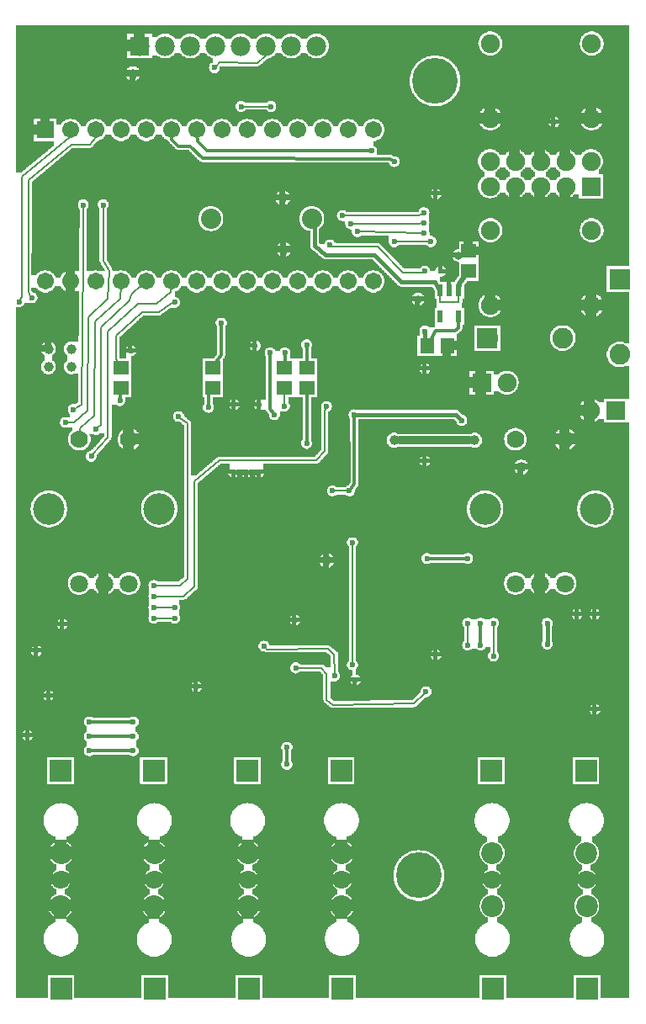
<source format=gtl>
G04 MADE WITH FRITZING*
G04 WWW.FRITZING.ORG*
G04 DOUBLE SIDED*
G04 HOLES PLATED*
G04 CONTOUR ON CENTER OF CONTOUR VECTOR*
%ASAXBY*%
%FSLAX23Y23*%
%MOIN*%
%OFA0B0*%
%SFA1.0B1.0*%
%ADD10C,0.075000*%
%ADD11C,0.070866*%
%ADD12C,0.070000*%
%ADD13C,0.125105*%
%ADD14C,0.023622*%
%ADD15C,0.039370*%
%ADD16C,0.181102*%
%ADD17C,0.031496*%
%ADD18C,0.080000*%
%ADD19C,0.067559*%
%ADD20C,0.082000*%
%ADD21C,0.086614*%
%ADD22C,0.086555*%
%ADD23C,0.070232*%
%ADD24C,0.078000*%
%ADD25R,0.021654X0.047244*%
%ADD26R,0.059055X0.055118*%
%ADD27R,0.055118X0.059055*%
%ADD28R,0.067559X0.067559*%
%ADD29R,0.075000X0.075000*%
%ADD30R,0.082000X0.082000*%
%ADD31R,0.086614X0.086614*%
%ADD32R,0.078000X0.078000*%
%ADD33C,0.024000*%
%ADD34C,0.008000*%
%ADD35C,0.032000*%
%ADD36C,0.012000*%
%ADD37C,0.020000*%
%ADD38C,0.016000*%
%LNCOPPER1*%
G90*
G70*
G54D10*
X1334Y3820D03*
G54D11*
X2018Y1684D03*
G54D12*
X2018Y2255D03*
G54D11*
X2215Y1684D03*
G54D13*
X2335Y1980D03*
X1898Y1980D03*
G54D12*
X2215Y2255D03*
G54D11*
X2116Y1684D03*
G54D12*
X2018Y2255D03*
G54D11*
X2215Y1684D03*
X2116Y1684D03*
X2018Y1684D03*
G54D12*
X2215Y2255D03*
G54D13*
X2335Y1980D03*
X1898Y1980D03*
G54D11*
X2018Y1684D03*
G54D12*
X2018Y2255D03*
G54D11*
X2215Y1684D03*
G54D13*
X2335Y1980D03*
X1898Y1980D03*
G54D12*
X2215Y2255D03*
G54D11*
X2116Y1684D03*
X289Y1684D03*
G54D12*
X289Y2255D03*
G54D11*
X486Y1684D03*
G54D13*
X606Y1980D03*
X169Y1980D03*
G54D12*
X486Y2255D03*
G54D11*
X388Y1684D03*
G54D12*
X289Y2255D03*
G54D11*
X486Y1684D03*
X388Y1684D03*
X289Y1684D03*
G54D12*
X486Y2255D03*
G54D13*
X606Y1980D03*
X169Y1980D03*
G54D11*
X289Y1684D03*
G54D12*
X289Y2255D03*
G54D11*
X486Y1684D03*
G54D13*
X606Y1980D03*
X169Y1980D03*
G54D12*
X486Y2255D03*
G54D11*
X388Y1684D03*
G54D14*
X1659Y2169D03*
G54D15*
X1100Y3007D03*
G54D14*
X2144Y1444D03*
X1880Y1527D03*
X1829Y1783D03*
X1364Y3110D03*
X1333Y3141D03*
G54D15*
X1096Y3212D03*
X502Y3704D03*
G54D14*
X1392Y3078D03*
X1655Y3074D03*
G54D15*
X1537Y2251D03*
G54D14*
X667Y1590D03*
X1931Y1397D03*
X951Y2125D03*
X986Y2625D03*
X931Y3574D03*
X825Y3728D03*
G54D15*
X1270Y1775D03*
G54D14*
X1829Y1440D03*
X1829Y1527D03*
X1144Y1539D03*
X1372Y1362D03*
X1372Y1846D03*
X1022Y1436D03*
X1112Y1035D03*
X1148Y1350D03*
X1663Y1255D03*
X1703Y1401D03*
X1384Y1302D03*
X2262Y1562D03*
X2333Y1184D03*
X1931Y1527D03*
X494Y2606D03*
G54D15*
X167Y2613D03*
X258Y2613D03*
X258Y2543D03*
X167Y2543D03*
G54D14*
X1667Y1783D03*
X1880Y1440D03*
X1703Y3228D03*
X2171Y3511D03*
G54D16*
X1700Y3675D03*
X1635Y528D03*
G54D14*
X1112Y968D03*
G54D10*
X2320Y2786D03*
X1918Y2786D03*
X2320Y3084D03*
X1918Y3084D03*
X2320Y3526D03*
X1918Y3526D03*
X2320Y3823D03*
X1918Y3823D03*
G54D14*
X1191Y2629D03*
G54D17*
X1793Y2984D03*
G54D14*
X337Y2188D03*
X356Y2295D03*
X1655Y3153D03*
X1655Y3113D03*
X1191Y2239D03*
X1102Y2387D03*
X1104Y2598D03*
X801Y2382D03*
X852Y2716D03*
X451Y2409D03*
X667Y2799D03*
X1049Y3574D03*
G54D15*
X1856Y2251D03*
G54D17*
X1632Y2810D03*
G54D14*
X1659Y2535D03*
X1659Y2684D03*
G54D18*
X1211Y3129D03*
X811Y3129D03*
X1211Y3129D03*
X811Y3129D03*
G54D14*
X1002Y2125D03*
X901Y2125D03*
X1002Y2393D03*
X903Y2393D03*
X585Y1547D03*
X667Y1547D03*
X585Y1590D03*
X1270Y2385D03*
X585Y1633D03*
X683Y2346D03*
X585Y1676D03*
X1360Y2051D03*
X1378Y2352D03*
X1063Y2352D03*
X1045Y2598D03*
X1293Y2051D03*
X1805Y2330D03*
X2144Y1527D03*
X1448Y3398D03*
X1538Y3356D03*
G54D15*
X2041Y2145D03*
G54D14*
X85Y1082D03*
X52Y2800D03*
X329Y1021D03*
X503Y1021D03*
X167Y1239D03*
X102Y2816D03*
X120Y1417D03*
X503Y1078D03*
X329Y1078D03*
X329Y1136D03*
X503Y1136D03*
X222Y1523D03*
X305Y3184D03*
X384Y3184D03*
X266Y2373D03*
X234Y2322D03*
X2333Y1562D03*
G54D19*
X155Y3481D03*
X155Y2881D03*
X255Y3481D03*
X255Y2881D03*
X355Y3481D03*
X355Y2881D03*
X455Y3481D03*
X455Y2881D03*
X555Y3481D03*
X555Y2881D03*
X655Y3481D03*
X655Y2881D03*
X755Y3481D03*
X755Y2881D03*
X855Y3481D03*
X855Y2881D03*
X955Y3481D03*
X955Y2881D03*
X1055Y3481D03*
X1055Y2881D03*
X1155Y3481D03*
X1155Y2881D03*
X1255Y3481D03*
X1255Y2881D03*
X1355Y3481D03*
X1355Y2881D03*
X1455Y3481D03*
X1455Y2881D03*
X155Y3481D03*
X155Y2881D03*
X255Y3481D03*
X255Y2881D03*
X355Y3481D03*
X355Y2881D03*
X455Y3481D03*
X455Y2881D03*
X555Y3481D03*
X555Y2881D03*
X655Y3481D03*
X655Y2881D03*
X755Y3481D03*
X755Y2881D03*
X855Y3481D03*
X855Y2881D03*
X955Y3481D03*
X955Y2881D03*
X1055Y3481D03*
X1055Y2881D03*
X1155Y3481D03*
X1155Y2881D03*
X1255Y3481D03*
X1255Y2881D03*
X1355Y3481D03*
X1355Y2881D03*
X1455Y3481D03*
X1455Y2881D03*
G54D10*
X2317Y3257D03*
X2317Y3357D03*
X2217Y3257D03*
X2217Y3357D03*
X2117Y3257D03*
X2117Y3357D03*
X2017Y3257D03*
X2017Y3357D03*
X1917Y3257D03*
X1917Y3357D03*
X2317Y3257D03*
X2317Y3357D03*
X2217Y3257D03*
X2217Y3357D03*
X2117Y3257D03*
X2117Y3357D03*
X2017Y3257D03*
X2017Y3357D03*
X1917Y3257D03*
X1917Y3357D03*
G54D14*
X1722Y2921D03*
X1683Y3039D03*
X1537Y3039D03*
X1659Y2921D03*
X1283Y3026D03*
G54D20*
X2431Y2889D03*
X2431Y2591D03*
X2431Y2889D03*
X2431Y2591D03*
X1907Y2657D03*
X2205Y2657D03*
X1907Y2657D03*
X2205Y2657D03*
G54D10*
X1884Y2480D03*
X1984Y2480D03*
X1884Y2480D03*
X1984Y2480D03*
X2415Y2369D03*
X2315Y2369D03*
X2415Y2369D03*
X2315Y2369D03*
G54D14*
X1301Y1318D03*
X754Y1275D03*
G54D21*
X2303Y79D03*
G54D22*
X2301Y406D03*
G54D23*
X2301Y509D03*
G54D21*
X1929Y79D03*
G54D22*
X1926Y406D03*
G54D23*
X1926Y509D03*
G54D21*
X1332Y79D03*
G54D22*
X1330Y406D03*
G54D23*
X1330Y509D03*
G54D21*
X962Y79D03*
G54D22*
X959Y406D03*
G54D23*
X959Y509D03*
G54D21*
X588Y79D03*
G54D22*
X586Y406D03*
G54D23*
X586Y509D03*
G54D21*
X218Y79D03*
G54D22*
X215Y406D03*
G54D23*
X215Y509D03*
G54D21*
X2297Y943D03*
G54D22*
X2299Y616D03*
G54D23*
X2299Y513D03*
G54D21*
X1923Y943D03*
G54D22*
X1926Y616D03*
G54D23*
X1926Y513D03*
G54D21*
X1327Y943D03*
G54D22*
X1330Y616D03*
G54D23*
X1330Y513D03*
G54D21*
X956Y943D03*
G54D22*
X959Y616D03*
G54D23*
X959Y513D03*
G54D21*
X584Y943D03*
G54D22*
X587Y616D03*
G54D23*
X587Y513D03*
G54D21*
X215Y943D03*
G54D22*
X217Y616D03*
G54D23*
X217Y513D03*
G54D24*
X529Y3813D03*
X629Y3813D03*
X729Y3813D03*
X829Y3813D03*
X929Y3813D03*
X1029Y3813D03*
X1129Y3813D03*
X1229Y3813D03*
G54D25*
X1793Y2846D03*
X1756Y2846D03*
X1718Y2846D03*
X1718Y2743D03*
X1793Y2743D03*
G54D26*
X455Y2539D03*
X455Y2459D03*
X818Y2539D03*
X818Y2459D03*
X1102Y2539D03*
X1102Y2459D03*
X1192Y2539D03*
X1192Y2459D03*
X1833Y2921D03*
X1833Y3001D03*
G54D27*
X1667Y2625D03*
X1748Y2625D03*
G54D28*
X155Y3481D03*
X155Y3481D03*
G54D29*
X2317Y3257D03*
X2317Y3257D03*
G54D30*
X2431Y2890D03*
X2431Y2890D03*
X1906Y2657D03*
X1906Y2657D03*
G54D29*
X1884Y2480D03*
X1884Y2480D03*
X2415Y2369D03*
X2415Y2369D03*
G54D31*
X2303Y79D03*
X1929Y79D03*
X1332Y79D03*
X962Y79D03*
X588Y79D03*
X218Y79D03*
X2297Y943D03*
X1923Y943D03*
X1327Y943D03*
X956Y943D03*
X584Y943D03*
X215Y943D03*
G54D32*
X529Y3813D03*
G54D33*
X987Y2125D02*
X966Y2125D01*
D02*
X936Y2125D02*
X916Y2125D01*
D02*
X1807Y2990D02*
X1809Y2991D01*
G54D34*
D02*
X1639Y3110D02*
X1646Y3111D01*
D02*
X1374Y3110D02*
X1639Y3110D01*
D02*
X1345Y3141D02*
X1342Y3141D01*
D02*
X1636Y3141D02*
X1345Y3141D01*
D02*
X1647Y3148D02*
X1636Y3141D01*
D02*
X1401Y3078D02*
X1646Y3074D01*
G54D35*
D02*
X1832Y2251D02*
X1562Y2251D01*
G54D34*
D02*
X1931Y1517D02*
X1931Y1406D01*
D02*
X1030Y3775D02*
X1030Y3789D01*
D02*
X831Y3734D02*
X845Y3748D01*
D02*
X1040Y3574D02*
X941Y3574D01*
D02*
X995Y3747D02*
X1030Y3775D01*
D02*
X845Y3748D02*
X995Y3747D01*
D02*
X1829Y1450D02*
X1829Y1517D01*
D02*
X1372Y1371D02*
X1372Y1836D01*
D02*
X1616Y1208D02*
X1657Y1249D01*
D02*
X1294Y1204D02*
X1616Y1208D01*
D02*
X1270Y1224D02*
X1294Y1204D01*
D02*
X1270Y1326D02*
X1270Y1224D01*
D02*
X1250Y1350D02*
X1270Y1326D01*
D02*
X1157Y1350D02*
X1250Y1350D01*
D02*
X1300Y1404D02*
X1274Y1425D01*
D02*
X1033Y1424D02*
X1028Y1429D01*
D02*
X1274Y1425D02*
X1033Y1424D01*
D02*
X1301Y1328D02*
X1300Y1404D01*
G54D36*
D02*
X1112Y1025D02*
X1112Y977D01*
G54D34*
D02*
X1719Y2799D02*
X1719Y2828D01*
D02*
X1793Y2799D02*
X1719Y2799D01*
D02*
X1793Y2828D02*
X1793Y2799D01*
G54D36*
D02*
X1793Y2697D02*
X1793Y2723D01*
D02*
X1777Y2686D02*
X1793Y2697D01*
D02*
X1702Y2685D02*
X1777Y2686D01*
D02*
X1793Y2723D02*
X1793Y2725D01*
D02*
X1682Y2649D02*
X1702Y2685D01*
G54D37*
D02*
X1796Y2874D02*
X1815Y2899D01*
D02*
X1795Y2864D02*
X1796Y2874D01*
G54D36*
D02*
X1880Y1517D02*
X1880Y1450D01*
D02*
X1677Y1783D02*
X1819Y1783D01*
D02*
X1191Y2620D02*
X1192Y2561D01*
G54D34*
D02*
X293Y2298D02*
X348Y2350D01*
D02*
X348Y2350D02*
X352Y2724D01*
D02*
X291Y2282D02*
X293Y2298D01*
D02*
X352Y2724D02*
X451Y2814D01*
D02*
X451Y2814D02*
X454Y2862D01*
D02*
X494Y2830D02*
X540Y2868D01*
D02*
X490Y2806D02*
X494Y2830D01*
D02*
X376Y2314D02*
X376Y2700D01*
D02*
X376Y2700D02*
X490Y2806D01*
D02*
X363Y2301D02*
X376Y2314D01*
D02*
X522Y2794D02*
X596Y2794D01*
D02*
X652Y2838D02*
X653Y2862D01*
D02*
X596Y2794D02*
X652Y2838D01*
D02*
X403Y2684D02*
X522Y2794D01*
D02*
X403Y2263D02*
X403Y2684D01*
D02*
X343Y2195D02*
X403Y2263D01*
G54D36*
D02*
X1191Y2249D02*
X1192Y2437D01*
G54D34*
D02*
X1102Y2397D02*
X1102Y2437D01*
G54D36*
D02*
X1104Y2562D02*
X1104Y2588D01*
D02*
X1104Y2561D02*
X1104Y2562D01*
D02*
X803Y2437D02*
X818Y2459D01*
D02*
X801Y2391D02*
X803Y2437D01*
D02*
X453Y2437D02*
X452Y2418D01*
G54D34*
D02*
X537Y2759D02*
X435Y2665D01*
D02*
X434Y2572D02*
X441Y2561D01*
D02*
X435Y2665D02*
X434Y2572D01*
D02*
X652Y2794D02*
X604Y2759D01*
D02*
X604Y2759D02*
X537Y2759D01*
D02*
X658Y2796D02*
X652Y2794D01*
G54D36*
D02*
X852Y2589D02*
X833Y2561D01*
D02*
X852Y2706D02*
X852Y2589D01*
G54D38*
D02*
X1265Y2987D02*
X1222Y3023D01*
D02*
X1699Y2878D02*
X1565Y2878D01*
D02*
X1713Y2854D02*
X1699Y2878D01*
D02*
X1565Y2878D02*
X1458Y2987D01*
D02*
X1458Y2987D02*
X1265Y2987D01*
D02*
X1659Y2641D02*
X1667Y2625D01*
D02*
X1659Y2675D02*
X1659Y2641D01*
D02*
X1222Y3086D02*
X1217Y3105D01*
D02*
X1222Y3023D02*
X1222Y3086D01*
G54D34*
D02*
X658Y1547D02*
X594Y1547D01*
D02*
X594Y1590D02*
X658Y1590D01*
D02*
X1262Y2208D02*
X1230Y2172D01*
D02*
X703Y1633D02*
X594Y1633D01*
D02*
X746Y1672D02*
X703Y1633D01*
D02*
X746Y2089D02*
X746Y1672D01*
D02*
X844Y2172D02*
X746Y2089D01*
D02*
X1230Y2172D02*
X844Y2172D01*
D02*
X1262Y2366D02*
X1262Y2208D01*
D02*
X1266Y2376D02*
X1262Y2366D01*
D02*
X719Y2318D02*
X690Y2340D01*
D02*
X687Y1676D02*
X719Y1704D01*
D02*
X719Y1704D02*
X719Y2318D01*
D02*
X594Y1676D02*
X687Y1676D01*
G54D36*
D02*
X1380Y2078D02*
X1366Y2058D01*
D02*
X1378Y2343D02*
X1380Y2078D01*
D02*
X1044Y2377D02*
X1045Y2588D01*
D02*
X1057Y2360D02*
X1044Y2377D01*
G54D34*
D02*
X1351Y2051D02*
X1303Y2051D01*
G54D38*
D02*
X1781Y2354D02*
X1798Y2337D01*
D02*
X1388Y2353D02*
X1781Y2354D01*
D02*
X2144Y1517D02*
X2144Y1454D01*
G54D36*
D02*
X757Y3436D02*
X796Y3398D01*
D02*
X756Y3462D02*
X757Y3436D01*
D02*
X796Y3398D02*
X1439Y3398D01*
D02*
X683Y3417D02*
X730Y3417D01*
D02*
X730Y3417D02*
X778Y3369D01*
D02*
X656Y3444D02*
X683Y3417D01*
D02*
X655Y3461D02*
X656Y3444D01*
D02*
X1520Y3367D02*
X1530Y3361D01*
D02*
X778Y3369D02*
X1520Y3367D01*
G54D34*
D02*
X252Y3453D02*
X253Y3462D01*
D02*
X61Y3296D02*
X252Y3453D01*
D02*
X61Y2820D02*
X61Y3296D01*
D02*
X56Y2809D02*
X61Y2820D01*
G54D36*
D02*
X494Y1021D02*
X339Y1021D01*
G54D34*
D02*
X257Y3423D02*
X87Y3281D01*
D02*
X331Y3423D02*
X257Y3423D01*
D02*
X354Y3452D02*
X331Y3423D01*
D02*
X87Y2839D02*
X96Y2824D01*
D02*
X87Y3281D02*
X87Y2839D01*
D02*
X354Y3461D02*
X354Y3452D01*
G54D36*
D02*
X494Y1078D02*
X339Y1078D01*
D02*
X339Y1136D02*
X494Y1136D01*
G54D34*
D02*
X298Y2393D02*
X305Y2987D01*
D02*
X305Y2987D02*
X305Y3175D01*
D02*
X274Y2378D02*
X298Y2393D01*
D02*
X326Y2740D02*
X403Y2811D01*
D02*
X403Y2811D02*
X407Y2924D01*
D02*
X270Y2322D02*
X321Y2369D01*
D02*
X321Y2369D02*
X326Y2740D01*
D02*
X384Y2964D02*
X384Y3175D01*
D02*
X407Y2924D02*
X384Y2964D01*
D02*
X244Y2322D02*
X270Y2322D01*
D02*
X1545Y3039D02*
X1674Y3039D01*
D02*
X1547Y3039D02*
X1545Y3039D01*
D02*
X1293Y3019D02*
X1291Y3020D01*
D02*
X1471Y3019D02*
X1293Y3019D01*
D02*
X1572Y2917D02*
X1471Y3019D01*
D02*
X1648Y2917D02*
X1572Y2917D01*
D02*
X1650Y2918D02*
X1648Y2917D01*
G36*
X1956Y3333D02*
X1956Y3329D01*
X1954Y3329D01*
X1954Y3327D01*
X1952Y3327D01*
X1952Y3325D01*
X1950Y3325D01*
X1950Y3323D01*
X1948Y3323D01*
X1948Y3321D01*
X1946Y3321D01*
X1946Y3319D01*
X1944Y3319D01*
X1944Y3317D01*
X1940Y3317D01*
X1940Y3297D01*
X1944Y3297D01*
X1944Y3295D01*
X1946Y3295D01*
X1946Y3293D01*
X1948Y3293D01*
X1948Y3291D01*
X1952Y3291D01*
X1952Y3287D01*
X1954Y3287D01*
X1954Y3285D01*
X1956Y3285D01*
X1956Y3283D01*
X1978Y3283D01*
X1978Y3285D01*
X1980Y3285D01*
X1980Y3287D01*
X1982Y3287D01*
X1982Y3291D01*
X1984Y3291D01*
X1984Y3293D01*
X1988Y3293D01*
X1988Y3295D01*
X1990Y3295D01*
X1990Y3297D01*
X1994Y3297D01*
X1994Y3317D01*
X1990Y3317D01*
X1990Y3319D01*
X1988Y3319D01*
X1988Y3321D01*
X1986Y3321D01*
X1986Y3323D01*
X1982Y3323D01*
X1982Y3327D01*
X1980Y3327D01*
X1980Y3329D01*
X1978Y3329D01*
X1978Y3331D01*
X1976Y3331D01*
X1976Y3333D01*
X1956Y3333D01*
G37*
D02*
G36*
X2056Y3333D02*
X2056Y3329D01*
X2054Y3329D01*
X2054Y3327D01*
X2052Y3327D01*
X2052Y3325D01*
X2050Y3325D01*
X2050Y3323D01*
X2048Y3323D01*
X2048Y3321D01*
X2046Y3321D01*
X2046Y3319D01*
X2044Y3319D01*
X2044Y3317D01*
X2040Y3317D01*
X2040Y3297D01*
X2044Y3297D01*
X2044Y3295D01*
X2046Y3295D01*
X2046Y3293D01*
X2048Y3293D01*
X2048Y3291D01*
X2052Y3291D01*
X2052Y3287D01*
X2054Y3287D01*
X2054Y3285D01*
X2056Y3285D01*
X2056Y3283D01*
X2078Y3283D01*
X2078Y3285D01*
X2080Y3285D01*
X2080Y3287D01*
X2082Y3287D01*
X2082Y3291D01*
X2084Y3291D01*
X2084Y3293D01*
X2088Y3293D01*
X2088Y3295D01*
X2090Y3295D01*
X2090Y3297D01*
X2094Y3297D01*
X2094Y3317D01*
X2090Y3317D01*
X2090Y3319D01*
X2088Y3319D01*
X2088Y3321D01*
X2086Y3321D01*
X2086Y3323D01*
X2082Y3323D01*
X2082Y3327D01*
X2080Y3327D01*
X2080Y3329D01*
X2078Y3329D01*
X2078Y3331D01*
X2076Y3331D01*
X2076Y3333D01*
X2056Y3333D01*
G37*
D02*
G36*
X2156Y3333D02*
X2156Y3329D01*
X2154Y3329D01*
X2154Y3327D01*
X2152Y3327D01*
X2152Y3325D01*
X2150Y3325D01*
X2150Y3323D01*
X2148Y3323D01*
X2148Y3321D01*
X2146Y3321D01*
X2146Y3319D01*
X2144Y3319D01*
X2144Y3317D01*
X2140Y3317D01*
X2140Y3297D01*
X2144Y3297D01*
X2144Y3295D01*
X2146Y3295D01*
X2146Y3293D01*
X2148Y3293D01*
X2148Y3291D01*
X2152Y3291D01*
X2152Y3287D01*
X2154Y3287D01*
X2154Y3285D01*
X2156Y3285D01*
X2156Y3283D01*
X2178Y3283D01*
X2178Y3285D01*
X2180Y3285D01*
X2180Y3287D01*
X2182Y3287D01*
X2182Y3291D01*
X2184Y3291D01*
X2184Y3293D01*
X2188Y3293D01*
X2188Y3295D01*
X2190Y3295D01*
X2190Y3297D01*
X2194Y3297D01*
X2194Y3317D01*
X2190Y3317D01*
X2190Y3319D01*
X2188Y3319D01*
X2188Y3321D01*
X2186Y3321D01*
X2186Y3323D01*
X2182Y3323D01*
X2182Y3327D01*
X2180Y3327D01*
X2180Y3329D01*
X2178Y3329D01*
X2178Y3331D01*
X2176Y3331D01*
X2176Y3333D01*
X2156Y3333D01*
G37*
D02*
G36*
X40Y3897D02*
X40Y3871D01*
X2328Y3871D01*
X2328Y3869D01*
X2336Y3869D01*
X2336Y3867D01*
X2340Y3867D01*
X2340Y3865D01*
X2344Y3865D01*
X2344Y3863D01*
X2348Y3863D01*
X2348Y3861D01*
X2350Y3861D01*
X2350Y3859D01*
X2352Y3859D01*
X2352Y3857D01*
X2354Y3857D01*
X2354Y3855D01*
X2356Y3855D01*
X2356Y3853D01*
X2358Y3853D01*
X2358Y3851D01*
X2360Y3851D01*
X2360Y3847D01*
X2362Y3847D01*
X2362Y3843D01*
X2364Y3843D01*
X2364Y3837D01*
X2366Y3837D01*
X2366Y3829D01*
X2368Y3829D01*
X2368Y3817D01*
X2366Y3817D01*
X2366Y3809D01*
X2364Y3809D01*
X2364Y3803D01*
X2362Y3803D01*
X2362Y3799D01*
X2360Y3799D01*
X2360Y3797D01*
X2358Y3797D01*
X2358Y3793D01*
X2356Y3793D01*
X2356Y3791D01*
X2354Y3791D01*
X2354Y3789D01*
X2352Y3789D01*
X2352Y3787D01*
X2348Y3787D01*
X2348Y3785D01*
X2346Y3785D01*
X2346Y3783D01*
X2342Y3783D01*
X2342Y3781D01*
X2340Y3781D01*
X2340Y3779D01*
X2334Y3779D01*
X2334Y3777D01*
X2324Y3777D01*
X2324Y3775D01*
X2470Y3775D01*
X2470Y3897D01*
X40Y3897D01*
G37*
D02*
G36*
X40Y3871D02*
X40Y3863D01*
X1236Y3863D01*
X1236Y3861D01*
X1244Y3861D01*
X1244Y3859D01*
X1250Y3859D01*
X1250Y3857D01*
X1254Y3857D01*
X1254Y3855D01*
X1256Y3855D01*
X1256Y3853D01*
X1260Y3853D01*
X1260Y3851D01*
X1262Y3851D01*
X1262Y3849D01*
X1264Y3849D01*
X1264Y3847D01*
X1266Y3847D01*
X1266Y3845D01*
X1268Y3845D01*
X1268Y3843D01*
X1270Y3843D01*
X1270Y3839D01*
X1272Y3839D01*
X1272Y3835D01*
X1274Y3835D01*
X1274Y3831D01*
X1276Y3831D01*
X1276Y3825D01*
X1278Y3825D01*
X1278Y3803D01*
X1276Y3803D01*
X1276Y3795D01*
X1274Y3795D01*
X1274Y3791D01*
X1272Y3791D01*
X1272Y3787D01*
X1270Y3787D01*
X1270Y3785D01*
X1268Y3785D01*
X1268Y3783D01*
X1266Y3783D01*
X1266Y3779D01*
X1264Y3779D01*
X1264Y3777D01*
X1260Y3777D01*
X1260Y3775D01*
X1258Y3775D01*
X1258Y3773D01*
X1256Y3773D01*
X1256Y3771D01*
X1252Y3771D01*
X1252Y3769D01*
X1248Y3769D01*
X1248Y3767D01*
X1240Y3767D01*
X1240Y3765D01*
X1656Y3765D01*
X1656Y3767D01*
X1662Y3767D01*
X1662Y3769D01*
X1666Y3769D01*
X1666Y3771D01*
X1674Y3771D01*
X1674Y3773D01*
X1682Y3773D01*
X1682Y3775D01*
X1914Y3775D01*
X1914Y3777D01*
X1904Y3777D01*
X1904Y3779D01*
X1900Y3779D01*
X1900Y3781D01*
X1896Y3781D01*
X1896Y3783D01*
X1892Y3783D01*
X1892Y3785D01*
X1890Y3785D01*
X1890Y3787D01*
X1886Y3787D01*
X1886Y3789D01*
X1884Y3789D01*
X1884Y3791D01*
X1882Y3791D01*
X1882Y3795D01*
X1880Y3795D01*
X1880Y3797D01*
X1878Y3797D01*
X1878Y3801D01*
X1876Y3801D01*
X1876Y3805D01*
X1874Y3805D01*
X1874Y3811D01*
X1872Y3811D01*
X1872Y3823D01*
X1870Y3823D01*
X1870Y3825D01*
X1872Y3825D01*
X1872Y3837D01*
X1874Y3837D01*
X1874Y3843D01*
X1876Y3843D01*
X1876Y3845D01*
X1878Y3845D01*
X1878Y3849D01*
X1880Y3849D01*
X1880Y3853D01*
X1882Y3853D01*
X1882Y3855D01*
X1884Y3855D01*
X1884Y3857D01*
X1886Y3857D01*
X1886Y3859D01*
X1888Y3859D01*
X1888Y3861D01*
X1892Y3861D01*
X1892Y3863D01*
X1894Y3863D01*
X1894Y3865D01*
X1898Y3865D01*
X1898Y3867D01*
X1904Y3867D01*
X1904Y3869D01*
X1910Y3869D01*
X1910Y3871D01*
X40Y3871D01*
G37*
D02*
G36*
X1926Y3871D02*
X1926Y3869D01*
X1934Y3869D01*
X1934Y3867D01*
X1938Y3867D01*
X1938Y3865D01*
X1942Y3865D01*
X1942Y3863D01*
X1946Y3863D01*
X1946Y3861D01*
X1948Y3861D01*
X1948Y3859D01*
X1950Y3859D01*
X1950Y3857D01*
X1952Y3857D01*
X1952Y3855D01*
X1954Y3855D01*
X1954Y3853D01*
X1956Y3853D01*
X1956Y3851D01*
X1958Y3851D01*
X1958Y3847D01*
X1960Y3847D01*
X1960Y3843D01*
X1962Y3843D01*
X1962Y3839D01*
X1964Y3839D01*
X1964Y3833D01*
X1966Y3833D01*
X1966Y3815D01*
X1964Y3815D01*
X1964Y3807D01*
X1962Y3807D01*
X1962Y3803D01*
X1960Y3803D01*
X1960Y3799D01*
X1958Y3799D01*
X1958Y3795D01*
X1956Y3795D01*
X1956Y3793D01*
X1954Y3793D01*
X1954Y3791D01*
X1952Y3791D01*
X1952Y3789D01*
X1950Y3789D01*
X1950Y3787D01*
X1948Y3787D01*
X1948Y3785D01*
X1944Y3785D01*
X1944Y3783D01*
X1942Y3783D01*
X1942Y3781D01*
X1938Y3781D01*
X1938Y3779D01*
X1932Y3779D01*
X1932Y3777D01*
X1922Y3777D01*
X1922Y3775D01*
X2316Y3775D01*
X2316Y3777D01*
X2306Y3777D01*
X2306Y3779D01*
X2300Y3779D01*
X2300Y3781D01*
X2296Y3781D01*
X2296Y3783D01*
X2294Y3783D01*
X2294Y3785D01*
X2290Y3785D01*
X2290Y3787D01*
X2288Y3787D01*
X2288Y3789D01*
X2286Y3789D01*
X2286Y3791D01*
X2284Y3791D01*
X2284Y3793D01*
X2282Y3793D01*
X2282Y3797D01*
X2280Y3797D01*
X2280Y3799D01*
X2278Y3799D01*
X2278Y3803D01*
X2276Y3803D01*
X2276Y3809D01*
X2274Y3809D01*
X2274Y3817D01*
X2272Y3817D01*
X2272Y3829D01*
X2274Y3829D01*
X2274Y3837D01*
X2276Y3837D01*
X2276Y3843D01*
X2278Y3843D01*
X2278Y3847D01*
X2280Y3847D01*
X2280Y3851D01*
X2282Y3851D01*
X2282Y3853D01*
X2284Y3853D01*
X2284Y3855D01*
X2286Y3855D01*
X2286Y3857D01*
X2288Y3857D01*
X2288Y3859D01*
X2290Y3859D01*
X2290Y3861D01*
X2292Y3861D01*
X2292Y3863D01*
X2296Y3863D01*
X2296Y3865D01*
X2300Y3865D01*
X2300Y3867D01*
X2304Y3867D01*
X2304Y3869D01*
X2312Y3869D01*
X2312Y3871D01*
X1926Y3871D01*
G37*
D02*
G36*
X40Y3863D02*
X40Y3765D01*
X480Y3765D01*
X480Y3863D01*
X40Y3863D01*
G37*
D02*
G36*
X578Y3863D02*
X578Y3849D01*
X598Y3849D01*
X598Y3851D01*
X600Y3851D01*
X600Y3853D01*
X602Y3853D01*
X602Y3855D01*
X606Y3855D01*
X606Y3857D01*
X610Y3857D01*
X610Y3859D01*
X614Y3859D01*
X614Y3861D01*
X624Y3861D01*
X624Y3863D01*
X578Y3863D01*
G37*
D02*
G36*
X636Y3863D02*
X636Y3861D01*
X644Y3861D01*
X644Y3859D01*
X650Y3859D01*
X650Y3857D01*
X654Y3857D01*
X654Y3855D01*
X656Y3855D01*
X656Y3853D01*
X660Y3853D01*
X660Y3851D01*
X662Y3851D01*
X662Y3849D01*
X664Y3849D01*
X664Y3847D01*
X666Y3847D01*
X666Y3845D01*
X668Y3845D01*
X668Y3843D01*
X670Y3843D01*
X670Y3841D01*
X690Y3841D01*
X690Y3843D01*
X692Y3843D01*
X692Y3845D01*
X694Y3845D01*
X694Y3849D01*
X698Y3849D01*
X698Y3851D01*
X700Y3851D01*
X700Y3853D01*
X702Y3853D01*
X702Y3855D01*
X706Y3855D01*
X706Y3857D01*
X710Y3857D01*
X710Y3859D01*
X714Y3859D01*
X714Y3861D01*
X724Y3861D01*
X724Y3863D01*
X636Y3863D01*
G37*
D02*
G36*
X736Y3863D02*
X736Y3861D01*
X744Y3861D01*
X744Y3859D01*
X750Y3859D01*
X750Y3857D01*
X754Y3857D01*
X754Y3855D01*
X756Y3855D01*
X756Y3853D01*
X760Y3853D01*
X760Y3851D01*
X762Y3851D01*
X762Y3849D01*
X764Y3849D01*
X764Y3847D01*
X766Y3847D01*
X766Y3845D01*
X768Y3845D01*
X768Y3843D01*
X770Y3843D01*
X770Y3841D01*
X790Y3841D01*
X790Y3843D01*
X792Y3843D01*
X792Y3845D01*
X794Y3845D01*
X794Y3849D01*
X798Y3849D01*
X798Y3851D01*
X800Y3851D01*
X800Y3853D01*
X802Y3853D01*
X802Y3855D01*
X806Y3855D01*
X806Y3857D01*
X810Y3857D01*
X810Y3859D01*
X814Y3859D01*
X814Y3861D01*
X824Y3861D01*
X824Y3863D01*
X736Y3863D01*
G37*
D02*
G36*
X836Y3863D02*
X836Y3861D01*
X844Y3861D01*
X844Y3859D01*
X850Y3859D01*
X850Y3857D01*
X854Y3857D01*
X854Y3855D01*
X856Y3855D01*
X856Y3853D01*
X860Y3853D01*
X860Y3851D01*
X862Y3851D01*
X862Y3849D01*
X864Y3849D01*
X864Y3847D01*
X866Y3847D01*
X866Y3845D01*
X868Y3845D01*
X868Y3843D01*
X870Y3843D01*
X870Y3841D01*
X890Y3841D01*
X890Y3843D01*
X892Y3843D01*
X892Y3845D01*
X894Y3845D01*
X894Y3849D01*
X898Y3849D01*
X898Y3851D01*
X900Y3851D01*
X900Y3853D01*
X902Y3853D01*
X902Y3855D01*
X906Y3855D01*
X906Y3857D01*
X910Y3857D01*
X910Y3859D01*
X914Y3859D01*
X914Y3861D01*
X924Y3861D01*
X924Y3863D01*
X836Y3863D01*
G37*
D02*
G36*
X936Y3863D02*
X936Y3861D01*
X944Y3861D01*
X944Y3859D01*
X950Y3859D01*
X950Y3857D01*
X954Y3857D01*
X954Y3855D01*
X956Y3855D01*
X956Y3853D01*
X960Y3853D01*
X960Y3851D01*
X962Y3851D01*
X962Y3849D01*
X964Y3849D01*
X964Y3847D01*
X966Y3847D01*
X966Y3845D01*
X968Y3845D01*
X968Y3843D01*
X970Y3843D01*
X970Y3841D01*
X990Y3841D01*
X990Y3843D01*
X992Y3843D01*
X992Y3845D01*
X994Y3845D01*
X994Y3849D01*
X998Y3849D01*
X998Y3851D01*
X1000Y3851D01*
X1000Y3853D01*
X1002Y3853D01*
X1002Y3855D01*
X1006Y3855D01*
X1006Y3857D01*
X1010Y3857D01*
X1010Y3859D01*
X1014Y3859D01*
X1014Y3861D01*
X1024Y3861D01*
X1024Y3863D01*
X936Y3863D01*
G37*
D02*
G36*
X1036Y3863D02*
X1036Y3861D01*
X1044Y3861D01*
X1044Y3859D01*
X1050Y3859D01*
X1050Y3857D01*
X1054Y3857D01*
X1054Y3855D01*
X1056Y3855D01*
X1056Y3853D01*
X1060Y3853D01*
X1060Y3851D01*
X1062Y3851D01*
X1062Y3849D01*
X1064Y3849D01*
X1064Y3847D01*
X1066Y3847D01*
X1066Y3845D01*
X1068Y3845D01*
X1068Y3843D01*
X1070Y3843D01*
X1070Y3841D01*
X1090Y3841D01*
X1090Y3843D01*
X1092Y3843D01*
X1092Y3845D01*
X1094Y3845D01*
X1094Y3849D01*
X1098Y3849D01*
X1098Y3851D01*
X1100Y3851D01*
X1100Y3853D01*
X1102Y3853D01*
X1102Y3855D01*
X1106Y3855D01*
X1106Y3857D01*
X1110Y3857D01*
X1110Y3859D01*
X1114Y3859D01*
X1114Y3861D01*
X1124Y3861D01*
X1124Y3863D01*
X1036Y3863D01*
G37*
D02*
G36*
X1136Y3863D02*
X1136Y3861D01*
X1144Y3861D01*
X1144Y3859D01*
X1150Y3859D01*
X1150Y3857D01*
X1154Y3857D01*
X1154Y3855D01*
X1156Y3855D01*
X1156Y3853D01*
X1160Y3853D01*
X1160Y3851D01*
X1162Y3851D01*
X1162Y3849D01*
X1164Y3849D01*
X1164Y3847D01*
X1166Y3847D01*
X1166Y3845D01*
X1168Y3845D01*
X1168Y3843D01*
X1170Y3843D01*
X1170Y3841D01*
X1190Y3841D01*
X1190Y3843D01*
X1192Y3843D01*
X1192Y3845D01*
X1194Y3845D01*
X1194Y3849D01*
X1198Y3849D01*
X1198Y3851D01*
X1200Y3851D01*
X1200Y3853D01*
X1202Y3853D01*
X1202Y3855D01*
X1206Y3855D01*
X1206Y3857D01*
X1210Y3857D01*
X1210Y3859D01*
X1214Y3859D01*
X1214Y3861D01*
X1224Y3861D01*
X1224Y3863D01*
X1136Y3863D01*
G37*
D02*
G36*
X670Y3787D02*
X670Y3785D01*
X668Y3785D01*
X668Y3783D01*
X666Y3783D01*
X666Y3779D01*
X664Y3779D01*
X664Y3777D01*
X660Y3777D01*
X660Y3775D01*
X658Y3775D01*
X658Y3773D01*
X656Y3773D01*
X656Y3771D01*
X652Y3771D01*
X652Y3769D01*
X648Y3769D01*
X648Y3767D01*
X640Y3767D01*
X640Y3765D01*
X718Y3765D01*
X718Y3767D01*
X712Y3767D01*
X712Y3769D01*
X708Y3769D01*
X708Y3771D01*
X704Y3771D01*
X704Y3773D01*
X700Y3773D01*
X700Y3775D01*
X698Y3775D01*
X698Y3777D01*
X696Y3777D01*
X696Y3779D01*
X694Y3779D01*
X694Y3781D01*
X692Y3781D01*
X692Y3783D01*
X690Y3783D01*
X690Y3787D01*
X670Y3787D01*
G37*
D02*
G36*
X770Y3787D02*
X770Y3785D01*
X768Y3785D01*
X768Y3783D01*
X766Y3783D01*
X766Y3779D01*
X764Y3779D01*
X764Y3777D01*
X760Y3777D01*
X760Y3775D01*
X758Y3775D01*
X758Y3773D01*
X756Y3773D01*
X756Y3771D01*
X752Y3771D01*
X752Y3769D01*
X748Y3769D01*
X748Y3767D01*
X740Y3767D01*
X740Y3765D01*
X818Y3765D01*
X818Y3767D01*
X812Y3767D01*
X812Y3769D01*
X808Y3769D01*
X808Y3771D01*
X804Y3771D01*
X804Y3773D01*
X800Y3773D01*
X800Y3775D01*
X798Y3775D01*
X798Y3777D01*
X796Y3777D01*
X796Y3779D01*
X794Y3779D01*
X794Y3781D01*
X792Y3781D01*
X792Y3783D01*
X790Y3783D01*
X790Y3787D01*
X770Y3787D01*
G37*
D02*
G36*
X1070Y3787D02*
X1070Y3785D01*
X1068Y3785D01*
X1068Y3783D01*
X1066Y3783D01*
X1066Y3779D01*
X1064Y3779D01*
X1064Y3777D01*
X1060Y3777D01*
X1060Y3775D01*
X1058Y3775D01*
X1058Y3773D01*
X1056Y3773D01*
X1056Y3771D01*
X1052Y3771D01*
X1052Y3769D01*
X1048Y3769D01*
X1048Y3767D01*
X1040Y3767D01*
X1040Y3765D01*
X1118Y3765D01*
X1118Y3767D01*
X1112Y3767D01*
X1112Y3769D01*
X1108Y3769D01*
X1108Y3771D01*
X1104Y3771D01*
X1104Y3773D01*
X1100Y3773D01*
X1100Y3775D01*
X1098Y3775D01*
X1098Y3777D01*
X1096Y3777D01*
X1096Y3779D01*
X1094Y3779D01*
X1094Y3781D01*
X1092Y3781D01*
X1092Y3783D01*
X1090Y3783D01*
X1090Y3787D01*
X1070Y3787D01*
G37*
D02*
G36*
X1170Y3787D02*
X1170Y3785D01*
X1168Y3785D01*
X1168Y3783D01*
X1166Y3783D01*
X1166Y3779D01*
X1164Y3779D01*
X1164Y3777D01*
X1160Y3777D01*
X1160Y3775D01*
X1158Y3775D01*
X1158Y3773D01*
X1156Y3773D01*
X1156Y3771D01*
X1152Y3771D01*
X1152Y3769D01*
X1148Y3769D01*
X1148Y3767D01*
X1140Y3767D01*
X1140Y3765D01*
X1218Y3765D01*
X1218Y3767D01*
X1212Y3767D01*
X1212Y3769D01*
X1208Y3769D01*
X1208Y3771D01*
X1204Y3771D01*
X1204Y3773D01*
X1200Y3773D01*
X1200Y3775D01*
X1198Y3775D01*
X1198Y3777D01*
X1196Y3777D01*
X1196Y3779D01*
X1194Y3779D01*
X1194Y3781D01*
X1192Y3781D01*
X1192Y3783D01*
X1190Y3783D01*
X1190Y3787D01*
X1170Y3787D01*
G37*
D02*
G36*
X578Y3777D02*
X578Y3765D01*
X618Y3765D01*
X618Y3767D01*
X612Y3767D01*
X612Y3769D01*
X608Y3769D01*
X608Y3771D01*
X604Y3771D01*
X604Y3773D01*
X600Y3773D01*
X600Y3775D01*
X598Y3775D01*
X598Y3777D01*
X578Y3777D01*
G37*
D02*
G36*
X1716Y3775D02*
X1716Y3773D01*
X2470Y3773D01*
X2470Y3775D01*
X1716Y3775D01*
G37*
D02*
G36*
X1716Y3775D02*
X1716Y3773D01*
X2470Y3773D01*
X2470Y3775D01*
X1716Y3775D01*
G37*
D02*
G36*
X1716Y3775D02*
X1716Y3773D01*
X2470Y3773D01*
X2470Y3775D01*
X1716Y3775D01*
G37*
D02*
G36*
X1726Y3773D02*
X1726Y3771D01*
X1732Y3771D01*
X1732Y3769D01*
X1738Y3769D01*
X1738Y3767D01*
X1742Y3767D01*
X1742Y3765D01*
X1746Y3765D01*
X1746Y3763D01*
X1750Y3763D01*
X1750Y3761D01*
X1754Y3761D01*
X1754Y3759D01*
X1756Y3759D01*
X1756Y3757D01*
X1760Y3757D01*
X1760Y3755D01*
X1762Y3755D01*
X1762Y3753D01*
X1764Y3753D01*
X1764Y3751D01*
X1766Y3751D01*
X1766Y3749D01*
X1768Y3749D01*
X1768Y3747D01*
X1770Y3747D01*
X1770Y3745D01*
X1772Y3745D01*
X1772Y3743D01*
X1774Y3743D01*
X1774Y3741D01*
X1776Y3741D01*
X1776Y3739D01*
X1778Y3739D01*
X1778Y3737D01*
X1780Y3737D01*
X1780Y3733D01*
X1782Y3733D01*
X1782Y3731D01*
X1784Y3731D01*
X1784Y3727D01*
X1786Y3727D01*
X1786Y3725D01*
X1788Y3725D01*
X1788Y3721D01*
X1790Y3721D01*
X1790Y3717D01*
X1792Y3717D01*
X1792Y3713D01*
X1794Y3713D01*
X1794Y3707D01*
X1796Y3707D01*
X1796Y3699D01*
X1798Y3699D01*
X1798Y3689D01*
X1800Y3689D01*
X1800Y3661D01*
X1798Y3661D01*
X1798Y3651D01*
X1796Y3651D01*
X1796Y3643D01*
X1794Y3643D01*
X1794Y3637D01*
X1792Y3637D01*
X1792Y3633D01*
X1790Y3633D01*
X1790Y3629D01*
X1788Y3629D01*
X1788Y3625D01*
X1786Y3625D01*
X1786Y3623D01*
X1784Y3623D01*
X1784Y3619D01*
X1782Y3619D01*
X1782Y3617D01*
X1780Y3617D01*
X1780Y3613D01*
X1778Y3613D01*
X1778Y3611D01*
X1776Y3611D01*
X1776Y3609D01*
X1774Y3609D01*
X1774Y3607D01*
X1772Y3607D01*
X1772Y3605D01*
X1770Y3605D01*
X1770Y3603D01*
X1768Y3603D01*
X1768Y3601D01*
X1766Y3601D01*
X1766Y3599D01*
X1764Y3599D01*
X1764Y3597D01*
X1762Y3597D01*
X1762Y3595D01*
X1758Y3595D01*
X1758Y3593D01*
X1756Y3593D01*
X1756Y3591D01*
X1752Y3591D01*
X1752Y3589D01*
X1750Y3589D01*
X1750Y3587D01*
X1746Y3587D01*
X1746Y3585D01*
X1742Y3585D01*
X1742Y3583D01*
X1738Y3583D01*
X1738Y3581D01*
X1732Y3581D01*
X1732Y3579D01*
X1726Y3579D01*
X1726Y3577D01*
X1716Y3577D01*
X1716Y3575D01*
X2470Y3575D01*
X2470Y3773D01*
X1726Y3773D01*
G37*
D02*
G36*
X40Y3765D02*
X40Y3763D01*
X818Y3763D01*
X818Y3765D01*
X40Y3765D01*
G37*
D02*
G36*
X40Y3765D02*
X40Y3763D01*
X818Y3763D01*
X818Y3765D01*
X40Y3765D01*
G37*
D02*
G36*
X40Y3765D02*
X40Y3763D01*
X818Y3763D01*
X818Y3765D01*
X40Y3765D01*
G37*
D02*
G36*
X40Y3765D02*
X40Y3763D01*
X818Y3763D01*
X818Y3765D01*
X40Y3765D01*
G37*
D02*
G36*
X1038Y3765D02*
X1038Y3763D01*
X1652Y3763D01*
X1652Y3765D01*
X1038Y3765D01*
G37*
D02*
G36*
X1038Y3765D02*
X1038Y3763D01*
X1652Y3763D01*
X1652Y3765D01*
X1038Y3765D01*
G37*
D02*
G36*
X1038Y3765D02*
X1038Y3763D01*
X1652Y3763D01*
X1652Y3765D01*
X1038Y3765D01*
G37*
D02*
G36*
X40Y3763D02*
X40Y3733D01*
X512Y3733D01*
X512Y3731D01*
X516Y3731D01*
X516Y3729D01*
X520Y3729D01*
X520Y3727D01*
X522Y3727D01*
X522Y3725D01*
X524Y3725D01*
X524Y3723D01*
X526Y3723D01*
X526Y3719D01*
X528Y3719D01*
X528Y3717D01*
X530Y3717D01*
X530Y3709D01*
X532Y3709D01*
X532Y3705D01*
X824Y3705D01*
X824Y3707D01*
X816Y3707D01*
X816Y3709D01*
X812Y3709D01*
X812Y3711D01*
X810Y3711D01*
X810Y3713D01*
X808Y3713D01*
X808Y3715D01*
X806Y3715D01*
X806Y3719D01*
X804Y3719D01*
X804Y3727D01*
X802Y3727D01*
X802Y3729D01*
X804Y3729D01*
X804Y3737D01*
X806Y3737D01*
X806Y3741D01*
X808Y3741D01*
X808Y3743D01*
X810Y3743D01*
X810Y3745D01*
X814Y3745D01*
X814Y3747D01*
X818Y3747D01*
X818Y3763D01*
X40Y3763D01*
G37*
D02*
G36*
X1036Y3763D02*
X1036Y3761D01*
X1032Y3761D01*
X1032Y3759D01*
X1030Y3759D01*
X1030Y3757D01*
X1028Y3757D01*
X1028Y3755D01*
X1026Y3755D01*
X1026Y3753D01*
X1024Y3753D01*
X1024Y3751D01*
X1020Y3751D01*
X1020Y3749D01*
X1018Y3749D01*
X1018Y3747D01*
X1016Y3747D01*
X1016Y3745D01*
X1014Y3745D01*
X1014Y3743D01*
X1010Y3743D01*
X1010Y3741D01*
X1008Y3741D01*
X1008Y3739D01*
X1006Y3739D01*
X1006Y3737D01*
X1004Y3737D01*
X1004Y3735D01*
X1000Y3735D01*
X1000Y3733D01*
X848Y3733D01*
X848Y3731D01*
X846Y3731D01*
X846Y3719D01*
X844Y3719D01*
X844Y3715D01*
X842Y3715D01*
X842Y3713D01*
X840Y3713D01*
X840Y3711D01*
X838Y3711D01*
X838Y3709D01*
X834Y3709D01*
X834Y3707D01*
X826Y3707D01*
X826Y3705D01*
X1604Y3705D01*
X1604Y3709D01*
X1606Y3709D01*
X1606Y3715D01*
X1608Y3715D01*
X1608Y3719D01*
X1610Y3719D01*
X1610Y3723D01*
X1612Y3723D01*
X1612Y3725D01*
X1614Y3725D01*
X1614Y3729D01*
X1616Y3729D01*
X1616Y3733D01*
X1618Y3733D01*
X1618Y3735D01*
X1620Y3735D01*
X1620Y3737D01*
X1622Y3737D01*
X1622Y3741D01*
X1624Y3741D01*
X1624Y3743D01*
X1626Y3743D01*
X1626Y3745D01*
X1628Y3745D01*
X1628Y3747D01*
X1630Y3747D01*
X1630Y3749D01*
X1632Y3749D01*
X1632Y3751D01*
X1636Y3751D01*
X1636Y3753D01*
X1638Y3753D01*
X1638Y3755D01*
X1640Y3755D01*
X1640Y3757D01*
X1642Y3757D01*
X1642Y3759D01*
X1646Y3759D01*
X1646Y3761D01*
X1650Y3761D01*
X1650Y3763D01*
X1036Y3763D01*
G37*
D02*
G36*
X40Y3733D02*
X40Y3675D01*
X492Y3675D01*
X492Y3677D01*
X488Y3677D01*
X488Y3679D01*
X484Y3679D01*
X484Y3681D01*
X482Y3681D01*
X482Y3683D01*
X480Y3683D01*
X480Y3685D01*
X478Y3685D01*
X478Y3689D01*
X476Y3689D01*
X476Y3691D01*
X474Y3691D01*
X474Y3697D01*
X472Y3697D01*
X472Y3711D01*
X474Y3711D01*
X474Y3717D01*
X476Y3717D01*
X476Y3719D01*
X478Y3719D01*
X478Y3723D01*
X480Y3723D01*
X480Y3725D01*
X482Y3725D01*
X482Y3727D01*
X484Y3727D01*
X484Y3729D01*
X488Y3729D01*
X488Y3731D01*
X492Y3731D01*
X492Y3733D01*
X40Y3733D01*
G37*
D02*
G36*
X532Y3705D02*
X532Y3703D01*
X1604Y3703D01*
X1604Y3705D01*
X532Y3705D01*
G37*
D02*
G36*
X532Y3705D02*
X532Y3703D01*
X1604Y3703D01*
X1604Y3705D01*
X532Y3705D01*
G37*
D02*
G36*
X532Y3703D02*
X532Y3699D01*
X530Y3699D01*
X530Y3693D01*
X528Y3693D01*
X528Y3689D01*
X526Y3689D01*
X526Y3685D01*
X524Y3685D01*
X524Y3683D01*
X522Y3683D01*
X522Y3681D01*
X520Y3681D01*
X520Y3679D01*
X516Y3679D01*
X516Y3677D01*
X512Y3677D01*
X512Y3675D01*
X1600Y3675D01*
X1600Y3693D01*
X1602Y3693D01*
X1602Y3703D01*
X532Y3703D01*
G37*
D02*
G36*
X40Y3675D02*
X40Y3673D01*
X1600Y3673D01*
X1600Y3675D01*
X40Y3675D01*
G37*
D02*
G36*
X40Y3675D02*
X40Y3673D01*
X1600Y3673D01*
X1600Y3675D01*
X40Y3675D01*
G37*
D02*
G36*
X40Y3673D02*
X40Y3595D01*
X1058Y3595D01*
X1058Y3593D01*
X1062Y3593D01*
X1062Y3591D01*
X1064Y3591D01*
X1064Y3589D01*
X1066Y3589D01*
X1066Y3587D01*
X1068Y3587D01*
X1068Y3583D01*
X1070Y3583D01*
X1070Y3575D01*
X1684Y3575D01*
X1684Y3577D01*
X1674Y3577D01*
X1674Y3579D01*
X1668Y3579D01*
X1668Y3581D01*
X1662Y3581D01*
X1662Y3583D01*
X1658Y3583D01*
X1658Y3585D01*
X1654Y3585D01*
X1654Y3587D01*
X1650Y3587D01*
X1650Y3589D01*
X1646Y3589D01*
X1646Y3591D01*
X1644Y3591D01*
X1644Y3593D01*
X1640Y3593D01*
X1640Y3595D01*
X1638Y3595D01*
X1638Y3597D01*
X1636Y3597D01*
X1636Y3599D01*
X1632Y3599D01*
X1632Y3601D01*
X1630Y3601D01*
X1630Y3603D01*
X1628Y3603D01*
X1628Y3605D01*
X1626Y3605D01*
X1626Y3607D01*
X1624Y3607D01*
X1624Y3611D01*
X1622Y3611D01*
X1622Y3613D01*
X1620Y3613D01*
X1620Y3615D01*
X1618Y3615D01*
X1618Y3619D01*
X1616Y3619D01*
X1616Y3621D01*
X1614Y3621D01*
X1614Y3625D01*
X1612Y3625D01*
X1612Y3627D01*
X1610Y3627D01*
X1610Y3631D01*
X1608Y3631D01*
X1608Y3635D01*
X1606Y3635D01*
X1606Y3641D01*
X1604Y3641D01*
X1604Y3647D01*
X1602Y3647D01*
X1602Y3657D01*
X1600Y3657D01*
X1600Y3673D01*
X40Y3673D01*
G37*
D02*
G36*
X40Y3595D02*
X40Y3553D01*
X922Y3553D01*
X922Y3555D01*
X920Y3555D01*
X920Y3557D01*
X916Y3557D01*
X916Y3559D01*
X914Y3559D01*
X914Y3563D01*
X912Y3563D01*
X912Y3565D01*
X910Y3565D01*
X910Y3583D01*
X912Y3583D01*
X912Y3587D01*
X914Y3587D01*
X914Y3589D01*
X916Y3589D01*
X916Y3591D01*
X918Y3591D01*
X918Y3593D01*
X922Y3593D01*
X922Y3595D01*
X40Y3595D01*
G37*
D02*
G36*
X940Y3595D02*
X940Y3593D01*
X944Y3593D01*
X944Y3591D01*
X946Y3591D01*
X946Y3589D01*
X1034Y3589D01*
X1034Y3591D01*
X1036Y3591D01*
X1036Y3593D01*
X1040Y3593D01*
X1040Y3595D01*
X940Y3595D01*
G37*
D02*
G36*
X1070Y3575D02*
X1070Y3573D01*
X2470Y3573D01*
X2470Y3575D01*
X1070Y3575D01*
G37*
D02*
G36*
X1070Y3575D02*
X1070Y3573D01*
X2470Y3573D01*
X2470Y3575D01*
X1070Y3575D01*
G37*
D02*
G36*
X1070Y3573D02*
X1070Y3565D01*
X1068Y3565D01*
X1068Y3561D01*
X1066Y3561D01*
X1066Y3559D01*
X1064Y3559D01*
X1064Y3557D01*
X1062Y3557D01*
X1062Y3555D01*
X1058Y3555D01*
X1058Y3553D01*
X1880Y3553D01*
X1880Y3555D01*
X1882Y3555D01*
X1882Y3557D01*
X1884Y3557D01*
X1884Y3559D01*
X1886Y3559D01*
X1886Y3561D01*
X1888Y3561D01*
X1888Y3563D01*
X1890Y3563D01*
X1890Y3565D01*
X1894Y3565D01*
X1894Y3567D01*
X1896Y3567D01*
X1896Y3569D01*
X1900Y3569D01*
X1900Y3571D01*
X1908Y3571D01*
X1908Y3573D01*
X1070Y3573D01*
G37*
D02*
G36*
X1930Y3573D02*
X1930Y3571D01*
X1936Y3571D01*
X1936Y3569D01*
X1940Y3569D01*
X1940Y3567D01*
X1944Y3567D01*
X1944Y3565D01*
X1946Y3565D01*
X1946Y3563D01*
X1950Y3563D01*
X1950Y3561D01*
X1952Y3561D01*
X1952Y3559D01*
X1954Y3559D01*
X1954Y3555D01*
X1956Y3555D01*
X1956Y3553D01*
X1958Y3553D01*
X1958Y3551D01*
X1960Y3551D01*
X1960Y3547D01*
X1962Y3547D01*
X1962Y3541D01*
X1964Y3541D01*
X1964Y3535D01*
X1966Y3535D01*
X1966Y3533D01*
X2178Y3533D01*
X2178Y3531D01*
X2182Y3531D01*
X2182Y3529D01*
X2184Y3529D01*
X2184Y3527D01*
X2188Y3527D01*
X2188Y3523D01*
X2190Y3523D01*
X2190Y3521D01*
X2192Y3521D01*
X2192Y3503D01*
X2190Y3503D01*
X2190Y3499D01*
X2188Y3499D01*
X2188Y3497D01*
X2186Y3497D01*
X2186Y3495D01*
X2184Y3495D01*
X2184Y3493D01*
X2182Y3493D01*
X2182Y3491D01*
X2176Y3491D01*
X2176Y3489D01*
X2290Y3489D01*
X2290Y3491D01*
X2288Y3491D01*
X2288Y3493D01*
X2286Y3493D01*
X2286Y3495D01*
X2284Y3495D01*
X2284Y3497D01*
X2282Y3497D01*
X2282Y3499D01*
X2280Y3499D01*
X2280Y3503D01*
X2278Y3503D01*
X2278Y3507D01*
X2276Y3507D01*
X2276Y3511D01*
X2274Y3511D01*
X2274Y3519D01*
X2272Y3519D01*
X2272Y3533D01*
X2274Y3533D01*
X2274Y3541D01*
X2276Y3541D01*
X2276Y3547D01*
X2278Y3547D01*
X2278Y3549D01*
X2280Y3549D01*
X2280Y3553D01*
X2282Y3553D01*
X2282Y3555D01*
X2284Y3555D01*
X2284Y3557D01*
X2286Y3557D01*
X2286Y3561D01*
X2290Y3561D01*
X2290Y3563D01*
X2292Y3563D01*
X2292Y3565D01*
X2294Y3565D01*
X2294Y3567D01*
X2298Y3567D01*
X2298Y3569D01*
X2302Y3569D01*
X2302Y3571D01*
X2308Y3571D01*
X2308Y3573D01*
X1930Y3573D01*
G37*
D02*
G36*
X2332Y3573D02*
X2332Y3571D01*
X2338Y3571D01*
X2338Y3569D01*
X2342Y3569D01*
X2342Y3567D01*
X2346Y3567D01*
X2346Y3565D01*
X2348Y3565D01*
X2348Y3563D01*
X2350Y3563D01*
X2350Y3561D01*
X2354Y3561D01*
X2354Y3557D01*
X2356Y3557D01*
X2356Y3555D01*
X2358Y3555D01*
X2358Y3553D01*
X2360Y3553D01*
X2360Y3549D01*
X2362Y3549D01*
X2362Y3545D01*
X2364Y3545D01*
X2364Y3541D01*
X2366Y3541D01*
X2366Y3531D01*
X2368Y3531D01*
X2368Y3521D01*
X2366Y3521D01*
X2366Y3511D01*
X2364Y3511D01*
X2364Y3507D01*
X2362Y3507D01*
X2362Y3503D01*
X2360Y3503D01*
X2360Y3499D01*
X2358Y3499D01*
X2358Y3497D01*
X2356Y3497D01*
X2356Y3495D01*
X2354Y3495D01*
X2354Y3493D01*
X2352Y3493D01*
X2352Y3491D01*
X2350Y3491D01*
X2350Y3489D01*
X2348Y3489D01*
X2348Y3487D01*
X2346Y3487D01*
X2346Y3485D01*
X2342Y3485D01*
X2342Y3483D01*
X2338Y3483D01*
X2338Y3481D01*
X2330Y3481D01*
X2330Y3479D01*
X2470Y3479D01*
X2470Y3573D01*
X2332Y3573D01*
G37*
D02*
G36*
X948Y3561D02*
X948Y3559D01*
X946Y3559D01*
X946Y3557D01*
X942Y3557D01*
X942Y3555D01*
X940Y3555D01*
X940Y3553D01*
X1040Y3553D01*
X1040Y3555D01*
X1038Y3555D01*
X1038Y3557D01*
X1034Y3557D01*
X1034Y3559D01*
X1032Y3559D01*
X1032Y3561D01*
X948Y3561D01*
G37*
D02*
G36*
X40Y3553D02*
X40Y3551D01*
X1878Y3551D01*
X1878Y3553D01*
X40Y3553D01*
G37*
D02*
G36*
X40Y3553D02*
X40Y3551D01*
X1878Y3551D01*
X1878Y3553D01*
X40Y3553D01*
G37*
D02*
G36*
X40Y3553D02*
X40Y3551D01*
X1878Y3551D01*
X1878Y3553D01*
X40Y3553D01*
G37*
D02*
G36*
X40Y3551D02*
X40Y3525D01*
X1460Y3525D01*
X1460Y3523D01*
X1468Y3523D01*
X1468Y3521D01*
X1474Y3521D01*
X1474Y3519D01*
X1478Y3519D01*
X1478Y3517D01*
X1480Y3517D01*
X1480Y3515D01*
X1482Y3515D01*
X1482Y3513D01*
X1486Y3513D01*
X1486Y3511D01*
X1488Y3511D01*
X1488Y3507D01*
X1490Y3507D01*
X1490Y3505D01*
X1492Y3505D01*
X1492Y3501D01*
X1494Y3501D01*
X1494Y3497D01*
X1496Y3497D01*
X1496Y3491D01*
X1498Y3491D01*
X1498Y3479D01*
X1908Y3479D01*
X1908Y3481D01*
X1900Y3481D01*
X1900Y3483D01*
X1896Y3483D01*
X1896Y3485D01*
X1894Y3485D01*
X1894Y3487D01*
X1890Y3487D01*
X1890Y3489D01*
X1888Y3489D01*
X1888Y3491D01*
X1886Y3491D01*
X1886Y3493D01*
X1884Y3493D01*
X1884Y3495D01*
X1882Y3495D01*
X1882Y3497D01*
X1880Y3497D01*
X1880Y3499D01*
X1878Y3499D01*
X1878Y3503D01*
X1876Y3503D01*
X1876Y3507D01*
X1874Y3507D01*
X1874Y3513D01*
X1872Y3513D01*
X1872Y3525D01*
X1870Y3525D01*
X1870Y3527D01*
X1872Y3527D01*
X1872Y3539D01*
X1874Y3539D01*
X1874Y3545D01*
X1876Y3545D01*
X1876Y3549D01*
X1878Y3549D01*
X1878Y3551D01*
X40Y3551D01*
G37*
D02*
G36*
X1966Y3533D02*
X1966Y3517D01*
X1964Y3517D01*
X1964Y3511D01*
X1962Y3511D01*
X1962Y3505D01*
X1960Y3505D01*
X1960Y3501D01*
X1958Y3501D01*
X1958Y3499D01*
X1956Y3499D01*
X1956Y3497D01*
X1954Y3497D01*
X1954Y3493D01*
X1952Y3493D01*
X1952Y3491D01*
X1948Y3491D01*
X1948Y3489D01*
X2166Y3489D01*
X2166Y3491D01*
X2160Y3491D01*
X2160Y3493D01*
X2158Y3493D01*
X2158Y3495D01*
X2156Y3495D01*
X2156Y3497D01*
X2154Y3497D01*
X2154Y3499D01*
X2152Y3499D01*
X2152Y3503D01*
X2150Y3503D01*
X2150Y3519D01*
X2152Y3519D01*
X2152Y3523D01*
X2154Y3523D01*
X2154Y3525D01*
X2156Y3525D01*
X2156Y3527D01*
X2158Y3527D01*
X2158Y3529D01*
X2160Y3529D01*
X2160Y3531D01*
X2166Y3531D01*
X2166Y3533D01*
X1966Y3533D01*
G37*
D02*
G36*
X40Y3525D02*
X40Y3313D01*
X62Y3313D01*
X62Y3315D01*
X64Y3315D01*
X64Y3317D01*
X66Y3317D01*
X66Y3319D01*
X68Y3319D01*
X68Y3321D01*
X70Y3321D01*
X70Y3323D01*
X74Y3323D01*
X74Y3325D01*
X76Y3325D01*
X76Y3327D01*
X78Y3327D01*
X78Y3329D01*
X80Y3329D01*
X80Y3331D01*
X84Y3331D01*
X84Y3333D01*
X86Y3333D01*
X86Y3335D01*
X88Y3335D01*
X88Y3337D01*
X90Y3337D01*
X90Y3339D01*
X92Y3339D01*
X92Y3341D01*
X96Y3341D01*
X96Y3343D01*
X98Y3343D01*
X98Y3345D01*
X100Y3345D01*
X100Y3347D01*
X102Y3347D01*
X102Y3349D01*
X104Y3349D01*
X104Y3351D01*
X108Y3351D01*
X108Y3353D01*
X110Y3353D01*
X110Y3355D01*
X112Y3355D01*
X112Y3357D01*
X114Y3357D01*
X114Y3359D01*
X118Y3359D01*
X118Y3361D01*
X120Y3361D01*
X120Y3363D01*
X122Y3363D01*
X122Y3365D01*
X124Y3365D01*
X124Y3367D01*
X126Y3367D01*
X126Y3369D01*
X130Y3369D01*
X130Y3371D01*
X132Y3371D01*
X132Y3373D01*
X134Y3373D01*
X134Y3375D01*
X136Y3375D01*
X136Y3377D01*
X138Y3377D01*
X138Y3379D01*
X142Y3379D01*
X142Y3381D01*
X144Y3381D01*
X144Y3383D01*
X146Y3383D01*
X146Y3385D01*
X148Y3385D01*
X148Y3387D01*
X152Y3387D01*
X152Y3389D01*
X154Y3389D01*
X154Y3391D01*
X156Y3391D01*
X156Y3393D01*
X158Y3393D01*
X158Y3395D01*
X160Y3395D01*
X160Y3397D01*
X164Y3397D01*
X164Y3399D01*
X166Y3399D01*
X166Y3401D01*
X168Y3401D01*
X168Y3403D01*
X170Y3403D01*
X170Y3405D01*
X172Y3405D01*
X172Y3407D01*
X176Y3407D01*
X176Y3409D01*
X178Y3409D01*
X178Y3411D01*
X180Y3411D01*
X180Y3413D01*
X182Y3413D01*
X182Y3415D01*
X186Y3415D01*
X186Y3417D01*
X188Y3417D01*
X188Y3437D01*
X110Y3437D01*
X110Y3523D01*
X112Y3523D01*
X112Y3525D01*
X40Y3525D01*
G37*
D02*
G36*
X198Y3525D02*
X198Y3503D01*
X218Y3503D01*
X218Y3505D01*
X220Y3505D01*
X220Y3509D01*
X222Y3509D01*
X222Y3511D01*
X224Y3511D01*
X224Y3513D01*
X226Y3513D01*
X226Y3515D01*
X228Y3515D01*
X228Y3517D01*
X232Y3517D01*
X232Y3519D01*
X236Y3519D01*
X236Y3521D01*
X240Y3521D01*
X240Y3523D01*
X248Y3523D01*
X248Y3525D01*
X198Y3525D01*
G37*
D02*
G36*
X260Y3525D02*
X260Y3523D01*
X268Y3523D01*
X268Y3521D01*
X274Y3521D01*
X274Y3519D01*
X278Y3519D01*
X278Y3517D01*
X280Y3517D01*
X280Y3515D01*
X282Y3515D01*
X282Y3513D01*
X286Y3513D01*
X286Y3511D01*
X288Y3511D01*
X288Y3507D01*
X290Y3507D01*
X290Y3505D01*
X292Y3505D01*
X292Y3501D01*
X294Y3501D01*
X294Y3497D01*
X314Y3497D01*
X314Y3499D01*
X316Y3499D01*
X316Y3503D01*
X318Y3503D01*
X318Y3505D01*
X320Y3505D01*
X320Y3509D01*
X322Y3509D01*
X322Y3511D01*
X324Y3511D01*
X324Y3513D01*
X326Y3513D01*
X326Y3515D01*
X328Y3515D01*
X328Y3517D01*
X332Y3517D01*
X332Y3519D01*
X336Y3519D01*
X336Y3521D01*
X340Y3521D01*
X340Y3523D01*
X348Y3523D01*
X348Y3525D01*
X260Y3525D01*
G37*
D02*
G36*
X360Y3525D02*
X360Y3523D01*
X368Y3523D01*
X368Y3521D01*
X374Y3521D01*
X374Y3519D01*
X378Y3519D01*
X378Y3517D01*
X380Y3517D01*
X380Y3515D01*
X382Y3515D01*
X382Y3513D01*
X386Y3513D01*
X386Y3511D01*
X388Y3511D01*
X388Y3507D01*
X390Y3507D01*
X390Y3505D01*
X392Y3505D01*
X392Y3501D01*
X394Y3501D01*
X394Y3497D01*
X414Y3497D01*
X414Y3499D01*
X416Y3499D01*
X416Y3503D01*
X418Y3503D01*
X418Y3505D01*
X420Y3505D01*
X420Y3509D01*
X422Y3509D01*
X422Y3511D01*
X424Y3511D01*
X424Y3513D01*
X426Y3513D01*
X426Y3515D01*
X428Y3515D01*
X428Y3517D01*
X432Y3517D01*
X432Y3519D01*
X436Y3519D01*
X436Y3521D01*
X440Y3521D01*
X440Y3523D01*
X448Y3523D01*
X448Y3525D01*
X360Y3525D01*
G37*
D02*
G36*
X460Y3525D02*
X460Y3523D01*
X468Y3523D01*
X468Y3521D01*
X474Y3521D01*
X474Y3519D01*
X478Y3519D01*
X478Y3517D01*
X480Y3517D01*
X480Y3515D01*
X482Y3515D01*
X482Y3513D01*
X486Y3513D01*
X486Y3511D01*
X488Y3511D01*
X488Y3507D01*
X490Y3507D01*
X490Y3505D01*
X492Y3505D01*
X492Y3501D01*
X494Y3501D01*
X494Y3497D01*
X514Y3497D01*
X514Y3499D01*
X516Y3499D01*
X516Y3503D01*
X518Y3503D01*
X518Y3505D01*
X520Y3505D01*
X520Y3509D01*
X522Y3509D01*
X522Y3511D01*
X524Y3511D01*
X524Y3513D01*
X526Y3513D01*
X526Y3515D01*
X528Y3515D01*
X528Y3517D01*
X532Y3517D01*
X532Y3519D01*
X536Y3519D01*
X536Y3521D01*
X540Y3521D01*
X540Y3523D01*
X548Y3523D01*
X548Y3525D01*
X460Y3525D01*
G37*
D02*
G36*
X560Y3525D02*
X560Y3523D01*
X568Y3523D01*
X568Y3521D01*
X574Y3521D01*
X574Y3519D01*
X578Y3519D01*
X578Y3517D01*
X580Y3517D01*
X580Y3515D01*
X582Y3515D01*
X582Y3513D01*
X586Y3513D01*
X586Y3511D01*
X588Y3511D01*
X588Y3507D01*
X590Y3507D01*
X590Y3505D01*
X592Y3505D01*
X592Y3501D01*
X594Y3501D01*
X594Y3497D01*
X614Y3497D01*
X614Y3499D01*
X616Y3499D01*
X616Y3503D01*
X618Y3503D01*
X618Y3505D01*
X620Y3505D01*
X620Y3509D01*
X622Y3509D01*
X622Y3511D01*
X624Y3511D01*
X624Y3513D01*
X626Y3513D01*
X626Y3515D01*
X628Y3515D01*
X628Y3517D01*
X632Y3517D01*
X632Y3519D01*
X636Y3519D01*
X636Y3521D01*
X640Y3521D01*
X640Y3523D01*
X648Y3523D01*
X648Y3525D01*
X560Y3525D01*
G37*
D02*
G36*
X660Y3525D02*
X660Y3523D01*
X668Y3523D01*
X668Y3521D01*
X674Y3521D01*
X674Y3519D01*
X678Y3519D01*
X678Y3517D01*
X680Y3517D01*
X680Y3515D01*
X682Y3515D01*
X682Y3513D01*
X686Y3513D01*
X686Y3511D01*
X688Y3511D01*
X688Y3507D01*
X690Y3507D01*
X690Y3505D01*
X692Y3505D01*
X692Y3501D01*
X694Y3501D01*
X694Y3497D01*
X714Y3497D01*
X714Y3499D01*
X716Y3499D01*
X716Y3503D01*
X718Y3503D01*
X718Y3505D01*
X720Y3505D01*
X720Y3509D01*
X722Y3509D01*
X722Y3511D01*
X724Y3511D01*
X724Y3513D01*
X726Y3513D01*
X726Y3515D01*
X728Y3515D01*
X728Y3517D01*
X732Y3517D01*
X732Y3519D01*
X736Y3519D01*
X736Y3521D01*
X740Y3521D01*
X740Y3523D01*
X748Y3523D01*
X748Y3525D01*
X660Y3525D01*
G37*
D02*
G36*
X760Y3525D02*
X760Y3523D01*
X768Y3523D01*
X768Y3521D01*
X774Y3521D01*
X774Y3519D01*
X778Y3519D01*
X778Y3517D01*
X780Y3517D01*
X780Y3515D01*
X782Y3515D01*
X782Y3513D01*
X786Y3513D01*
X786Y3511D01*
X788Y3511D01*
X788Y3507D01*
X790Y3507D01*
X790Y3505D01*
X792Y3505D01*
X792Y3501D01*
X794Y3501D01*
X794Y3497D01*
X814Y3497D01*
X814Y3499D01*
X816Y3499D01*
X816Y3503D01*
X818Y3503D01*
X818Y3505D01*
X820Y3505D01*
X820Y3509D01*
X822Y3509D01*
X822Y3511D01*
X824Y3511D01*
X824Y3513D01*
X826Y3513D01*
X826Y3515D01*
X828Y3515D01*
X828Y3517D01*
X832Y3517D01*
X832Y3519D01*
X836Y3519D01*
X836Y3521D01*
X840Y3521D01*
X840Y3523D01*
X848Y3523D01*
X848Y3525D01*
X760Y3525D01*
G37*
D02*
G36*
X860Y3525D02*
X860Y3523D01*
X868Y3523D01*
X868Y3521D01*
X874Y3521D01*
X874Y3519D01*
X878Y3519D01*
X878Y3517D01*
X880Y3517D01*
X880Y3515D01*
X882Y3515D01*
X882Y3513D01*
X886Y3513D01*
X886Y3511D01*
X888Y3511D01*
X888Y3507D01*
X890Y3507D01*
X890Y3505D01*
X892Y3505D01*
X892Y3501D01*
X894Y3501D01*
X894Y3497D01*
X914Y3497D01*
X914Y3499D01*
X916Y3499D01*
X916Y3503D01*
X918Y3503D01*
X918Y3505D01*
X920Y3505D01*
X920Y3509D01*
X922Y3509D01*
X922Y3511D01*
X924Y3511D01*
X924Y3513D01*
X926Y3513D01*
X926Y3515D01*
X928Y3515D01*
X928Y3517D01*
X932Y3517D01*
X932Y3519D01*
X936Y3519D01*
X936Y3521D01*
X940Y3521D01*
X940Y3523D01*
X948Y3523D01*
X948Y3525D01*
X860Y3525D01*
G37*
D02*
G36*
X960Y3525D02*
X960Y3523D01*
X968Y3523D01*
X968Y3521D01*
X974Y3521D01*
X974Y3519D01*
X978Y3519D01*
X978Y3517D01*
X980Y3517D01*
X980Y3515D01*
X982Y3515D01*
X982Y3513D01*
X986Y3513D01*
X986Y3511D01*
X988Y3511D01*
X988Y3507D01*
X990Y3507D01*
X990Y3505D01*
X992Y3505D01*
X992Y3501D01*
X994Y3501D01*
X994Y3497D01*
X1014Y3497D01*
X1014Y3499D01*
X1016Y3499D01*
X1016Y3503D01*
X1018Y3503D01*
X1018Y3505D01*
X1020Y3505D01*
X1020Y3509D01*
X1022Y3509D01*
X1022Y3511D01*
X1024Y3511D01*
X1024Y3513D01*
X1026Y3513D01*
X1026Y3515D01*
X1028Y3515D01*
X1028Y3517D01*
X1032Y3517D01*
X1032Y3519D01*
X1036Y3519D01*
X1036Y3521D01*
X1040Y3521D01*
X1040Y3523D01*
X1048Y3523D01*
X1048Y3525D01*
X960Y3525D01*
G37*
D02*
G36*
X1060Y3525D02*
X1060Y3523D01*
X1068Y3523D01*
X1068Y3521D01*
X1074Y3521D01*
X1074Y3519D01*
X1078Y3519D01*
X1078Y3517D01*
X1080Y3517D01*
X1080Y3515D01*
X1082Y3515D01*
X1082Y3513D01*
X1086Y3513D01*
X1086Y3511D01*
X1088Y3511D01*
X1088Y3507D01*
X1090Y3507D01*
X1090Y3505D01*
X1092Y3505D01*
X1092Y3501D01*
X1094Y3501D01*
X1094Y3497D01*
X1114Y3497D01*
X1114Y3499D01*
X1116Y3499D01*
X1116Y3503D01*
X1118Y3503D01*
X1118Y3505D01*
X1120Y3505D01*
X1120Y3509D01*
X1122Y3509D01*
X1122Y3511D01*
X1124Y3511D01*
X1124Y3513D01*
X1126Y3513D01*
X1126Y3515D01*
X1128Y3515D01*
X1128Y3517D01*
X1132Y3517D01*
X1132Y3519D01*
X1136Y3519D01*
X1136Y3521D01*
X1140Y3521D01*
X1140Y3523D01*
X1148Y3523D01*
X1148Y3525D01*
X1060Y3525D01*
G37*
D02*
G36*
X1160Y3525D02*
X1160Y3523D01*
X1168Y3523D01*
X1168Y3521D01*
X1174Y3521D01*
X1174Y3519D01*
X1178Y3519D01*
X1178Y3517D01*
X1180Y3517D01*
X1180Y3515D01*
X1182Y3515D01*
X1182Y3513D01*
X1186Y3513D01*
X1186Y3511D01*
X1188Y3511D01*
X1188Y3507D01*
X1190Y3507D01*
X1190Y3505D01*
X1192Y3505D01*
X1192Y3501D01*
X1194Y3501D01*
X1194Y3497D01*
X1214Y3497D01*
X1214Y3499D01*
X1216Y3499D01*
X1216Y3503D01*
X1218Y3503D01*
X1218Y3505D01*
X1220Y3505D01*
X1220Y3509D01*
X1222Y3509D01*
X1222Y3511D01*
X1224Y3511D01*
X1224Y3513D01*
X1226Y3513D01*
X1226Y3515D01*
X1228Y3515D01*
X1228Y3517D01*
X1232Y3517D01*
X1232Y3519D01*
X1236Y3519D01*
X1236Y3521D01*
X1240Y3521D01*
X1240Y3523D01*
X1248Y3523D01*
X1248Y3525D01*
X1160Y3525D01*
G37*
D02*
G36*
X1260Y3525D02*
X1260Y3523D01*
X1268Y3523D01*
X1268Y3521D01*
X1274Y3521D01*
X1274Y3519D01*
X1278Y3519D01*
X1278Y3517D01*
X1280Y3517D01*
X1280Y3515D01*
X1282Y3515D01*
X1282Y3513D01*
X1286Y3513D01*
X1286Y3511D01*
X1288Y3511D01*
X1288Y3507D01*
X1290Y3507D01*
X1290Y3505D01*
X1292Y3505D01*
X1292Y3501D01*
X1294Y3501D01*
X1294Y3497D01*
X1314Y3497D01*
X1314Y3499D01*
X1316Y3499D01*
X1316Y3503D01*
X1318Y3503D01*
X1318Y3505D01*
X1320Y3505D01*
X1320Y3509D01*
X1322Y3509D01*
X1322Y3511D01*
X1324Y3511D01*
X1324Y3513D01*
X1326Y3513D01*
X1326Y3515D01*
X1328Y3515D01*
X1328Y3517D01*
X1332Y3517D01*
X1332Y3519D01*
X1336Y3519D01*
X1336Y3521D01*
X1340Y3521D01*
X1340Y3523D01*
X1348Y3523D01*
X1348Y3525D01*
X1260Y3525D01*
G37*
D02*
G36*
X1360Y3525D02*
X1360Y3523D01*
X1368Y3523D01*
X1368Y3521D01*
X1374Y3521D01*
X1374Y3519D01*
X1378Y3519D01*
X1378Y3517D01*
X1380Y3517D01*
X1380Y3515D01*
X1382Y3515D01*
X1382Y3513D01*
X1386Y3513D01*
X1386Y3511D01*
X1388Y3511D01*
X1388Y3507D01*
X1390Y3507D01*
X1390Y3505D01*
X1392Y3505D01*
X1392Y3501D01*
X1394Y3501D01*
X1394Y3497D01*
X1414Y3497D01*
X1414Y3499D01*
X1416Y3499D01*
X1416Y3503D01*
X1418Y3503D01*
X1418Y3505D01*
X1420Y3505D01*
X1420Y3509D01*
X1422Y3509D01*
X1422Y3511D01*
X1424Y3511D01*
X1424Y3513D01*
X1426Y3513D01*
X1426Y3515D01*
X1428Y3515D01*
X1428Y3517D01*
X1432Y3517D01*
X1432Y3519D01*
X1436Y3519D01*
X1436Y3521D01*
X1440Y3521D01*
X1440Y3523D01*
X1448Y3523D01*
X1448Y3525D01*
X1360Y3525D01*
G37*
D02*
G36*
X1946Y3489D02*
X1946Y3487D01*
X2292Y3487D01*
X2292Y3489D01*
X1946Y3489D01*
G37*
D02*
G36*
X1946Y3489D02*
X1946Y3487D01*
X2292Y3487D01*
X2292Y3489D01*
X1946Y3489D01*
G37*
D02*
G36*
X1944Y3487D02*
X1944Y3485D01*
X1940Y3485D01*
X1940Y3483D01*
X1936Y3483D01*
X1936Y3481D01*
X1930Y3481D01*
X1930Y3479D01*
X2310Y3479D01*
X2310Y3481D01*
X2302Y3481D01*
X2302Y3483D01*
X2298Y3483D01*
X2298Y3485D01*
X2294Y3485D01*
X2294Y3487D01*
X1944Y3487D01*
G37*
D02*
G36*
X1498Y3479D02*
X1498Y3477D01*
X2470Y3477D01*
X2470Y3479D01*
X1498Y3479D01*
G37*
D02*
G36*
X1498Y3479D02*
X1498Y3477D01*
X2470Y3477D01*
X2470Y3479D01*
X1498Y3479D01*
G37*
D02*
G36*
X1498Y3479D02*
X1498Y3477D01*
X2470Y3477D01*
X2470Y3479D01*
X1498Y3479D01*
G37*
D02*
G36*
X1498Y3477D02*
X1498Y3471D01*
X1496Y3471D01*
X1496Y3463D01*
X1494Y3463D01*
X1494Y3461D01*
X1492Y3461D01*
X1492Y3457D01*
X1490Y3457D01*
X1490Y3455D01*
X1488Y3455D01*
X1488Y3451D01*
X1486Y3451D01*
X1486Y3449D01*
X1484Y3449D01*
X1484Y3447D01*
X1480Y3447D01*
X1480Y3445D01*
X1478Y3445D01*
X1478Y3443D01*
X1474Y3443D01*
X1474Y3441D01*
X1470Y3441D01*
X1470Y3439D01*
X1464Y3439D01*
X1464Y3437D01*
X1456Y3437D01*
X1456Y3417D01*
X1460Y3417D01*
X1460Y3415D01*
X1462Y3415D01*
X1462Y3413D01*
X1464Y3413D01*
X1464Y3411D01*
X1466Y3411D01*
X1466Y3409D01*
X1468Y3409D01*
X1468Y3405D01*
X2324Y3405D01*
X2324Y3403D01*
X2332Y3403D01*
X2332Y3401D01*
X2338Y3401D01*
X2338Y3399D01*
X2340Y3399D01*
X2340Y3397D01*
X2344Y3397D01*
X2344Y3395D01*
X2346Y3395D01*
X2346Y3393D01*
X2348Y3393D01*
X2348Y3391D01*
X2352Y3391D01*
X2352Y3387D01*
X2354Y3387D01*
X2354Y3385D01*
X2356Y3385D01*
X2356Y3383D01*
X2358Y3383D01*
X2358Y3379D01*
X2360Y3379D01*
X2360Y3375D01*
X2362Y3375D01*
X2362Y3367D01*
X2364Y3367D01*
X2364Y3347D01*
X2362Y3347D01*
X2362Y3339D01*
X2360Y3339D01*
X2360Y3335D01*
X2358Y3335D01*
X2358Y3333D01*
X2356Y3333D01*
X2356Y3329D01*
X2354Y3329D01*
X2354Y3327D01*
X2352Y3327D01*
X2352Y3325D01*
X2350Y3325D01*
X2350Y3305D01*
X2364Y3305D01*
X2364Y3209D01*
X2470Y3209D01*
X2470Y3477D01*
X1498Y3477D01*
G37*
D02*
G36*
X394Y3463D02*
X394Y3461D01*
X392Y3461D01*
X392Y3457D01*
X390Y3457D01*
X390Y3455D01*
X388Y3455D01*
X388Y3451D01*
X386Y3451D01*
X386Y3449D01*
X384Y3449D01*
X384Y3447D01*
X380Y3447D01*
X380Y3445D01*
X378Y3445D01*
X378Y3443D01*
X374Y3443D01*
X374Y3441D01*
X370Y3441D01*
X370Y3439D01*
X364Y3439D01*
X364Y3437D01*
X446Y3437D01*
X446Y3439D01*
X440Y3439D01*
X440Y3441D01*
X434Y3441D01*
X434Y3443D01*
X432Y3443D01*
X432Y3445D01*
X428Y3445D01*
X428Y3447D01*
X426Y3447D01*
X426Y3449D01*
X424Y3449D01*
X424Y3451D01*
X422Y3451D01*
X422Y3453D01*
X420Y3453D01*
X420Y3455D01*
X418Y3455D01*
X418Y3459D01*
X416Y3459D01*
X416Y3463D01*
X394Y3463D01*
G37*
D02*
G36*
X494Y3463D02*
X494Y3461D01*
X492Y3461D01*
X492Y3457D01*
X490Y3457D01*
X490Y3455D01*
X488Y3455D01*
X488Y3451D01*
X486Y3451D01*
X486Y3449D01*
X484Y3449D01*
X484Y3447D01*
X480Y3447D01*
X480Y3445D01*
X478Y3445D01*
X478Y3443D01*
X474Y3443D01*
X474Y3441D01*
X470Y3441D01*
X470Y3439D01*
X464Y3439D01*
X464Y3437D01*
X546Y3437D01*
X546Y3439D01*
X540Y3439D01*
X540Y3441D01*
X534Y3441D01*
X534Y3443D01*
X532Y3443D01*
X532Y3445D01*
X528Y3445D01*
X528Y3447D01*
X526Y3447D01*
X526Y3449D01*
X524Y3449D01*
X524Y3451D01*
X522Y3451D01*
X522Y3453D01*
X520Y3453D01*
X520Y3455D01*
X518Y3455D01*
X518Y3459D01*
X516Y3459D01*
X516Y3463D01*
X494Y3463D01*
G37*
D02*
G36*
X594Y3463D02*
X594Y3461D01*
X592Y3461D01*
X592Y3457D01*
X590Y3457D01*
X590Y3455D01*
X588Y3455D01*
X588Y3451D01*
X586Y3451D01*
X586Y3449D01*
X584Y3449D01*
X584Y3447D01*
X580Y3447D01*
X580Y3445D01*
X578Y3445D01*
X578Y3443D01*
X574Y3443D01*
X574Y3441D01*
X570Y3441D01*
X570Y3439D01*
X564Y3439D01*
X564Y3437D01*
X642Y3437D01*
X642Y3439D01*
X640Y3439D01*
X640Y3441D01*
X634Y3441D01*
X634Y3443D01*
X632Y3443D01*
X632Y3445D01*
X628Y3445D01*
X628Y3447D01*
X626Y3447D01*
X626Y3449D01*
X624Y3449D01*
X624Y3451D01*
X622Y3451D01*
X622Y3453D01*
X620Y3453D01*
X620Y3455D01*
X618Y3455D01*
X618Y3459D01*
X616Y3459D01*
X616Y3463D01*
X594Y3463D01*
G37*
D02*
G36*
X360Y3437D02*
X360Y3435D01*
X642Y3435D01*
X642Y3437D01*
X360Y3437D01*
G37*
D02*
G36*
X360Y3437D02*
X360Y3435D01*
X642Y3435D01*
X642Y3437D01*
X360Y3437D01*
G37*
D02*
G36*
X360Y3437D02*
X360Y3435D01*
X642Y3435D01*
X642Y3437D01*
X360Y3437D01*
G37*
D02*
G36*
X358Y3435D02*
X358Y3433D01*
X356Y3433D01*
X356Y3431D01*
X354Y3431D01*
X354Y3429D01*
X352Y3429D01*
X352Y3425D01*
X350Y3425D01*
X350Y3423D01*
X348Y3423D01*
X348Y3421D01*
X346Y3421D01*
X346Y3417D01*
X344Y3417D01*
X344Y3415D01*
X342Y3415D01*
X342Y3413D01*
X340Y3413D01*
X340Y3411D01*
X336Y3411D01*
X336Y3409D01*
X260Y3409D01*
X260Y3407D01*
X258Y3407D01*
X258Y3405D01*
X256Y3405D01*
X256Y3403D01*
X254Y3403D01*
X254Y3401D01*
X252Y3401D01*
X252Y3399D01*
X248Y3399D01*
X248Y3397D01*
X246Y3397D01*
X246Y3395D01*
X244Y3395D01*
X244Y3393D01*
X242Y3393D01*
X242Y3391D01*
X240Y3391D01*
X240Y3389D01*
X236Y3389D01*
X236Y3387D01*
X234Y3387D01*
X234Y3385D01*
X232Y3385D01*
X232Y3383D01*
X230Y3383D01*
X230Y3381D01*
X228Y3381D01*
X228Y3379D01*
X224Y3379D01*
X224Y3377D01*
X222Y3377D01*
X222Y3375D01*
X220Y3375D01*
X220Y3373D01*
X218Y3373D01*
X218Y3371D01*
X216Y3371D01*
X216Y3369D01*
X212Y3369D01*
X212Y3367D01*
X210Y3367D01*
X210Y3365D01*
X208Y3365D01*
X208Y3363D01*
X206Y3363D01*
X206Y3361D01*
X204Y3361D01*
X204Y3359D01*
X200Y3359D01*
X200Y3357D01*
X198Y3357D01*
X198Y3355D01*
X196Y3355D01*
X196Y3353D01*
X194Y3353D01*
X194Y3351D01*
X192Y3351D01*
X192Y3349D01*
X190Y3349D01*
X190Y3347D01*
X186Y3347D01*
X186Y3345D01*
X184Y3345D01*
X184Y3343D01*
X182Y3343D01*
X182Y3341D01*
X180Y3341D01*
X180Y3339D01*
X178Y3339D01*
X178Y3337D01*
X174Y3337D01*
X174Y3335D01*
X172Y3335D01*
X172Y3333D01*
X1536Y3333D01*
X1536Y3335D01*
X1528Y3335D01*
X1528Y3337D01*
X1526Y3337D01*
X1526Y3339D01*
X1522Y3339D01*
X1522Y3343D01*
X1520Y3343D01*
X1520Y3345D01*
X1518Y3345D01*
X1518Y3349D01*
X1516Y3349D01*
X1516Y3351D01*
X1152Y3351D01*
X1152Y3353D01*
X774Y3353D01*
X774Y3355D01*
X770Y3355D01*
X770Y3357D01*
X766Y3357D01*
X766Y3359D01*
X764Y3359D01*
X764Y3361D01*
X762Y3361D01*
X762Y3363D01*
X760Y3363D01*
X760Y3365D01*
X758Y3365D01*
X758Y3367D01*
X756Y3367D01*
X756Y3369D01*
X754Y3369D01*
X754Y3371D01*
X752Y3371D01*
X752Y3373D01*
X750Y3373D01*
X750Y3375D01*
X748Y3375D01*
X748Y3377D01*
X746Y3377D01*
X746Y3379D01*
X744Y3379D01*
X744Y3381D01*
X742Y3381D01*
X742Y3383D01*
X740Y3383D01*
X740Y3385D01*
X738Y3385D01*
X738Y3387D01*
X736Y3387D01*
X736Y3389D01*
X734Y3389D01*
X734Y3391D01*
X732Y3391D01*
X732Y3393D01*
X730Y3393D01*
X730Y3395D01*
X728Y3395D01*
X728Y3397D01*
X726Y3397D01*
X726Y3399D01*
X724Y3399D01*
X724Y3401D01*
X676Y3401D01*
X676Y3403D01*
X674Y3403D01*
X674Y3405D01*
X672Y3405D01*
X672Y3407D01*
X670Y3407D01*
X670Y3409D01*
X668Y3409D01*
X668Y3411D01*
X666Y3411D01*
X666Y3413D01*
X664Y3413D01*
X664Y3415D01*
X662Y3415D01*
X662Y3417D01*
X660Y3417D01*
X660Y3419D01*
X658Y3419D01*
X658Y3421D01*
X656Y3421D01*
X656Y3423D01*
X654Y3423D01*
X654Y3425D01*
X652Y3425D01*
X652Y3427D01*
X650Y3427D01*
X650Y3429D01*
X648Y3429D01*
X648Y3431D01*
X646Y3431D01*
X646Y3433D01*
X644Y3433D01*
X644Y3435D01*
X358Y3435D01*
G37*
D02*
G36*
X1470Y3405D02*
X1470Y3383D01*
X1524Y3383D01*
X1524Y3381D01*
X1530Y3381D01*
X1530Y3379D01*
X1532Y3379D01*
X1532Y3377D01*
X1546Y3377D01*
X1546Y3375D01*
X1550Y3375D01*
X1550Y3373D01*
X1552Y3373D01*
X1552Y3371D01*
X1554Y3371D01*
X1554Y3369D01*
X1556Y3369D01*
X1556Y3367D01*
X1558Y3367D01*
X1558Y3361D01*
X1560Y3361D01*
X1560Y3349D01*
X1558Y3349D01*
X1558Y3345D01*
X1556Y3345D01*
X1556Y3343D01*
X1554Y3343D01*
X1554Y3339D01*
X1550Y3339D01*
X1550Y3337D01*
X1548Y3337D01*
X1548Y3335D01*
X1540Y3335D01*
X1540Y3333D01*
X1876Y3333D01*
X1876Y3335D01*
X1874Y3335D01*
X1874Y3339D01*
X1872Y3339D01*
X1872Y3345D01*
X1870Y3345D01*
X1870Y3369D01*
X1872Y3369D01*
X1872Y3375D01*
X1874Y3375D01*
X1874Y3379D01*
X1876Y3379D01*
X1876Y3383D01*
X1878Y3383D01*
X1878Y3385D01*
X1880Y3385D01*
X1880Y3387D01*
X1882Y3387D01*
X1882Y3391D01*
X1884Y3391D01*
X1884Y3393D01*
X1888Y3393D01*
X1888Y3395D01*
X1890Y3395D01*
X1890Y3397D01*
X1894Y3397D01*
X1894Y3399D01*
X1896Y3399D01*
X1896Y3401D01*
X1902Y3401D01*
X1902Y3403D01*
X1910Y3403D01*
X1910Y3405D01*
X1470Y3405D01*
G37*
D02*
G36*
X1924Y3405D02*
X1924Y3403D01*
X1932Y3403D01*
X1932Y3401D01*
X1938Y3401D01*
X1938Y3399D01*
X1940Y3399D01*
X1940Y3397D01*
X1944Y3397D01*
X1944Y3395D01*
X1946Y3395D01*
X1946Y3393D01*
X1948Y3393D01*
X1948Y3391D01*
X1952Y3391D01*
X1952Y3387D01*
X1954Y3387D01*
X1954Y3385D01*
X1956Y3385D01*
X1956Y3383D01*
X1978Y3383D01*
X1978Y3385D01*
X1980Y3385D01*
X1980Y3387D01*
X1982Y3387D01*
X1982Y3391D01*
X1984Y3391D01*
X1984Y3393D01*
X1988Y3393D01*
X1988Y3395D01*
X1990Y3395D01*
X1990Y3397D01*
X1994Y3397D01*
X1994Y3399D01*
X1996Y3399D01*
X1996Y3401D01*
X2002Y3401D01*
X2002Y3403D01*
X2010Y3403D01*
X2010Y3405D01*
X1924Y3405D01*
G37*
D02*
G36*
X2024Y3405D02*
X2024Y3403D01*
X2032Y3403D01*
X2032Y3401D01*
X2038Y3401D01*
X2038Y3399D01*
X2040Y3399D01*
X2040Y3397D01*
X2044Y3397D01*
X2044Y3395D01*
X2046Y3395D01*
X2046Y3393D01*
X2048Y3393D01*
X2048Y3391D01*
X2052Y3391D01*
X2052Y3387D01*
X2054Y3387D01*
X2054Y3385D01*
X2056Y3385D01*
X2056Y3383D01*
X2078Y3383D01*
X2078Y3385D01*
X2080Y3385D01*
X2080Y3387D01*
X2082Y3387D01*
X2082Y3391D01*
X2084Y3391D01*
X2084Y3393D01*
X2088Y3393D01*
X2088Y3395D01*
X2090Y3395D01*
X2090Y3397D01*
X2094Y3397D01*
X2094Y3399D01*
X2096Y3399D01*
X2096Y3401D01*
X2102Y3401D01*
X2102Y3403D01*
X2110Y3403D01*
X2110Y3405D01*
X2024Y3405D01*
G37*
D02*
G36*
X2124Y3405D02*
X2124Y3403D01*
X2132Y3403D01*
X2132Y3401D01*
X2138Y3401D01*
X2138Y3399D01*
X2140Y3399D01*
X2140Y3397D01*
X2144Y3397D01*
X2144Y3395D01*
X2146Y3395D01*
X2146Y3393D01*
X2148Y3393D01*
X2148Y3391D01*
X2152Y3391D01*
X2152Y3387D01*
X2154Y3387D01*
X2154Y3385D01*
X2156Y3385D01*
X2156Y3383D01*
X2178Y3383D01*
X2178Y3385D01*
X2180Y3385D01*
X2180Y3387D01*
X2182Y3387D01*
X2182Y3391D01*
X2184Y3391D01*
X2184Y3393D01*
X2188Y3393D01*
X2188Y3395D01*
X2190Y3395D01*
X2190Y3397D01*
X2194Y3397D01*
X2194Y3399D01*
X2196Y3399D01*
X2196Y3401D01*
X2202Y3401D01*
X2202Y3403D01*
X2210Y3403D01*
X2210Y3405D01*
X2124Y3405D01*
G37*
D02*
G36*
X2224Y3405D02*
X2224Y3403D01*
X2232Y3403D01*
X2232Y3401D01*
X2238Y3401D01*
X2238Y3399D01*
X2240Y3399D01*
X2240Y3397D01*
X2244Y3397D01*
X2244Y3395D01*
X2246Y3395D01*
X2246Y3393D01*
X2248Y3393D01*
X2248Y3391D01*
X2252Y3391D01*
X2252Y3387D01*
X2254Y3387D01*
X2254Y3385D01*
X2256Y3385D01*
X2256Y3383D01*
X2278Y3383D01*
X2278Y3385D01*
X2280Y3385D01*
X2280Y3387D01*
X2282Y3387D01*
X2282Y3391D01*
X2284Y3391D01*
X2284Y3393D01*
X2288Y3393D01*
X2288Y3395D01*
X2290Y3395D01*
X2290Y3397D01*
X2294Y3397D01*
X2294Y3399D01*
X2296Y3399D01*
X2296Y3401D01*
X2302Y3401D01*
X2302Y3403D01*
X2310Y3403D01*
X2310Y3405D01*
X2224Y3405D01*
G37*
D02*
G36*
X170Y3333D02*
X170Y3331D01*
X1876Y3331D01*
X1876Y3333D01*
X170Y3333D01*
G37*
D02*
G36*
X170Y3333D02*
X170Y3331D01*
X1876Y3331D01*
X1876Y3333D01*
X170Y3333D01*
G37*
D02*
G36*
X168Y3331D02*
X168Y3329D01*
X166Y3329D01*
X166Y3327D01*
X162Y3327D01*
X162Y3325D01*
X160Y3325D01*
X160Y3323D01*
X158Y3323D01*
X158Y3321D01*
X156Y3321D01*
X156Y3319D01*
X154Y3319D01*
X154Y3317D01*
X150Y3317D01*
X150Y3315D01*
X148Y3315D01*
X148Y3313D01*
X146Y3313D01*
X146Y3311D01*
X144Y3311D01*
X144Y3309D01*
X142Y3309D01*
X142Y3307D01*
X138Y3307D01*
X138Y3305D01*
X136Y3305D01*
X136Y3303D01*
X134Y3303D01*
X134Y3301D01*
X132Y3301D01*
X132Y3299D01*
X130Y3299D01*
X130Y3297D01*
X128Y3297D01*
X128Y3295D01*
X124Y3295D01*
X124Y3293D01*
X122Y3293D01*
X122Y3291D01*
X120Y3291D01*
X120Y3289D01*
X118Y3289D01*
X118Y3287D01*
X116Y3287D01*
X116Y3285D01*
X112Y3285D01*
X112Y3283D01*
X110Y3283D01*
X110Y3281D01*
X108Y3281D01*
X108Y3279D01*
X106Y3279D01*
X106Y3277D01*
X104Y3277D01*
X104Y3275D01*
X102Y3275D01*
X102Y3249D01*
X1710Y3249D01*
X1710Y3247D01*
X1714Y3247D01*
X1714Y3245D01*
X1716Y3245D01*
X1716Y3243D01*
X1718Y3243D01*
X1718Y3241D01*
X1720Y3241D01*
X1720Y3239D01*
X1722Y3239D01*
X1722Y3235D01*
X1724Y3235D01*
X1724Y3219D01*
X1722Y3219D01*
X1722Y3215D01*
X1720Y3215D01*
X1720Y3213D01*
X1718Y3213D01*
X1718Y3211D01*
X1716Y3211D01*
X1716Y3209D01*
X1912Y3209D01*
X1912Y3211D01*
X1904Y3211D01*
X1904Y3213D01*
X1898Y3213D01*
X1898Y3215D01*
X1894Y3215D01*
X1894Y3217D01*
X1890Y3217D01*
X1890Y3219D01*
X1888Y3219D01*
X1888Y3221D01*
X1886Y3221D01*
X1886Y3223D01*
X1882Y3223D01*
X1882Y3227D01*
X1880Y3227D01*
X1880Y3229D01*
X1878Y3229D01*
X1878Y3231D01*
X1876Y3231D01*
X1876Y3235D01*
X1874Y3235D01*
X1874Y3239D01*
X1872Y3239D01*
X1872Y3245D01*
X1870Y3245D01*
X1870Y3269D01*
X1872Y3269D01*
X1872Y3275D01*
X1874Y3275D01*
X1874Y3279D01*
X1876Y3279D01*
X1876Y3283D01*
X1878Y3283D01*
X1878Y3285D01*
X1880Y3285D01*
X1880Y3287D01*
X1882Y3287D01*
X1882Y3291D01*
X1884Y3291D01*
X1884Y3293D01*
X1888Y3293D01*
X1888Y3295D01*
X1890Y3295D01*
X1890Y3297D01*
X1894Y3297D01*
X1894Y3317D01*
X1890Y3317D01*
X1890Y3319D01*
X1888Y3319D01*
X1888Y3321D01*
X1886Y3321D01*
X1886Y3323D01*
X1882Y3323D01*
X1882Y3327D01*
X1880Y3327D01*
X1880Y3329D01*
X1878Y3329D01*
X1878Y3331D01*
X168Y3331D01*
G37*
D02*
G36*
X102Y3249D02*
X102Y3241D01*
X1106Y3241D01*
X1106Y3239D01*
X1110Y3239D01*
X1110Y3237D01*
X1114Y3237D01*
X1114Y3235D01*
X1116Y3235D01*
X1116Y3233D01*
X1118Y3233D01*
X1118Y3231D01*
X1120Y3231D01*
X1120Y3229D01*
X1122Y3229D01*
X1122Y3225D01*
X1124Y3225D01*
X1124Y3219D01*
X1126Y3219D01*
X1126Y3205D01*
X1702Y3205D01*
X1702Y3207D01*
X1694Y3207D01*
X1694Y3209D01*
X1690Y3209D01*
X1690Y3211D01*
X1688Y3211D01*
X1688Y3213D01*
X1686Y3213D01*
X1686Y3215D01*
X1684Y3215D01*
X1684Y3219D01*
X1682Y3219D01*
X1682Y3227D01*
X1680Y3227D01*
X1680Y3229D01*
X1682Y3229D01*
X1682Y3237D01*
X1684Y3237D01*
X1684Y3241D01*
X1686Y3241D01*
X1686Y3243D01*
X1688Y3243D01*
X1688Y3245D01*
X1692Y3245D01*
X1692Y3247D01*
X1696Y3247D01*
X1696Y3249D01*
X102Y3249D01*
G37*
D02*
G36*
X102Y3241D02*
X102Y3207D01*
X386Y3207D01*
X386Y3205D01*
X394Y3205D01*
X394Y3203D01*
X396Y3203D01*
X396Y3201D01*
X398Y3201D01*
X398Y3199D01*
X400Y3199D01*
X400Y3197D01*
X402Y3197D01*
X402Y3195D01*
X404Y3195D01*
X404Y3189D01*
X406Y3189D01*
X406Y3183D01*
X1086Y3183D01*
X1086Y3185D01*
X1082Y3185D01*
X1082Y3187D01*
X1080Y3187D01*
X1080Y3189D01*
X1076Y3189D01*
X1076Y3191D01*
X1074Y3191D01*
X1074Y3193D01*
X1072Y3193D01*
X1072Y3197D01*
X1070Y3197D01*
X1070Y3201D01*
X1068Y3201D01*
X1068Y3209D01*
X1066Y3209D01*
X1066Y3215D01*
X1068Y3215D01*
X1068Y3223D01*
X1070Y3223D01*
X1070Y3227D01*
X1072Y3227D01*
X1072Y3229D01*
X1074Y3229D01*
X1074Y3233D01*
X1076Y3233D01*
X1076Y3235D01*
X1080Y3235D01*
X1080Y3237D01*
X1082Y3237D01*
X1082Y3239D01*
X1088Y3239D01*
X1088Y3241D01*
X102Y3241D01*
G37*
D02*
G36*
X1956Y3233D02*
X1956Y3229D01*
X1954Y3229D01*
X1954Y3227D01*
X1952Y3227D01*
X1952Y3225D01*
X1950Y3225D01*
X1950Y3223D01*
X1948Y3223D01*
X1948Y3221D01*
X1946Y3221D01*
X1946Y3219D01*
X1944Y3219D01*
X1944Y3217D01*
X1940Y3217D01*
X1940Y3215D01*
X1936Y3215D01*
X1936Y3213D01*
X1930Y3213D01*
X1930Y3211D01*
X1922Y3211D01*
X1922Y3209D01*
X2012Y3209D01*
X2012Y3211D01*
X2004Y3211D01*
X2004Y3213D01*
X1998Y3213D01*
X1998Y3215D01*
X1994Y3215D01*
X1994Y3217D01*
X1990Y3217D01*
X1990Y3219D01*
X1988Y3219D01*
X1988Y3221D01*
X1986Y3221D01*
X1986Y3223D01*
X1982Y3223D01*
X1982Y3227D01*
X1980Y3227D01*
X1980Y3229D01*
X1978Y3229D01*
X1978Y3231D01*
X1976Y3231D01*
X1976Y3233D01*
X1956Y3233D01*
G37*
D02*
G36*
X2056Y3233D02*
X2056Y3229D01*
X2054Y3229D01*
X2054Y3227D01*
X2052Y3227D01*
X2052Y3225D01*
X2050Y3225D01*
X2050Y3223D01*
X2048Y3223D01*
X2048Y3221D01*
X2046Y3221D01*
X2046Y3219D01*
X2044Y3219D01*
X2044Y3217D01*
X2040Y3217D01*
X2040Y3215D01*
X2036Y3215D01*
X2036Y3213D01*
X2030Y3213D01*
X2030Y3211D01*
X2022Y3211D01*
X2022Y3209D01*
X2112Y3209D01*
X2112Y3211D01*
X2104Y3211D01*
X2104Y3213D01*
X2098Y3213D01*
X2098Y3215D01*
X2094Y3215D01*
X2094Y3217D01*
X2090Y3217D01*
X2090Y3219D01*
X2088Y3219D01*
X2088Y3221D01*
X2086Y3221D01*
X2086Y3223D01*
X2082Y3223D01*
X2082Y3227D01*
X2080Y3227D01*
X2080Y3229D01*
X2078Y3229D01*
X2078Y3231D01*
X2076Y3231D01*
X2076Y3233D01*
X2056Y3233D01*
G37*
D02*
G36*
X2156Y3233D02*
X2156Y3229D01*
X2154Y3229D01*
X2154Y3227D01*
X2152Y3227D01*
X2152Y3225D01*
X2150Y3225D01*
X2150Y3223D01*
X2148Y3223D01*
X2148Y3221D01*
X2146Y3221D01*
X2146Y3219D01*
X2144Y3219D01*
X2144Y3217D01*
X2140Y3217D01*
X2140Y3215D01*
X2136Y3215D01*
X2136Y3213D01*
X2130Y3213D01*
X2130Y3211D01*
X2122Y3211D01*
X2122Y3209D01*
X2212Y3209D01*
X2212Y3211D01*
X2204Y3211D01*
X2204Y3213D01*
X2198Y3213D01*
X2198Y3215D01*
X2194Y3215D01*
X2194Y3217D01*
X2190Y3217D01*
X2190Y3219D01*
X2188Y3219D01*
X2188Y3221D01*
X2186Y3221D01*
X2186Y3223D01*
X2182Y3223D01*
X2182Y3227D01*
X2180Y3227D01*
X2180Y3229D01*
X2178Y3229D01*
X2178Y3231D01*
X2176Y3231D01*
X2176Y3233D01*
X2156Y3233D01*
G37*
D02*
G36*
X2250Y3225D02*
X2250Y3223D01*
X2248Y3223D01*
X2248Y3221D01*
X2246Y3221D01*
X2246Y3219D01*
X2244Y3219D01*
X2244Y3217D01*
X2240Y3217D01*
X2240Y3215D01*
X2236Y3215D01*
X2236Y3213D01*
X2230Y3213D01*
X2230Y3211D01*
X2222Y3211D01*
X2222Y3209D01*
X2270Y3209D01*
X2270Y3225D01*
X2250Y3225D01*
G37*
D02*
G36*
X1712Y3209D02*
X1712Y3207D01*
X2470Y3207D01*
X2470Y3209D01*
X1712Y3209D01*
G37*
D02*
G36*
X1712Y3209D02*
X1712Y3207D01*
X2470Y3207D01*
X2470Y3209D01*
X1712Y3209D01*
G37*
D02*
G36*
X1712Y3209D02*
X1712Y3207D01*
X2470Y3207D01*
X2470Y3209D01*
X1712Y3209D01*
G37*
D02*
G36*
X1712Y3209D02*
X1712Y3207D01*
X2470Y3207D01*
X2470Y3209D01*
X1712Y3209D01*
G37*
D02*
G36*
X1712Y3209D02*
X1712Y3207D01*
X2470Y3207D01*
X2470Y3209D01*
X1712Y3209D01*
G37*
D02*
G36*
X1712Y3209D02*
X1712Y3207D01*
X2470Y3207D01*
X2470Y3209D01*
X1712Y3209D01*
G37*
D02*
G36*
X102Y3207D02*
X102Y2993D01*
X100Y2993D01*
X100Y2925D01*
X260Y2925D01*
X260Y2923D01*
X268Y2923D01*
X268Y2921D01*
X290Y2921D01*
X290Y3093D01*
X292Y3093D01*
X292Y3167D01*
X290Y3167D01*
X290Y3169D01*
X288Y3169D01*
X288Y3173D01*
X286Y3173D01*
X286Y3175D01*
X284Y3175D01*
X284Y3193D01*
X286Y3193D01*
X286Y3197D01*
X288Y3197D01*
X288Y3199D01*
X290Y3199D01*
X290Y3201D01*
X292Y3201D01*
X292Y3203D01*
X296Y3203D01*
X296Y3205D01*
X304Y3205D01*
X304Y3207D01*
X102Y3207D01*
G37*
D02*
G36*
X306Y3207D02*
X306Y3205D01*
X314Y3205D01*
X314Y3203D01*
X318Y3203D01*
X318Y3201D01*
X320Y3201D01*
X320Y3199D01*
X322Y3199D01*
X322Y3197D01*
X324Y3197D01*
X324Y3193D01*
X326Y3193D01*
X326Y3175D01*
X324Y3175D01*
X324Y3173D01*
X322Y3173D01*
X322Y3169D01*
X320Y3169D01*
X320Y3079D01*
X318Y3079D01*
X318Y2925D01*
X360Y2925D01*
X360Y2923D01*
X368Y2923D01*
X368Y2921D01*
X392Y2921D01*
X392Y2925D01*
X390Y2925D01*
X390Y2927D01*
X388Y2927D01*
X388Y2931D01*
X386Y2931D01*
X386Y2935D01*
X384Y2935D01*
X384Y2937D01*
X382Y2937D01*
X382Y2941D01*
X380Y2941D01*
X380Y2945D01*
X378Y2945D01*
X378Y2947D01*
X376Y2947D01*
X376Y2951D01*
X374Y2951D01*
X374Y2955D01*
X372Y2955D01*
X372Y2959D01*
X370Y2959D01*
X370Y3169D01*
X368Y3169D01*
X368Y3171D01*
X366Y3171D01*
X366Y3173D01*
X364Y3173D01*
X364Y3179D01*
X362Y3179D01*
X362Y3191D01*
X364Y3191D01*
X364Y3195D01*
X366Y3195D01*
X366Y3199D01*
X368Y3199D01*
X368Y3201D01*
X372Y3201D01*
X372Y3203D01*
X374Y3203D01*
X374Y3205D01*
X382Y3205D01*
X382Y3207D01*
X306Y3207D01*
G37*
D02*
G36*
X1704Y3207D02*
X1704Y3205D01*
X2470Y3205D01*
X2470Y3207D01*
X1704Y3207D01*
G37*
D02*
G36*
X1124Y3205D02*
X1124Y3203D01*
X2470Y3203D01*
X2470Y3205D01*
X1124Y3205D01*
G37*
D02*
G36*
X1124Y3205D02*
X1124Y3203D01*
X2470Y3203D01*
X2470Y3205D01*
X1124Y3205D01*
G37*
D02*
G36*
X1124Y3203D02*
X1124Y3199D01*
X1122Y3199D01*
X1122Y3195D01*
X1120Y3195D01*
X1120Y3193D01*
X1118Y3193D01*
X1118Y3191D01*
X1116Y3191D01*
X1116Y3189D01*
X1114Y3189D01*
X1114Y3187D01*
X1110Y3187D01*
X1110Y3185D01*
X1106Y3185D01*
X1106Y3183D01*
X2470Y3183D01*
X2470Y3203D01*
X1124Y3203D01*
G37*
D02*
G36*
X406Y3183D02*
X406Y3181D01*
X2470Y3181D01*
X2470Y3183D01*
X406Y3183D01*
G37*
D02*
G36*
X406Y3183D02*
X406Y3181D01*
X2470Y3181D01*
X2470Y3183D01*
X406Y3183D01*
G37*
D02*
G36*
X406Y3181D02*
X406Y3179D01*
X1222Y3179D01*
X1222Y3177D01*
X1228Y3177D01*
X1228Y3175D01*
X1660Y3175D01*
X1660Y3173D01*
X1666Y3173D01*
X1666Y3171D01*
X1668Y3171D01*
X1668Y3169D01*
X1672Y3169D01*
X1672Y3165D01*
X1674Y3165D01*
X1674Y3163D01*
X1676Y3163D01*
X1676Y3155D01*
X1678Y3155D01*
X1678Y3151D01*
X1676Y3151D01*
X1676Y3143D01*
X1674Y3143D01*
X1674Y3131D01*
X2330Y3131D01*
X2330Y3129D01*
X2336Y3129D01*
X2336Y3127D01*
X2340Y3127D01*
X2340Y3125D01*
X2344Y3125D01*
X2344Y3123D01*
X2348Y3123D01*
X2348Y3121D01*
X2350Y3121D01*
X2350Y3119D01*
X2352Y3119D01*
X2352Y3117D01*
X2354Y3117D01*
X2354Y3115D01*
X2356Y3115D01*
X2356Y3113D01*
X2358Y3113D01*
X2358Y3111D01*
X2360Y3111D01*
X2360Y3107D01*
X2362Y3107D01*
X2362Y3103D01*
X2364Y3103D01*
X2364Y3097D01*
X2366Y3097D01*
X2366Y3089D01*
X2368Y3089D01*
X2368Y3077D01*
X2366Y3077D01*
X2366Y3069D01*
X2364Y3069D01*
X2364Y3063D01*
X2362Y3063D01*
X2362Y3061D01*
X2360Y3061D01*
X2360Y3057D01*
X2358Y3057D01*
X2358Y3055D01*
X2356Y3055D01*
X2356Y3051D01*
X2354Y3051D01*
X2354Y3049D01*
X2352Y3049D01*
X2352Y3047D01*
X2348Y3047D01*
X2348Y3045D01*
X2346Y3045D01*
X2346Y3043D01*
X2342Y3043D01*
X2342Y3041D01*
X2338Y3041D01*
X2338Y3039D01*
X2332Y3039D01*
X2332Y3037D01*
X2470Y3037D01*
X2470Y3181D01*
X406Y3181D01*
G37*
D02*
G36*
X404Y3179D02*
X404Y3175D01*
X402Y3175D01*
X402Y3171D01*
X400Y3171D01*
X400Y3169D01*
X398Y3169D01*
X398Y3079D01*
X804Y3079D01*
X804Y3081D01*
X794Y3081D01*
X794Y3083D01*
X790Y3083D01*
X790Y3085D01*
X786Y3085D01*
X786Y3087D01*
X782Y3087D01*
X782Y3089D01*
X780Y3089D01*
X780Y3091D01*
X778Y3091D01*
X778Y3093D01*
X776Y3093D01*
X776Y3095D01*
X774Y3095D01*
X774Y3097D01*
X772Y3097D01*
X772Y3099D01*
X770Y3099D01*
X770Y3103D01*
X768Y3103D01*
X768Y3105D01*
X766Y3105D01*
X766Y3109D01*
X764Y3109D01*
X764Y3115D01*
X762Y3115D01*
X762Y3143D01*
X764Y3143D01*
X764Y3149D01*
X766Y3149D01*
X766Y3153D01*
X768Y3153D01*
X768Y3157D01*
X770Y3157D01*
X770Y3159D01*
X772Y3159D01*
X772Y3161D01*
X774Y3161D01*
X774Y3163D01*
X776Y3163D01*
X776Y3165D01*
X778Y3165D01*
X778Y3167D01*
X780Y3167D01*
X780Y3169D01*
X782Y3169D01*
X782Y3171D01*
X786Y3171D01*
X786Y3173D01*
X790Y3173D01*
X790Y3175D01*
X794Y3175D01*
X794Y3177D01*
X800Y3177D01*
X800Y3179D01*
X404Y3179D01*
G37*
D02*
G36*
X822Y3179D02*
X822Y3177D01*
X828Y3177D01*
X828Y3175D01*
X832Y3175D01*
X832Y3173D01*
X836Y3173D01*
X836Y3171D01*
X840Y3171D01*
X840Y3169D01*
X842Y3169D01*
X842Y3167D01*
X844Y3167D01*
X844Y3165D01*
X846Y3165D01*
X846Y3163D01*
X848Y3163D01*
X848Y3161D01*
X850Y3161D01*
X850Y3159D01*
X852Y3159D01*
X852Y3155D01*
X854Y3155D01*
X854Y3153D01*
X856Y3153D01*
X856Y3149D01*
X858Y3149D01*
X858Y3143D01*
X860Y3143D01*
X860Y3115D01*
X858Y3115D01*
X858Y3109D01*
X856Y3109D01*
X856Y3107D01*
X854Y3107D01*
X854Y3103D01*
X852Y3103D01*
X852Y3099D01*
X850Y3099D01*
X850Y3097D01*
X848Y3097D01*
X848Y3095D01*
X846Y3095D01*
X846Y3093D01*
X844Y3093D01*
X844Y3091D01*
X842Y3091D01*
X842Y3089D01*
X840Y3089D01*
X840Y3087D01*
X836Y3087D01*
X836Y3085D01*
X832Y3085D01*
X832Y3083D01*
X828Y3083D01*
X828Y3081D01*
X818Y3081D01*
X818Y3079D01*
X1204Y3079D01*
X1204Y3081D01*
X1194Y3081D01*
X1194Y3083D01*
X1190Y3083D01*
X1190Y3085D01*
X1186Y3085D01*
X1186Y3087D01*
X1182Y3087D01*
X1182Y3089D01*
X1180Y3089D01*
X1180Y3091D01*
X1178Y3091D01*
X1178Y3093D01*
X1176Y3093D01*
X1176Y3095D01*
X1174Y3095D01*
X1174Y3097D01*
X1172Y3097D01*
X1172Y3099D01*
X1170Y3099D01*
X1170Y3103D01*
X1168Y3103D01*
X1168Y3105D01*
X1166Y3105D01*
X1166Y3109D01*
X1164Y3109D01*
X1164Y3115D01*
X1162Y3115D01*
X1162Y3143D01*
X1164Y3143D01*
X1164Y3149D01*
X1166Y3149D01*
X1166Y3153D01*
X1168Y3153D01*
X1168Y3157D01*
X1170Y3157D01*
X1170Y3159D01*
X1172Y3159D01*
X1172Y3161D01*
X1174Y3161D01*
X1174Y3163D01*
X1176Y3163D01*
X1176Y3165D01*
X1178Y3165D01*
X1178Y3167D01*
X1180Y3167D01*
X1180Y3169D01*
X1182Y3169D01*
X1182Y3171D01*
X1186Y3171D01*
X1186Y3173D01*
X1190Y3173D01*
X1190Y3175D01*
X1194Y3175D01*
X1194Y3177D01*
X1200Y3177D01*
X1200Y3179D01*
X822Y3179D01*
G37*
D02*
G36*
X1232Y3175D02*
X1232Y3173D01*
X1236Y3173D01*
X1236Y3171D01*
X1240Y3171D01*
X1240Y3169D01*
X1242Y3169D01*
X1242Y3167D01*
X1244Y3167D01*
X1244Y3165D01*
X1246Y3165D01*
X1246Y3163D01*
X1338Y3163D01*
X1338Y3161D01*
X1344Y3161D01*
X1344Y3159D01*
X1346Y3159D01*
X1346Y3157D01*
X1348Y3157D01*
X1348Y3155D01*
X1634Y3155D01*
X1634Y3161D01*
X1636Y3161D01*
X1636Y3165D01*
X1638Y3165D01*
X1638Y3167D01*
X1640Y3167D01*
X1640Y3169D01*
X1642Y3169D01*
X1642Y3171D01*
X1646Y3171D01*
X1646Y3173D01*
X1650Y3173D01*
X1650Y3175D01*
X1232Y3175D01*
G37*
D02*
G36*
X1248Y3163D02*
X1248Y3161D01*
X1250Y3161D01*
X1250Y3159D01*
X1252Y3159D01*
X1252Y3155D01*
X1254Y3155D01*
X1254Y3153D01*
X1256Y3153D01*
X1256Y3149D01*
X1258Y3149D01*
X1258Y3143D01*
X1260Y3143D01*
X1260Y3115D01*
X1258Y3115D01*
X1258Y3109D01*
X1256Y3109D01*
X1256Y3107D01*
X1254Y3107D01*
X1254Y3103D01*
X1252Y3103D01*
X1252Y3099D01*
X1250Y3099D01*
X1250Y3097D01*
X1248Y3097D01*
X1248Y3095D01*
X1246Y3095D01*
X1246Y3093D01*
X1244Y3093D01*
X1244Y3091D01*
X1242Y3091D01*
X1242Y3089D01*
X1240Y3089D01*
X1240Y3057D01*
X1384Y3057D01*
X1384Y3059D01*
X1380Y3059D01*
X1380Y3061D01*
X1378Y3061D01*
X1378Y3063D01*
X1376Y3063D01*
X1376Y3065D01*
X1374Y3065D01*
X1374Y3067D01*
X1372Y3067D01*
X1372Y3071D01*
X1370Y3071D01*
X1370Y3087D01*
X1362Y3087D01*
X1362Y3089D01*
X1354Y3089D01*
X1354Y3091D01*
X1352Y3091D01*
X1352Y3093D01*
X1348Y3093D01*
X1348Y3097D01*
X1346Y3097D01*
X1346Y3099D01*
X1344Y3099D01*
X1344Y3105D01*
X1342Y3105D01*
X1342Y3119D01*
X1328Y3119D01*
X1328Y3121D01*
X1322Y3121D01*
X1322Y3123D01*
X1320Y3123D01*
X1320Y3125D01*
X1316Y3125D01*
X1316Y3129D01*
X1314Y3129D01*
X1314Y3131D01*
X1312Y3131D01*
X1312Y3139D01*
X1310Y3139D01*
X1310Y3143D01*
X1312Y3143D01*
X1312Y3151D01*
X1314Y3151D01*
X1314Y3153D01*
X1316Y3153D01*
X1316Y3157D01*
X1320Y3157D01*
X1320Y3159D01*
X1322Y3159D01*
X1322Y3161D01*
X1328Y3161D01*
X1328Y3163D01*
X1248Y3163D01*
G37*
D02*
G36*
X1674Y3131D02*
X1674Y3123D01*
X1676Y3123D01*
X1676Y3115D01*
X1678Y3115D01*
X1678Y3111D01*
X1676Y3111D01*
X1676Y3105D01*
X1674Y3105D01*
X1674Y3083D01*
X1676Y3083D01*
X1676Y3077D01*
X1678Y3077D01*
X1678Y3061D01*
X1688Y3061D01*
X1688Y3059D01*
X1692Y3059D01*
X1692Y3057D01*
X1696Y3057D01*
X1696Y3055D01*
X1698Y3055D01*
X1698Y3053D01*
X1700Y3053D01*
X1700Y3051D01*
X1702Y3051D01*
X1702Y3047D01*
X1704Y3047D01*
X1704Y3039D01*
X1872Y3039D01*
X1872Y3037D01*
X1906Y3037D01*
X1906Y3039D01*
X1900Y3039D01*
X1900Y3041D01*
X1896Y3041D01*
X1896Y3043D01*
X1892Y3043D01*
X1892Y3045D01*
X1890Y3045D01*
X1890Y3047D01*
X1888Y3047D01*
X1888Y3049D01*
X1884Y3049D01*
X1884Y3053D01*
X1882Y3053D01*
X1882Y3055D01*
X1880Y3055D01*
X1880Y3057D01*
X1878Y3057D01*
X1878Y3061D01*
X1876Y3061D01*
X1876Y3065D01*
X1874Y3065D01*
X1874Y3071D01*
X1872Y3071D01*
X1872Y3083D01*
X1870Y3083D01*
X1870Y3085D01*
X1872Y3085D01*
X1872Y3097D01*
X1874Y3097D01*
X1874Y3103D01*
X1876Y3103D01*
X1876Y3107D01*
X1878Y3107D01*
X1878Y3109D01*
X1880Y3109D01*
X1880Y3113D01*
X1882Y3113D01*
X1882Y3115D01*
X1884Y3115D01*
X1884Y3117D01*
X1886Y3117D01*
X1886Y3119D01*
X1888Y3119D01*
X1888Y3121D01*
X1890Y3121D01*
X1890Y3123D01*
X1894Y3123D01*
X1894Y3125D01*
X1898Y3125D01*
X1898Y3127D01*
X1902Y3127D01*
X1902Y3129D01*
X1910Y3129D01*
X1910Y3131D01*
X1674Y3131D01*
G37*
D02*
G36*
X1928Y3131D02*
X1928Y3129D01*
X1934Y3129D01*
X1934Y3127D01*
X1940Y3127D01*
X1940Y3125D01*
X1942Y3125D01*
X1942Y3123D01*
X1946Y3123D01*
X1946Y3121D01*
X1948Y3121D01*
X1948Y3119D01*
X1950Y3119D01*
X1950Y3117D01*
X1952Y3117D01*
X1952Y3115D01*
X1954Y3115D01*
X1954Y3113D01*
X1956Y3113D01*
X1956Y3111D01*
X1958Y3111D01*
X1958Y3107D01*
X1960Y3107D01*
X1960Y3105D01*
X1962Y3105D01*
X1962Y3099D01*
X1964Y3099D01*
X1964Y3093D01*
X1966Y3093D01*
X1966Y3075D01*
X1964Y3075D01*
X1964Y3067D01*
X1962Y3067D01*
X1962Y3063D01*
X1960Y3063D01*
X1960Y3059D01*
X1958Y3059D01*
X1958Y3057D01*
X1956Y3057D01*
X1956Y3053D01*
X1954Y3053D01*
X1954Y3051D01*
X1952Y3051D01*
X1952Y3049D01*
X1950Y3049D01*
X1950Y3047D01*
X1948Y3047D01*
X1948Y3045D01*
X1944Y3045D01*
X1944Y3043D01*
X1940Y3043D01*
X1940Y3041D01*
X1938Y3041D01*
X1938Y3039D01*
X1932Y3039D01*
X1932Y3037D01*
X2308Y3037D01*
X2308Y3039D01*
X2302Y3039D01*
X2302Y3041D01*
X2298Y3041D01*
X2298Y3043D01*
X2294Y3043D01*
X2294Y3045D01*
X2292Y3045D01*
X2292Y3047D01*
X2288Y3047D01*
X2288Y3049D01*
X2286Y3049D01*
X2286Y3051D01*
X2284Y3051D01*
X2284Y3055D01*
X2282Y3055D01*
X2282Y3057D01*
X2280Y3057D01*
X2280Y3059D01*
X2278Y3059D01*
X2278Y3063D01*
X2276Y3063D01*
X2276Y3069D01*
X2274Y3069D01*
X2274Y3077D01*
X2272Y3077D01*
X2272Y3089D01*
X2274Y3089D01*
X2274Y3099D01*
X2276Y3099D01*
X2276Y3103D01*
X2278Y3103D01*
X2278Y3107D01*
X2280Y3107D01*
X2280Y3111D01*
X2282Y3111D01*
X2282Y3113D01*
X2284Y3113D01*
X2284Y3115D01*
X2286Y3115D01*
X2286Y3117D01*
X2288Y3117D01*
X2288Y3119D01*
X2290Y3119D01*
X2290Y3121D01*
X2292Y3121D01*
X2292Y3123D01*
X2296Y3123D01*
X2296Y3125D01*
X2300Y3125D01*
X2300Y3127D01*
X2304Y3127D01*
X2304Y3129D01*
X2310Y3129D01*
X2310Y3131D01*
X1928Y3131D01*
G37*
D02*
G36*
X398Y3079D02*
X398Y3077D01*
X1204Y3077D01*
X1204Y3079D01*
X398Y3079D01*
G37*
D02*
G36*
X398Y3079D02*
X398Y3077D01*
X1204Y3077D01*
X1204Y3079D01*
X398Y3079D01*
G37*
D02*
G36*
X398Y3077D02*
X398Y3037D01*
X1106Y3037D01*
X1106Y3035D01*
X1112Y3035D01*
X1112Y3033D01*
X1116Y3033D01*
X1116Y3031D01*
X1120Y3031D01*
X1120Y3029D01*
X1122Y3029D01*
X1122Y3027D01*
X1124Y3027D01*
X1124Y3023D01*
X1126Y3023D01*
X1126Y3019D01*
X1128Y3019D01*
X1128Y3015D01*
X1130Y3015D01*
X1130Y3001D01*
X1128Y3001D01*
X1128Y2995D01*
X1126Y2995D01*
X1126Y2991D01*
X1124Y2991D01*
X1124Y2989D01*
X1122Y2989D01*
X1122Y2985D01*
X1118Y2985D01*
X1118Y2983D01*
X1116Y2983D01*
X1116Y2981D01*
X1112Y2981D01*
X1112Y2979D01*
X1104Y2979D01*
X1104Y2977D01*
X1248Y2977D01*
X1248Y2979D01*
X1246Y2979D01*
X1246Y2981D01*
X1244Y2981D01*
X1244Y2983D01*
X1240Y2983D01*
X1240Y2985D01*
X1238Y2985D01*
X1238Y2987D01*
X1236Y2987D01*
X1236Y2989D01*
X1234Y2989D01*
X1234Y2991D01*
X1232Y2991D01*
X1232Y2993D01*
X1228Y2993D01*
X1228Y2995D01*
X1226Y2995D01*
X1226Y2997D01*
X1224Y2997D01*
X1224Y2999D01*
X1222Y2999D01*
X1222Y3001D01*
X1218Y3001D01*
X1218Y3003D01*
X1216Y3003D01*
X1216Y3005D01*
X1214Y3005D01*
X1214Y3007D01*
X1212Y3007D01*
X1212Y3009D01*
X1210Y3009D01*
X1210Y3011D01*
X1208Y3011D01*
X1208Y3013D01*
X1206Y3013D01*
X1206Y3017D01*
X1204Y3017D01*
X1204Y3077D01*
X398Y3077D01*
G37*
D02*
G36*
X1406Y3063D02*
X1406Y3061D01*
X1404Y3061D01*
X1404Y3059D01*
X1400Y3059D01*
X1400Y3057D01*
X1516Y3057D01*
X1516Y3063D01*
X1406Y3063D01*
G37*
D02*
G36*
X1240Y3057D02*
X1240Y3055D01*
X1516Y3055D01*
X1516Y3057D01*
X1240Y3057D01*
G37*
D02*
G36*
X1240Y3057D02*
X1240Y3055D01*
X1516Y3055D01*
X1516Y3057D01*
X1240Y3057D01*
G37*
D02*
G36*
X1240Y3055D02*
X1240Y3047D01*
X1290Y3047D01*
X1290Y3045D01*
X1294Y3045D01*
X1294Y3043D01*
X1298Y3043D01*
X1298Y3041D01*
X1300Y3041D01*
X1300Y3037D01*
X1302Y3037D01*
X1302Y3035D01*
X1304Y3035D01*
X1304Y3033D01*
X1476Y3033D01*
X1476Y3031D01*
X1480Y3031D01*
X1480Y3029D01*
X1482Y3029D01*
X1482Y3027D01*
X1484Y3027D01*
X1484Y3025D01*
X1486Y3025D01*
X1486Y3023D01*
X1488Y3023D01*
X1488Y3021D01*
X1490Y3021D01*
X1490Y3019D01*
X1492Y3019D01*
X1492Y3017D01*
X1530Y3017D01*
X1530Y3019D01*
X1526Y3019D01*
X1526Y3021D01*
X1524Y3021D01*
X1524Y3023D01*
X1522Y3023D01*
X1522Y3025D01*
X1520Y3025D01*
X1520Y3027D01*
X1518Y3027D01*
X1518Y3031D01*
X1516Y3031D01*
X1516Y3055D01*
X1240Y3055D01*
G37*
D02*
G36*
X1240Y3047D02*
X1240Y3031D01*
X1242Y3031D01*
X1242Y3029D01*
X1262Y3029D01*
X1262Y3035D01*
X1264Y3035D01*
X1264Y3037D01*
X1266Y3037D01*
X1266Y3041D01*
X1268Y3041D01*
X1268Y3043D01*
X1272Y3043D01*
X1272Y3045D01*
X1276Y3045D01*
X1276Y3047D01*
X1240Y3047D01*
G37*
D02*
G36*
X1704Y3039D02*
X1704Y3031D01*
X1702Y3031D01*
X1702Y3027D01*
X1700Y3027D01*
X1700Y3023D01*
X1696Y3023D01*
X1696Y3021D01*
X1694Y3021D01*
X1694Y3019D01*
X1690Y3019D01*
X1690Y3017D01*
X1794Y3017D01*
X1794Y3039D01*
X1704Y3039D01*
G37*
D02*
G36*
X398Y3037D02*
X398Y2977D01*
X1096Y2977D01*
X1096Y2979D01*
X1088Y2979D01*
X1088Y2981D01*
X1084Y2981D01*
X1084Y2983D01*
X1082Y2983D01*
X1082Y2985D01*
X1080Y2985D01*
X1080Y2987D01*
X1078Y2987D01*
X1078Y2989D01*
X1076Y2989D01*
X1076Y2993D01*
X1074Y2993D01*
X1074Y2995D01*
X1072Y2995D01*
X1072Y3005D01*
X1070Y3005D01*
X1070Y3011D01*
X1072Y3011D01*
X1072Y3019D01*
X1074Y3019D01*
X1074Y3023D01*
X1076Y3023D01*
X1076Y3025D01*
X1078Y3025D01*
X1078Y3027D01*
X1080Y3027D01*
X1080Y3029D01*
X1082Y3029D01*
X1082Y3031D01*
X1084Y3031D01*
X1084Y3033D01*
X1088Y3033D01*
X1088Y3035D01*
X1094Y3035D01*
X1094Y3037D01*
X398Y3037D01*
G37*
D02*
G36*
X1872Y3037D02*
X1872Y3035D01*
X2470Y3035D01*
X2470Y3037D01*
X1872Y3037D01*
G37*
D02*
G36*
X1872Y3037D02*
X1872Y3035D01*
X2470Y3035D01*
X2470Y3037D01*
X1872Y3037D01*
G37*
D02*
G36*
X1872Y3037D02*
X1872Y3035D01*
X2470Y3035D01*
X2470Y3037D01*
X1872Y3037D01*
G37*
D02*
G36*
X1872Y3035D02*
X1872Y2883D01*
X1828Y2883D01*
X1828Y2881D01*
X1826Y2881D01*
X1826Y2879D01*
X1824Y2879D01*
X1824Y2875D01*
X1822Y2875D01*
X1822Y2873D01*
X1820Y2873D01*
X1820Y2871D01*
X1818Y2871D01*
X1818Y2869D01*
X1816Y2869D01*
X1816Y2861D01*
X1814Y2861D01*
X1814Y2833D01*
X2332Y2833D01*
X2332Y2831D01*
X2338Y2831D01*
X2338Y2829D01*
X2342Y2829D01*
X2342Y2827D01*
X2346Y2827D01*
X2346Y2825D01*
X2348Y2825D01*
X2348Y2823D01*
X2350Y2823D01*
X2350Y2821D01*
X2354Y2821D01*
X2354Y2819D01*
X2356Y2819D01*
X2356Y2815D01*
X2358Y2815D01*
X2358Y2813D01*
X2360Y2813D01*
X2360Y2809D01*
X2362Y2809D01*
X2362Y2807D01*
X2364Y2807D01*
X2364Y2801D01*
X2366Y2801D01*
X2366Y2791D01*
X2368Y2791D01*
X2368Y2781D01*
X2366Y2781D01*
X2366Y2773D01*
X2364Y2773D01*
X2364Y2767D01*
X2362Y2767D01*
X2362Y2763D01*
X2360Y2763D01*
X2360Y2759D01*
X2358Y2759D01*
X2358Y2757D01*
X2356Y2757D01*
X2356Y2755D01*
X2354Y2755D01*
X2354Y2753D01*
X2352Y2753D01*
X2352Y2751D01*
X2350Y2751D01*
X2350Y2749D01*
X2348Y2749D01*
X2348Y2747D01*
X2344Y2747D01*
X2344Y2745D01*
X2342Y2745D01*
X2342Y2743D01*
X2336Y2743D01*
X2336Y2741D01*
X2330Y2741D01*
X2330Y2739D01*
X2470Y2739D01*
X2470Y2839D01*
X2380Y2839D01*
X2380Y2941D01*
X2470Y2941D01*
X2470Y3035D01*
X1872Y3035D01*
G37*
D02*
G36*
X1554Y3025D02*
X1554Y3023D01*
X1552Y3023D01*
X1552Y3021D01*
X1548Y3021D01*
X1548Y3019D01*
X1544Y3019D01*
X1544Y3017D01*
X1676Y3017D01*
X1676Y3019D01*
X1672Y3019D01*
X1672Y3021D01*
X1670Y3021D01*
X1670Y3023D01*
X1666Y3023D01*
X1666Y3025D01*
X1554Y3025D01*
G37*
D02*
G36*
X1494Y3017D02*
X1494Y3015D01*
X1794Y3015D01*
X1794Y3017D01*
X1494Y3017D01*
G37*
D02*
G36*
X1494Y3017D02*
X1494Y3015D01*
X1794Y3015D01*
X1794Y3017D01*
X1494Y3017D01*
G37*
D02*
G36*
X1494Y3017D02*
X1494Y3015D01*
X1794Y3015D01*
X1794Y3017D01*
X1494Y3017D01*
G37*
D02*
G36*
X1496Y3015D02*
X1496Y3013D01*
X1498Y3013D01*
X1498Y3011D01*
X1500Y3011D01*
X1500Y3009D01*
X1502Y3009D01*
X1502Y3007D01*
X1504Y3007D01*
X1504Y3005D01*
X1506Y3005D01*
X1506Y3003D01*
X1508Y3003D01*
X1508Y3001D01*
X1510Y3001D01*
X1510Y2999D01*
X1512Y2999D01*
X1512Y2997D01*
X1514Y2997D01*
X1514Y2995D01*
X1516Y2995D01*
X1516Y2993D01*
X1518Y2993D01*
X1518Y2991D01*
X1520Y2991D01*
X1520Y2989D01*
X1522Y2989D01*
X1522Y2987D01*
X1524Y2987D01*
X1524Y2985D01*
X1526Y2985D01*
X1526Y2983D01*
X1528Y2983D01*
X1528Y2981D01*
X1530Y2981D01*
X1530Y2979D01*
X1532Y2979D01*
X1532Y2977D01*
X1534Y2977D01*
X1534Y2975D01*
X1536Y2975D01*
X1536Y2973D01*
X1538Y2973D01*
X1538Y2971D01*
X1540Y2971D01*
X1540Y2969D01*
X1542Y2969D01*
X1542Y2967D01*
X1544Y2967D01*
X1544Y2965D01*
X1546Y2965D01*
X1546Y2963D01*
X1548Y2963D01*
X1548Y2961D01*
X1550Y2961D01*
X1550Y2959D01*
X1552Y2959D01*
X1552Y2957D01*
X1554Y2957D01*
X1554Y2955D01*
X1556Y2955D01*
X1556Y2953D01*
X1558Y2953D01*
X1558Y2951D01*
X1560Y2951D01*
X1560Y2947D01*
X1562Y2947D01*
X1562Y2945D01*
X1564Y2945D01*
X1564Y2943D01*
X1726Y2943D01*
X1726Y2941D01*
X1732Y2941D01*
X1732Y2939D01*
X1736Y2939D01*
X1736Y2937D01*
X1738Y2937D01*
X1738Y2935D01*
X1740Y2935D01*
X1740Y2931D01*
X1742Y2931D01*
X1742Y2927D01*
X1744Y2927D01*
X1744Y2913D01*
X1742Y2913D01*
X1742Y2909D01*
X1740Y2909D01*
X1740Y2907D01*
X1738Y2907D01*
X1738Y2905D01*
X1736Y2905D01*
X1736Y2903D01*
X1734Y2903D01*
X1734Y2901D01*
X1730Y2901D01*
X1730Y2899D01*
X1718Y2899D01*
X1718Y2879D01*
X1778Y2879D01*
X1778Y2885D01*
X1780Y2885D01*
X1780Y2887D01*
X1782Y2887D01*
X1782Y2889D01*
X1784Y2889D01*
X1784Y2893D01*
X1786Y2893D01*
X1786Y2895D01*
X1788Y2895D01*
X1788Y2897D01*
X1790Y2897D01*
X1790Y2899D01*
X1792Y2899D01*
X1792Y2903D01*
X1794Y2903D01*
X1794Y2957D01*
X1792Y2957D01*
X1792Y2959D01*
X1784Y2959D01*
X1784Y2961D01*
X1780Y2961D01*
X1780Y2963D01*
X1776Y2963D01*
X1776Y2965D01*
X1774Y2965D01*
X1774Y2967D01*
X1772Y2967D01*
X1772Y2971D01*
X1770Y2971D01*
X1770Y2975D01*
X1768Y2975D01*
X1768Y2991D01*
X1770Y2991D01*
X1770Y2997D01*
X1772Y2997D01*
X1772Y2999D01*
X1774Y2999D01*
X1774Y3001D01*
X1776Y3001D01*
X1776Y3003D01*
X1778Y3003D01*
X1778Y3005D01*
X1780Y3005D01*
X1780Y3007D01*
X1786Y3007D01*
X1786Y3009D01*
X1794Y3009D01*
X1794Y3015D01*
X1496Y3015D01*
G37*
D02*
G36*
X398Y2977D02*
X398Y2975D01*
X1250Y2975D01*
X1250Y2977D01*
X398Y2977D01*
G37*
D02*
G36*
X398Y2977D02*
X398Y2975D01*
X1250Y2975D01*
X1250Y2977D01*
X398Y2977D01*
G37*
D02*
G36*
X398Y2975D02*
X398Y2965D01*
X400Y2965D01*
X400Y2963D01*
X402Y2963D01*
X402Y2959D01*
X404Y2959D01*
X404Y2955D01*
X406Y2955D01*
X406Y2953D01*
X408Y2953D01*
X408Y2949D01*
X410Y2949D01*
X410Y2945D01*
X412Y2945D01*
X412Y2943D01*
X414Y2943D01*
X414Y2939D01*
X416Y2939D01*
X416Y2935D01*
X418Y2935D01*
X418Y2931D01*
X420Y2931D01*
X420Y2927D01*
X422Y2927D01*
X422Y2925D01*
X1460Y2925D01*
X1460Y2923D01*
X1468Y2923D01*
X1468Y2921D01*
X1474Y2921D01*
X1474Y2919D01*
X1478Y2919D01*
X1478Y2917D01*
X1480Y2917D01*
X1480Y2915D01*
X1482Y2915D01*
X1482Y2913D01*
X1486Y2913D01*
X1486Y2911D01*
X1488Y2911D01*
X1488Y2907D01*
X1490Y2907D01*
X1490Y2905D01*
X1492Y2905D01*
X1492Y2901D01*
X1494Y2901D01*
X1494Y2897D01*
X1496Y2897D01*
X1496Y2891D01*
X1498Y2891D01*
X1498Y2871D01*
X1496Y2871D01*
X1496Y2863D01*
X1494Y2863D01*
X1494Y2861D01*
X1492Y2861D01*
X1492Y2857D01*
X1490Y2857D01*
X1490Y2855D01*
X1488Y2855D01*
X1488Y2851D01*
X1486Y2851D01*
X1486Y2849D01*
X1484Y2849D01*
X1484Y2847D01*
X1480Y2847D01*
X1480Y2845D01*
X1478Y2845D01*
X1478Y2843D01*
X1474Y2843D01*
X1474Y2841D01*
X1470Y2841D01*
X1470Y2839D01*
X1464Y2839D01*
X1464Y2837D01*
X1632Y2837D01*
X1632Y2835D01*
X1642Y2835D01*
X1642Y2833D01*
X1646Y2833D01*
X1646Y2831D01*
X1648Y2831D01*
X1648Y2829D01*
X1650Y2829D01*
X1650Y2827D01*
X1652Y2827D01*
X1652Y2825D01*
X1654Y2825D01*
X1654Y2821D01*
X1656Y2821D01*
X1656Y2815D01*
X1658Y2815D01*
X1658Y2805D01*
X1656Y2805D01*
X1656Y2799D01*
X1654Y2799D01*
X1654Y2795D01*
X1652Y2795D01*
X1652Y2793D01*
X1650Y2793D01*
X1650Y2791D01*
X1648Y2791D01*
X1648Y2789D01*
X1644Y2789D01*
X1644Y2787D01*
X1640Y2787D01*
X1640Y2785D01*
X1706Y2785D01*
X1706Y2797D01*
X1704Y2797D01*
X1704Y2813D01*
X1698Y2813D01*
X1698Y2847D01*
X1696Y2847D01*
X1696Y2849D01*
X1694Y2849D01*
X1694Y2853D01*
X1692Y2853D01*
X1692Y2855D01*
X1690Y2855D01*
X1690Y2859D01*
X1562Y2859D01*
X1562Y2861D01*
X1556Y2861D01*
X1556Y2863D01*
X1554Y2863D01*
X1554Y2865D01*
X1552Y2865D01*
X1552Y2867D01*
X1550Y2867D01*
X1550Y2869D01*
X1548Y2869D01*
X1548Y2871D01*
X1546Y2871D01*
X1546Y2873D01*
X1544Y2873D01*
X1544Y2875D01*
X1542Y2875D01*
X1542Y2877D01*
X1540Y2877D01*
X1540Y2879D01*
X1538Y2879D01*
X1538Y2881D01*
X1536Y2881D01*
X1536Y2883D01*
X1534Y2883D01*
X1534Y2885D01*
X1532Y2885D01*
X1532Y2887D01*
X1530Y2887D01*
X1530Y2889D01*
X1528Y2889D01*
X1528Y2891D01*
X1526Y2891D01*
X1526Y2893D01*
X1524Y2893D01*
X1524Y2895D01*
X1522Y2895D01*
X1522Y2897D01*
X1520Y2897D01*
X1520Y2899D01*
X1518Y2899D01*
X1518Y2901D01*
X1516Y2901D01*
X1516Y2903D01*
X1514Y2903D01*
X1514Y2905D01*
X1512Y2905D01*
X1512Y2907D01*
X1510Y2907D01*
X1510Y2909D01*
X1508Y2909D01*
X1508Y2911D01*
X1506Y2911D01*
X1506Y2913D01*
X1504Y2913D01*
X1504Y2915D01*
X1502Y2915D01*
X1502Y2917D01*
X1500Y2917D01*
X1500Y2919D01*
X1498Y2919D01*
X1498Y2921D01*
X1496Y2921D01*
X1496Y2923D01*
X1494Y2923D01*
X1494Y2925D01*
X1492Y2925D01*
X1492Y2927D01*
X1490Y2927D01*
X1490Y2929D01*
X1488Y2929D01*
X1488Y2931D01*
X1486Y2931D01*
X1486Y2933D01*
X1484Y2933D01*
X1484Y2935D01*
X1482Y2935D01*
X1482Y2937D01*
X1480Y2937D01*
X1480Y2939D01*
X1478Y2939D01*
X1478Y2941D01*
X1476Y2941D01*
X1476Y2943D01*
X1474Y2943D01*
X1474Y2947D01*
X1472Y2947D01*
X1472Y2949D01*
X1470Y2949D01*
X1470Y2951D01*
X1468Y2951D01*
X1468Y2953D01*
X1466Y2953D01*
X1466Y2955D01*
X1464Y2955D01*
X1464Y2957D01*
X1462Y2957D01*
X1462Y2959D01*
X1460Y2959D01*
X1460Y2961D01*
X1458Y2961D01*
X1458Y2963D01*
X1456Y2963D01*
X1456Y2965D01*
X1454Y2965D01*
X1454Y2967D01*
X1452Y2967D01*
X1452Y2969D01*
X1260Y2969D01*
X1260Y2971D01*
X1256Y2971D01*
X1256Y2973D01*
X1252Y2973D01*
X1252Y2975D01*
X398Y2975D01*
G37*
D02*
G36*
X1566Y2943D02*
X1566Y2941D01*
X1568Y2941D01*
X1568Y2939D01*
X1570Y2939D01*
X1570Y2937D01*
X1572Y2937D01*
X1572Y2935D01*
X1574Y2935D01*
X1574Y2933D01*
X1576Y2933D01*
X1576Y2931D01*
X1640Y2931D01*
X1640Y2933D01*
X1642Y2933D01*
X1642Y2935D01*
X1644Y2935D01*
X1644Y2937D01*
X1646Y2937D01*
X1646Y2939D01*
X1650Y2939D01*
X1650Y2941D01*
X1656Y2941D01*
X1656Y2943D01*
X1566Y2943D01*
G37*
D02*
G36*
X1662Y2943D02*
X1662Y2941D01*
X1670Y2941D01*
X1670Y2939D01*
X1672Y2939D01*
X1672Y2937D01*
X1674Y2937D01*
X1674Y2935D01*
X1676Y2935D01*
X1676Y2933D01*
X1678Y2933D01*
X1678Y2929D01*
X1680Y2929D01*
X1680Y2923D01*
X1700Y2923D01*
X1700Y2925D01*
X1702Y2925D01*
X1702Y2931D01*
X1704Y2931D01*
X1704Y2933D01*
X1706Y2933D01*
X1706Y2935D01*
X1708Y2935D01*
X1708Y2937D01*
X1710Y2937D01*
X1710Y2939D01*
X1712Y2939D01*
X1712Y2941D01*
X1718Y2941D01*
X1718Y2943D01*
X1662Y2943D01*
G37*
D02*
G36*
X100Y2925D02*
X100Y2905D01*
X120Y2905D01*
X120Y2909D01*
X122Y2909D01*
X122Y2911D01*
X124Y2911D01*
X124Y2913D01*
X126Y2913D01*
X126Y2915D01*
X128Y2915D01*
X128Y2917D01*
X132Y2917D01*
X132Y2919D01*
X136Y2919D01*
X136Y2921D01*
X140Y2921D01*
X140Y2923D01*
X148Y2923D01*
X148Y2925D01*
X100Y2925D01*
G37*
D02*
G36*
X160Y2925D02*
X160Y2923D01*
X168Y2923D01*
X168Y2921D01*
X174Y2921D01*
X174Y2919D01*
X178Y2919D01*
X178Y2917D01*
X180Y2917D01*
X180Y2915D01*
X182Y2915D01*
X182Y2913D01*
X186Y2913D01*
X186Y2911D01*
X188Y2911D01*
X188Y2907D01*
X190Y2907D01*
X190Y2905D01*
X192Y2905D01*
X192Y2901D01*
X194Y2901D01*
X194Y2897D01*
X214Y2897D01*
X214Y2899D01*
X216Y2899D01*
X216Y2903D01*
X218Y2903D01*
X218Y2905D01*
X220Y2905D01*
X220Y2909D01*
X222Y2909D01*
X222Y2911D01*
X224Y2911D01*
X224Y2913D01*
X226Y2913D01*
X226Y2915D01*
X228Y2915D01*
X228Y2917D01*
X232Y2917D01*
X232Y2919D01*
X236Y2919D01*
X236Y2921D01*
X240Y2921D01*
X240Y2923D01*
X248Y2923D01*
X248Y2925D01*
X160Y2925D01*
G37*
D02*
G36*
X318Y2925D02*
X318Y2921D01*
X340Y2921D01*
X340Y2923D01*
X348Y2923D01*
X348Y2925D01*
X318Y2925D01*
G37*
D02*
G36*
X422Y2925D02*
X422Y2923D01*
X448Y2923D01*
X448Y2925D01*
X422Y2925D01*
G37*
D02*
G36*
X460Y2925D02*
X460Y2923D01*
X468Y2923D01*
X468Y2921D01*
X474Y2921D01*
X474Y2919D01*
X478Y2919D01*
X478Y2917D01*
X480Y2917D01*
X480Y2915D01*
X482Y2915D01*
X482Y2913D01*
X486Y2913D01*
X486Y2911D01*
X488Y2911D01*
X488Y2907D01*
X490Y2907D01*
X490Y2905D01*
X492Y2905D01*
X492Y2901D01*
X494Y2901D01*
X494Y2897D01*
X514Y2897D01*
X514Y2899D01*
X516Y2899D01*
X516Y2903D01*
X518Y2903D01*
X518Y2905D01*
X520Y2905D01*
X520Y2909D01*
X522Y2909D01*
X522Y2911D01*
X524Y2911D01*
X524Y2913D01*
X526Y2913D01*
X526Y2915D01*
X528Y2915D01*
X528Y2917D01*
X532Y2917D01*
X532Y2919D01*
X536Y2919D01*
X536Y2921D01*
X540Y2921D01*
X540Y2923D01*
X548Y2923D01*
X548Y2925D01*
X460Y2925D01*
G37*
D02*
G36*
X560Y2925D02*
X560Y2923D01*
X568Y2923D01*
X568Y2921D01*
X574Y2921D01*
X574Y2919D01*
X578Y2919D01*
X578Y2917D01*
X580Y2917D01*
X580Y2915D01*
X582Y2915D01*
X582Y2913D01*
X586Y2913D01*
X586Y2911D01*
X588Y2911D01*
X588Y2907D01*
X590Y2907D01*
X590Y2905D01*
X592Y2905D01*
X592Y2901D01*
X594Y2901D01*
X594Y2897D01*
X614Y2897D01*
X614Y2899D01*
X616Y2899D01*
X616Y2903D01*
X618Y2903D01*
X618Y2905D01*
X620Y2905D01*
X620Y2909D01*
X622Y2909D01*
X622Y2911D01*
X624Y2911D01*
X624Y2913D01*
X626Y2913D01*
X626Y2915D01*
X628Y2915D01*
X628Y2917D01*
X632Y2917D01*
X632Y2919D01*
X636Y2919D01*
X636Y2921D01*
X640Y2921D01*
X640Y2923D01*
X648Y2923D01*
X648Y2925D01*
X560Y2925D01*
G37*
D02*
G36*
X660Y2925D02*
X660Y2923D01*
X668Y2923D01*
X668Y2921D01*
X674Y2921D01*
X674Y2919D01*
X678Y2919D01*
X678Y2917D01*
X680Y2917D01*
X680Y2915D01*
X682Y2915D01*
X682Y2913D01*
X686Y2913D01*
X686Y2911D01*
X688Y2911D01*
X688Y2907D01*
X690Y2907D01*
X690Y2905D01*
X692Y2905D01*
X692Y2901D01*
X694Y2901D01*
X694Y2897D01*
X714Y2897D01*
X714Y2899D01*
X716Y2899D01*
X716Y2903D01*
X718Y2903D01*
X718Y2905D01*
X720Y2905D01*
X720Y2909D01*
X722Y2909D01*
X722Y2911D01*
X724Y2911D01*
X724Y2913D01*
X726Y2913D01*
X726Y2915D01*
X728Y2915D01*
X728Y2917D01*
X732Y2917D01*
X732Y2919D01*
X736Y2919D01*
X736Y2921D01*
X740Y2921D01*
X740Y2923D01*
X748Y2923D01*
X748Y2925D01*
X660Y2925D01*
G37*
D02*
G36*
X760Y2925D02*
X760Y2923D01*
X768Y2923D01*
X768Y2921D01*
X774Y2921D01*
X774Y2919D01*
X778Y2919D01*
X778Y2917D01*
X780Y2917D01*
X780Y2915D01*
X782Y2915D01*
X782Y2913D01*
X786Y2913D01*
X786Y2911D01*
X788Y2911D01*
X788Y2907D01*
X790Y2907D01*
X790Y2905D01*
X792Y2905D01*
X792Y2901D01*
X794Y2901D01*
X794Y2897D01*
X814Y2897D01*
X814Y2899D01*
X816Y2899D01*
X816Y2903D01*
X818Y2903D01*
X818Y2905D01*
X820Y2905D01*
X820Y2909D01*
X822Y2909D01*
X822Y2911D01*
X824Y2911D01*
X824Y2913D01*
X826Y2913D01*
X826Y2915D01*
X828Y2915D01*
X828Y2917D01*
X832Y2917D01*
X832Y2919D01*
X836Y2919D01*
X836Y2921D01*
X840Y2921D01*
X840Y2923D01*
X848Y2923D01*
X848Y2925D01*
X760Y2925D01*
G37*
D02*
G36*
X860Y2925D02*
X860Y2923D01*
X868Y2923D01*
X868Y2921D01*
X874Y2921D01*
X874Y2919D01*
X878Y2919D01*
X878Y2917D01*
X880Y2917D01*
X880Y2915D01*
X882Y2915D01*
X882Y2913D01*
X886Y2913D01*
X886Y2911D01*
X888Y2911D01*
X888Y2907D01*
X890Y2907D01*
X890Y2905D01*
X892Y2905D01*
X892Y2901D01*
X894Y2901D01*
X894Y2897D01*
X914Y2897D01*
X914Y2899D01*
X916Y2899D01*
X916Y2903D01*
X918Y2903D01*
X918Y2905D01*
X920Y2905D01*
X920Y2909D01*
X922Y2909D01*
X922Y2911D01*
X924Y2911D01*
X924Y2913D01*
X926Y2913D01*
X926Y2915D01*
X928Y2915D01*
X928Y2917D01*
X932Y2917D01*
X932Y2919D01*
X936Y2919D01*
X936Y2921D01*
X940Y2921D01*
X940Y2923D01*
X948Y2923D01*
X948Y2925D01*
X860Y2925D01*
G37*
D02*
G36*
X960Y2925D02*
X960Y2923D01*
X968Y2923D01*
X968Y2921D01*
X974Y2921D01*
X974Y2919D01*
X978Y2919D01*
X978Y2917D01*
X980Y2917D01*
X980Y2915D01*
X982Y2915D01*
X982Y2913D01*
X986Y2913D01*
X986Y2911D01*
X988Y2911D01*
X988Y2907D01*
X990Y2907D01*
X990Y2905D01*
X992Y2905D01*
X992Y2901D01*
X994Y2901D01*
X994Y2897D01*
X1014Y2897D01*
X1014Y2899D01*
X1016Y2899D01*
X1016Y2903D01*
X1018Y2903D01*
X1018Y2905D01*
X1020Y2905D01*
X1020Y2909D01*
X1022Y2909D01*
X1022Y2911D01*
X1024Y2911D01*
X1024Y2913D01*
X1026Y2913D01*
X1026Y2915D01*
X1028Y2915D01*
X1028Y2917D01*
X1032Y2917D01*
X1032Y2919D01*
X1036Y2919D01*
X1036Y2921D01*
X1040Y2921D01*
X1040Y2923D01*
X1048Y2923D01*
X1048Y2925D01*
X960Y2925D01*
G37*
D02*
G36*
X1060Y2925D02*
X1060Y2923D01*
X1068Y2923D01*
X1068Y2921D01*
X1074Y2921D01*
X1074Y2919D01*
X1078Y2919D01*
X1078Y2917D01*
X1080Y2917D01*
X1080Y2915D01*
X1082Y2915D01*
X1082Y2913D01*
X1086Y2913D01*
X1086Y2911D01*
X1088Y2911D01*
X1088Y2907D01*
X1090Y2907D01*
X1090Y2905D01*
X1092Y2905D01*
X1092Y2901D01*
X1094Y2901D01*
X1094Y2897D01*
X1114Y2897D01*
X1114Y2899D01*
X1116Y2899D01*
X1116Y2903D01*
X1118Y2903D01*
X1118Y2905D01*
X1120Y2905D01*
X1120Y2909D01*
X1122Y2909D01*
X1122Y2911D01*
X1124Y2911D01*
X1124Y2913D01*
X1126Y2913D01*
X1126Y2915D01*
X1128Y2915D01*
X1128Y2917D01*
X1132Y2917D01*
X1132Y2919D01*
X1136Y2919D01*
X1136Y2921D01*
X1140Y2921D01*
X1140Y2923D01*
X1148Y2923D01*
X1148Y2925D01*
X1060Y2925D01*
G37*
D02*
G36*
X1160Y2925D02*
X1160Y2923D01*
X1168Y2923D01*
X1168Y2921D01*
X1174Y2921D01*
X1174Y2919D01*
X1178Y2919D01*
X1178Y2917D01*
X1180Y2917D01*
X1180Y2915D01*
X1182Y2915D01*
X1182Y2913D01*
X1186Y2913D01*
X1186Y2911D01*
X1188Y2911D01*
X1188Y2907D01*
X1190Y2907D01*
X1190Y2905D01*
X1192Y2905D01*
X1192Y2901D01*
X1194Y2901D01*
X1194Y2897D01*
X1214Y2897D01*
X1214Y2899D01*
X1216Y2899D01*
X1216Y2903D01*
X1218Y2903D01*
X1218Y2905D01*
X1220Y2905D01*
X1220Y2909D01*
X1222Y2909D01*
X1222Y2911D01*
X1224Y2911D01*
X1224Y2913D01*
X1226Y2913D01*
X1226Y2915D01*
X1228Y2915D01*
X1228Y2917D01*
X1232Y2917D01*
X1232Y2919D01*
X1236Y2919D01*
X1236Y2921D01*
X1240Y2921D01*
X1240Y2923D01*
X1248Y2923D01*
X1248Y2925D01*
X1160Y2925D01*
G37*
D02*
G36*
X1260Y2925D02*
X1260Y2923D01*
X1268Y2923D01*
X1268Y2921D01*
X1274Y2921D01*
X1274Y2919D01*
X1278Y2919D01*
X1278Y2917D01*
X1280Y2917D01*
X1280Y2915D01*
X1282Y2915D01*
X1282Y2913D01*
X1286Y2913D01*
X1286Y2911D01*
X1288Y2911D01*
X1288Y2907D01*
X1290Y2907D01*
X1290Y2905D01*
X1292Y2905D01*
X1292Y2901D01*
X1294Y2901D01*
X1294Y2897D01*
X1314Y2897D01*
X1314Y2899D01*
X1316Y2899D01*
X1316Y2903D01*
X1318Y2903D01*
X1318Y2905D01*
X1320Y2905D01*
X1320Y2909D01*
X1322Y2909D01*
X1322Y2911D01*
X1324Y2911D01*
X1324Y2913D01*
X1326Y2913D01*
X1326Y2915D01*
X1328Y2915D01*
X1328Y2917D01*
X1332Y2917D01*
X1332Y2919D01*
X1336Y2919D01*
X1336Y2921D01*
X1340Y2921D01*
X1340Y2923D01*
X1348Y2923D01*
X1348Y2925D01*
X1260Y2925D01*
G37*
D02*
G36*
X1360Y2925D02*
X1360Y2923D01*
X1368Y2923D01*
X1368Y2921D01*
X1374Y2921D01*
X1374Y2919D01*
X1378Y2919D01*
X1378Y2917D01*
X1380Y2917D01*
X1380Y2915D01*
X1382Y2915D01*
X1382Y2913D01*
X1386Y2913D01*
X1386Y2911D01*
X1388Y2911D01*
X1388Y2907D01*
X1390Y2907D01*
X1390Y2905D01*
X1392Y2905D01*
X1392Y2901D01*
X1394Y2901D01*
X1394Y2897D01*
X1414Y2897D01*
X1414Y2899D01*
X1416Y2899D01*
X1416Y2903D01*
X1418Y2903D01*
X1418Y2905D01*
X1420Y2905D01*
X1420Y2909D01*
X1422Y2909D01*
X1422Y2911D01*
X1424Y2911D01*
X1424Y2913D01*
X1426Y2913D01*
X1426Y2915D01*
X1428Y2915D01*
X1428Y2917D01*
X1432Y2917D01*
X1432Y2919D01*
X1436Y2919D01*
X1436Y2921D01*
X1440Y2921D01*
X1440Y2923D01*
X1448Y2923D01*
X1448Y2925D01*
X1360Y2925D01*
G37*
D02*
G36*
X194Y2863D02*
X194Y2861D01*
X192Y2861D01*
X192Y2857D01*
X190Y2857D01*
X190Y2855D01*
X188Y2855D01*
X188Y2851D01*
X186Y2851D01*
X186Y2849D01*
X184Y2849D01*
X184Y2847D01*
X180Y2847D01*
X180Y2845D01*
X178Y2845D01*
X178Y2843D01*
X174Y2843D01*
X174Y2841D01*
X170Y2841D01*
X170Y2839D01*
X164Y2839D01*
X164Y2837D01*
X246Y2837D01*
X246Y2839D01*
X240Y2839D01*
X240Y2841D01*
X234Y2841D01*
X234Y2843D01*
X232Y2843D01*
X232Y2845D01*
X228Y2845D01*
X228Y2847D01*
X226Y2847D01*
X226Y2849D01*
X224Y2849D01*
X224Y2851D01*
X222Y2851D01*
X222Y2853D01*
X220Y2853D01*
X220Y2855D01*
X218Y2855D01*
X218Y2859D01*
X216Y2859D01*
X216Y2863D01*
X194Y2863D01*
G37*
D02*
G36*
X694Y2863D02*
X694Y2861D01*
X692Y2861D01*
X692Y2857D01*
X690Y2857D01*
X690Y2855D01*
X688Y2855D01*
X688Y2851D01*
X686Y2851D01*
X686Y2849D01*
X684Y2849D01*
X684Y2847D01*
X680Y2847D01*
X680Y2845D01*
X678Y2845D01*
X678Y2843D01*
X674Y2843D01*
X674Y2841D01*
X670Y2841D01*
X670Y2837D01*
X746Y2837D01*
X746Y2839D01*
X740Y2839D01*
X740Y2841D01*
X734Y2841D01*
X734Y2843D01*
X732Y2843D01*
X732Y2845D01*
X728Y2845D01*
X728Y2847D01*
X726Y2847D01*
X726Y2849D01*
X724Y2849D01*
X724Y2851D01*
X722Y2851D01*
X722Y2853D01*
X720Y2853D01*
X720Y2855D01*
X718Y2855D01*
X718Y2859D01*
X716Y2859D01*
X716Y2863D01*
X694Y2863D01*
G37*
D02*
G36*
X794Y2863D02*
X794Y2861D01*
X792Y2861D01*
X792Y2857D01*
X790Y2857D01*
X790Y2855D01*
X788Y2855D01*
X788Y2851D01*
X786Y2851D01*
X786Y2849D01*
X784Y2849D01*
X784Y2847D01*
X780Y2847D01*
X780Y2845D01*
X778Y2845D01*
X778Y2843D01*
X774Y2843D01*
X774Y2841D01*
X770Y2841D01*
X770Y2839D01*
X764Y2839D01*
X764Y2837D01*
X846Y2837D01*
X846Y2839D01*
X840Y2839D01*
X840Y2841D01*
X834Y2841D01*
X834Y2843D01*
X832Y2843D01*
X832Y2845D01*
X828Y2845D01*
X828Y2847D01*
X826Y2847D01*
X826Y2849D01*
X824Y2849D01*
X824Y2851D01*
X822Y2851D01*
X822Y2853D01*
X820Y2853D01*
X820Y2855D01*
X818Y2855D01*
X818Y2859D01*
X816Y2859D01*
X816Y2863D01*
X794Y2863D01*
G37*
D02*
G36*
X894Y2863D02*
X894Y2861D01*
X892Y2861D01*
X892Y2857D01*
X890Y2857D01*
X890Y2855D01*
X888Y2855D01*
X888Y2851D01*
X886Y2851D01*
X886Y2849D01*
X884Y2849D01*
X884Y2847D01*
X880Y2847D01*
X880Y2845D01*
X878Y2845D01*
X878Y2843D01*
X874Y2843D01*
X874Y2841D01*
X870Y2841D01*
X870Y2839D01*
X864Y2839D01*
X864Y2837D01*
X946Y2837D01*
X946Y2839D01*
X940Y2839D01*
X940Y2841D01*
X934Y2841D01*
X934Y2843D01*
X932Y2843D01*
X932Y2845D01*
X928Y2845D01*
X928Y2847D01*
X926Y2847D01*
X926Y2849D01*
X924Y2849D01*
X924Y2851D01*
X922Y2851D01*
X922Y2853D01*
X920Y2853D01*
X920Y2855D01*
X918Y2855D01*
X918Y2859D01*
X916Y2859D01*
X916Y2863D01*
X894Y2863D01*
G37*
D02*
G36*
X994Y2863D02*
X994Y2861D01*
X992Y2861D01*
X992Y2857D01*
X990Y2857D01*
X990Y2855D01*
X988Y2855D01*
X988Y2851D01*
X986Y2851D01*
X986Y2849D01*
X984Y2849D01*
X984Y2847D01*
X980Y2847D01*
X980Y2845D01*
X978Y2845D01*
X978Y2843D01*
X974Y2843D01*
X974Y2841D01*
X970Y2841D01*
X970Y2839D01*
X964Y2839D01*
X964Y2837D01*
X1046Y2837D01*
X1046Y2839D01*
X1040Y2839D01*
X1040Y2841D01*
X1034Y2841D01*
X1034Y2843D01*
X1032Y2843D01*
X1032Y2845D01*
X1028Y2845D01*
X1028Y2847D01*
X1026Y2847D01*
X1026Y2849D01*
X1024Y2849D01*
X1024Y2851D01*
X1022Y2851D01*
X1022Y2853D01*
X1020Y2853D01*
X1020Y2855D01*
X1018Y2855D01*
X1018Y2859D01*
X1016Y2859D01*
X1016Y2863D01*
X994Y2863D01*
G37*
D02*
G36*
X1094Y2863D02*
X1094Y2861D01*
X1092Y2861D01*
X1092Y2857D01*
X1090Y2857D01*
X1090Y2855D01*
X1088Y2855D01*
X1088Y2851D01*
X1086Y2851D01*
X1086Y2849D01*
X1084Y2849D01*
X1084Y2847D01*
X1080Y2847D01*
X1080Y2845D01*
X1078Y2845D01*
X1078Y2843D01*
X1074Y2843D01*
X1074Y2841D01*
X1070Y2841D01*
X1070Y2839D01*
X1064Y2839D01*
X1064Y2837D01*
X1146Y2837D01*
X1146Y2839D01*
X1140Y2839D01*
X1140Y2841D01*
X1134Y2841D01*
X1134Y2843D01*
X1132Y2843D01*
X1132Y2845D01*
X1128Y2845D01*
X1128Y2847D01*
X1126Y2847D01*
X1126Y2849D01*
X1124Y2849D01*
X1124Y2851D01*
X1122Y2851D01*
X1122Y2853D01*
X1120Y2853D01*
X1120Y2855D01*
X1118Y2855D01*
X1118Y2859D01*
X1116Y2859D01*
X1116Y2863D01*
X1094Y2863D01*
G37*
D02*
G36*
X1194Y2863D02*
X1194Y2861D01*
X1192Y2861D01*
X1192Y2857D01*
X1190Y2857D01*
X1190Y2855D01*
X1188Y2855D01*
X1188Y2851D01*
X1186Y2851D01*
X1186Y2849D01*
X1184Y2849D01*
X1184Y2847D01*
X1180Y2847D01*
X1180Y2845D01*
X1178Y2845D01*
X1178Y2843D01*
X1174Y2843D01*
X1174Y2841D01*
X1170Y2841D01*
X1170Y2839D01*
X1164Y2839D01*
X1164Y2837D01*
X1246Y2837D01*
X1246Y2839D01*
X1240Y2839D01*
X1240Y2841D01*
X1234Y2841D01*
X1234Y2843D01*
X1232Y2843D01*
X1232Y2845D01*
X1228Y2845D01*
X1228Y2847D01*
X1226Y2847D01*
X1226Y2849D01*
X1224Y2849D01*
X1224Y2851D01*
X1222Y2851D01*
X1222Y2853D01*
X1220Y2853D01*
X1220Y2855D01*
X1218Y2855D01*
X1218Y2859D01*
X1216Y2859D01*
X1216Y2863D01*
X1194Y2863D01*
G37*
D02*
G36*
X1294Y2863D02*
X1294Y2861D01*
X1292Y2861D01*
X1292Y2857D01*
X1290Y2857D01*
X1290Y2855D01*
X1288Y2855D01*
X1288Y2851D01*
X1286Y2851D01*
X1286Y2849D01*
X1284Y2849D01*
X1284Y2847D01*
X1280Y2847D01*
X1280Y2845D01*
X1278Y2845D01*
X1278Y2843D01*
X1274Y2843D01*
X1274Y2841D01*
X1270Y2841D01*
X1270Y2839D01*
X1264Y2839D01*
X1264Y2837D01*
X1346Y2837D01*
X1346Y2839D01*
X1340Y2839D01*
X1340Y2841D01*
X1334Y2841D01*
X1334Y2843D01*
X1332Y2843D01*
X1332Y2845D01*
X1328Y2845D01*
X1328Y2847D01*
X1326Y2847D01*
X1326Y2849D01*
X1324Y2849D01*
X1324Y2851D01*
X1322Y2851D01*
X1322Y2853D01*
X1320Y2853D01*
X1320Y2855D01*
X1318Y2855D01*
X1318Y2859D01*
X1316Y2859D01*
X1316Y2863D01*
X1294Y2863D01*
G37*
D02*
G36*
X1394Y2863D02*
X1394Y2861D01*
X1392Y2861D01*
X1392Y2857D01*
X1390Y2857D01*
X1390Y2855D01*
X1388Y2855D01*
X1388Y2851D01*
X1386Y2851D01*
X1386Y2849D01*
X1384Y2849D01*
X1384Y2847D01*
X1380Y2847D01*
X1380Y2845D01*
X1378Y2845D01*
X1378Y2843D01*
X1374Y2843D01*
X1374Y2841D01*
X1370Y2841D01*
X1370Y2839D01*
X1364Y2839D01*
X1364Y2837D01*
X1446Y2837D01*
X1446Y2839D01*
X1440Y2839D01*
X1440Y2841D01*
X1434Y2841D01*
X1434Y2843D01*
X1432Y2843D01*
X1432Y2845D01*
X1428Y2845D01*
X1428Y2847D01*
X1426Y2847D01*
X1426Y2849D01*
X1424Y2849D01*
X1424Y2851D01*
X1422Y2851D01*
X1422Y2853D01*
X1420Y2853D01*
X1420Y2855D01*
X1418Y2855D01*
X1418Y2859D01*
X1416Y2859D01*
X1416Y2863D01*
X1394Y2863D01*
G37*
D02*
G36*
X100Y2855D02*
X100Y2843D01*
X102Y2843D01*
X102Y2839D01*
X104Y2839D01*
X104Y2837D01*
X146Y2837D01*
X146Y2839D01*
X140Y2839D01*
X140Y2841D01*
X134Y2841D01*
X134Y2843D01*
X132Y2843D01*
X132Y2845D01*
X128Y2845D01*
X128Y2847D01*
X126Y2847D01*
X126Y2849D01*
X124Y2849D01*
X124Y2851D01*
X122Y2851D01*
X122Y2853D01*
X120Y2853D01*
X120Y2855D01*
X100Y2855D01*
G37*
D02*
G36*
X270Y2841D02*
X270Y2839D01*
X264Y2839D01*
X264Y2837D01*
X290Y2837D01*
X290Y2841D01*
X270Y2841D01*
G37*
D02*
G36*
X110Y2837D02*
X110Y2835D01*
X290Y2835D01*
X290Y2837D01*
X110Y2837D01*
G37*
D02*
G36*
X110Y2837D02*
X110Y2835D01*
X290Y2835D01*
X290Y2837D01*
X110Y2837D01*
G37*
D02*
G36*
X110Y2837D02*
X110Y2835D01*
X290Y2835D01*
X290Y2837D01*
X110Y2837D01*
G37*
D02*
G36*
X670Y2837D02*
X670Y2835D01*
X1630Y2835D01*
X1630Y2837D01*
X670Y2837D01*
G37*
D02*
G36*
X670Y2837D02*
X670Y2835D01*
X1630Y2835D01*
X1630Y2837D01*
X670Y2837D01*
G37*
D02*
G36*
X670Y2837D02*
X670Y2835D01*
X1630Y2835D01*
X1630Y2837D01*
X670Y2837D01*
G37*
D02*
G36*
X670Y2837D02*
X670Y2835D01*
X1630Y2835D01*
X1630Y2837D01*
X670Y2837D01*
G37*
D02*
G36*
X670Y2837D02*
X670Y2835D01*
X1630Y2835D01*
X1630Y2837D01*
X670Y2837D01*
G37*
D02*
G36*
X670Y2837D02*
X670Y2835D01*
X1630Y2835D01*
X1630Y2837D01*
X670Y2837D01*
G37*
D02*
G36*
X670Y2837D02*
X670Y2835D01*
X1630Y2835D01*
X1630Y2837D01*
X670Y2837D01*
G37*
D02*
G36*
X670Y2837D02*
X670Y2835D01*
X1630Y2835D01*
X1630Y2837D01*
X670Y2837D01*
G37*
D02*
G36*
X670Y2837D02*
X670Y2835D01*
X1630Y2835D01*
X1630Y2837D01*
X670Y2837D01*
G37*
D02*
G36*
X114Y2835D02*
X114Y2833D01*
X116Y2833D01*
X116Y2831D01*
X118Y2831D01*
X118Y2829D01*
X120Y2829D01*
X120Y2825D01*
X122Y2825D01*
X122Y2819D01*
X124Y2819D01*
X124Y2813D01*
X122Y2813D01*
X122Y2807D01*
X120Y2807D01*
X120Y2803D01*
X118Y2803D01*
X118Y2801D01*
X116Y2801D01*
X116Y2799D01*
X114Y2799D01*
X114Y2797D01*
X110Y2797D01*
X110Y2795D01*
X72Y2795D01*
X72Y2789D01*
X70Y2789D01*
X70Y2787D01*
X68Y2787D01*
X68Y2785D01*
X66Y2785D01*
X66Y2783D01*
X64Y2783D01*
X64Y2781D01*
X60Y2781D01*
X60Y2779D01*
X40Y2779D01*
X40Y2643D01*
X266Y2643D01*
X266Y2641D01*
X286Y2641D01*
X286Y2665D01*
X288Y2665D01*
X288Y2829D01*
X290Y2829D01*
X290Y2835D01*
X114Y2835D01*
G37*
D02*
G36*
X670Y2835D02*
X670Y2819D01*
X676Y2819D01*
X676Y2817D01*
X680Y2817D01*
X680Y2815D01*
X682Y2815D01*
X682Y2813D01*
X684Y2813D01*
X684Y2811D01*
X686Y2811D01*
X686Y2807D01*
X688Y2807D01*
X688Y2789D01*
X686Y2789D01*
X686Y2787D01*
X684Y2787D01*
X684Y2785D01*
X1624Y2785D01*
X1624Y2787D01*
X1620Y2787D01*
X1620Y2789D01*
X1616Y2789D01*
X1616Y2791D01*
X1614Y2791D01*
X1614Y2793D01*
X1612Y2793D01*
X1612Y2795D01*
X1610Y2795D01*
X1610Y2799D01*
X1608Y2799D01*
X1608Y2805D01*
X1606Y2805D01*
X1606Y2817D01*
X1608Y2817D01*
X1608Y2821D01*
X1610Y2821D01*
X1610Y2825D01*
X1612Y2825D01*
X1612Y2827D01*
X1614Y2827D01*
X1614Y2829D01*
X1616Y2829D01*
X1616Y2831D01*
X1618Y2831D01*
X1618Y2833D01*
X1622Y2833D01*
X1622Y2835D01*
X670Y2835D01*
G37*
D02*
G36*
X1814Y2833D02*
X1814Y2813D01*
X1808Y2813D01*
X1808Y2797D01*
X1806Y2797D01*
X1806Y2777D01*
X1814Y2777D01*
X1814Y2739D01*
X1908Y2739D01*
X1908Y2741D01*
X1902Y2741D01*
X1902Y2743D01*
X1898Y2743D01*
X1898Y2745D01*
X1894Y2745D01*
X1894Y2747D01*
X1890Y2747D01*
X1890Y2749D01*
X1888Y2749D01*
X1888Y2751D01*
X1886Y2751D01*
X1886Y2753D01*
X1884Y2753D01*
X1884Y2755D01*
X1882Y2755D01*
X1882Y2757D01*
X1880Y2757D01*
X1880Y2761D01*
X1878Y2761D01*
X1878Y2763D01*
X1876Y2763D01*
X1876Y2767D01*
X1874Y2767D01*
X1874Y2773D01*
X1872Y2773D01*
X1872Y2785D01*
X1870Y2785D01*
X1870Y2787D01*
X1872Y2787D01*
X1872Y2799D01*
X1874Y2799D01*
X1874Y2805D01*
X1876Y2805D01*
X1876Y2809D01*
X1878Y2809D01*
X1878Y2813D01*
X1880Y2813D01*
X1880Y2815D01*
X1882Y2815D01*
X1882Y2817D01*
X1884Y2817D01*
X1884Y2819D01*
X1886Y2819D01*
X1886Y2821D01*
X1888Y2821D01*
X1888Y2823D01*
X1890Y2823D01*
X1890Y2825D01*
X1892Y2825D01*
X1892Y2827D01*
X1896Y2827D01*
X1896Y2829D01*
X1900Y2829D01*
X1900Y2831D01*
X1906Y2831D01*
X1906Y2833D01*
X1814Y2833D01*
G37*
D02*
G36*
X1930Y2833D02*
X1930Y2831D01*
X1936Y2831D01*
X1936Y2829D01*
X1940Y2829D01*
X1940Y2827D01*
X1944Y2827D01*
X1944Y2825D01*
X1946Y2825D01*
X1946Y2823D01*
X1950Y2823D01*
X1950Y2821D01*
X1952Y2821D01*
X1952Y2819D01*
X1954Y2819D01*
X1954Y2817D01*
X1956Y2817D01*
X1956Y2813D01*
X1958Y2813D01*
X1958Y2811D01*
X1960Y2811D01*
X1960Y2807D01*
X1962Y2807D01*
X1962Y2803D01*
X1964Y2803D01*
X1964Y2795D01*
X1966Y2795D01*
X1966Y2777D01*
X1964Y2777D01*
X1964Y2771D01*
X1962Y2771D01*
X1962Y2765D01*
X1960Y2765D01*
X1960Y2763D01*
X1958Y2763D01*
X1958Y2759D01*
X1956Y2759D01*
X1956Y2757D01*
X1954Y2757D01*
X1954Y2753D01*
X1952Y2753D01*
X1952Y2751D01*
X1948Y2751D01*
X1948Y2749D01*
X1946Y2749D01*
X1946Y2747D01*
X1944Y2747D01*
X1944Y2745D01*
X1940Y2745D01*
X1940Y2743D01*
X1936Y2743D01*
X1936Y2741D01*
X1928Y2741D01*
X1928Y2739D01*
X2310Y2739D01*
X2310Y2741D01*
X2304Y2741D01*
X2304Y2743D01*
X2298Y2743D01*
X2298Y2745D01*
X2296Y2745D01*
X2296Y2747D01*
X2292Y2747D01*
X2292Y2749D01*
X2290Y2749D01*
X2290Y2751D01*
X2288Y2751D01*
X2288Y2753D01*
X2286Y2753D01*
X2286Y2755D01*
X2284Y2755D01*
X2284Y2757D01*
X2282Y2757D01*
X2282Y2759D01*
X2280Y2759D01*
X2280Y2763D01*
X2278Y2763D01*
X2278Y2767D01*
X2276Y2767D01*
X2276Y2771D01*
X2274Y2771D01*
X2274Y2781D01*
X2272Y2781D01*
X2272Y2793D01*
X2274Y2793D01*
X2274Y2801D01*
X2276Y2801D01*
X2276Y2807D01*
X2278Y2807D01*
X2278Y2809D01*
X2280Y2809D01*
X2280Y2813D01*
X2282Y2813D01*
X2282Y2815D01*
X2284Y2815D01*
X2284Y2819D01*
X2286Y2819D01*
X2286Y2821D01*
X2288Y2821D01*
X2288Y2823D01*
X2292Y2823D01*
X2292Y2825D01*
X2294Y2825D01*
X2294Y2827D01*
X2298Y2827D01*
X2298Y2829D01*
X2302Y2829D01*
X2302Y2831D01*
X2308Y2831D01*
X2308Y2833D01*
X1930Y2833D01*
G37*
D02*
G36*
X684Y2785D02*
X684Y2783D01*
X1706Y2783D01*
X1706Y2785D01*
X684Y2785D01*
G37*
D02*
G36*
X684Y2785D02*
X684Y2783D01*
X1706Y2783D01*
X1706Y2785D01*
X684Y2785D01*
G37*
D02*
G36*
X682Y2783D02*
X682Y2781D01*
X678Y2781D01*
X678Y2779D01*
X674Y2779D01*
X674Y2777D01*
X650Y2777D01*
X650Y2775D01*
X648Y2775D01*
X648Y2773D01*
X644Y2773D01*
X644Y2771D01*
X642Y2771D01*
X642Y2769D01*
X640Y2769D01*
X640Y2767D01*
X636Y2767D01*
X636Y2765D01*
X634Y2765D01*
X634Y2763D01*
X632Y2763D01*
X632Y2761D01*
X628Y2761D01*
X628Y2759D01*
X626Y2759D01*
X626Y2757D01*
X624Y2757D01*
X624Y2755D01*
X620Y2755D01*
X620Y2753D01*
X618Y2753D01*
X618Y2751D01*
X614Y2751D01*
X614Y2749D01*
X612Y2749D01*
X612Y2747D01*
X608Y2747D01*
X608Y2745D01*
X542Y2745D01*
X542Y2743D01*
X540Y2743D01*
X540Y2741D01*
X538Y2741D01*
X538Y2739D01*
X534Y2739D01*
X534Y2737D01*
X860Y2737D01*
X860Y2735D01*
X864Y2735D01*
X864Y2733D01*
X866Y2733D01*
X866Y2731D01*
X868Y2731D01*
X868Y2729D01*
X870Y2729D01*
X870Y2727D01*
X872Y2727D01*
X872Y2723D01*
X874Y2723D01*
X874Y2709D01*
X872Y2709D01*
X872Y2707D01*
X1660Y2707D01*
X1660Y2705D01*
X1668Y2705D01*
X1668Y2703D01*
X1672Y2703D01*
X1672Y2701D01*
X1674Y2701D01*
X1674Y2699D01*
X1698Y2699D01*
X1698Y2777D01*
X1706Y2777D01*
X1706Y2783D01*
X682Y2783D01*
G37*
D02*
G36*
X1814Y2739D02*
X1814Y2737D01*
X2470Y2737D01*
X2470Y2739D01*
X1814Y2739D01*
G37*
D02*
G36*
X1814Y2739D02*
X1814Y2737D01*
X2470Y2737D01*
X2470Y2739D01*
X1814Y2739D01*
G37*
D02*
G36*
X1814Y2739D02*
X1814Y2737D01*
X2470Y2737D01*
X2470Y2739D01*
X1814Y2739D01*
G37*
D02*
G36*
X532Y2737D02*
X532Y2735D01*
X530Y2735D01*
X530Y2733D01*
X528Y2733D01*
X528Y2731D01*
X526Y2731D01*
X526Y2729D01*
X524Y2729D01*
X524Y2727D01*
X522Y2727D01*
X522Y2725D01*
X520Y2725D01*
X520Y2723D01*
X518Y2723D01*
X518Y2721D01*
X516Y2721D01*
X516Y2719D01*
X514Y2719D01*
X514Y2717D01*
X512Y2717D01*
X512Y2715D01*
X508Y2715D01*
X508Y2713D01*
X506Y2713D01*
X506Y2711D01*
X504Y2711D01*
X504Y2709D01*
X502Y2709D01*
X502Y2707D01*
X500Y2707D01*
X500Y2705D01*
X498Y2705D01*
X498Y2703D01*
X496Y2703D01*
X496Y2701D01*
X494Y2701D01*
X494Y2699D01*
X492Y2699D01*
X492Y2697D01*
X490Y2697D01*
X490Y2695D01*
X488Y2695D01*
X488Y2693D01*
X486Y2693D01*
X486Y2691D01*
X482Y2691D01*
X482Y2689D01*
X480Y2689D01*
X480Y2687D01*
X478Y2687D01*
X478Y2685D01*
X476Y2685D01*
X476Y2683D01*
X474Y2683D01*
X474Y2681D01*
X472Y2681D01*
X472Y2679D01*
X470Y2679D01*
X470Y2677D01*
X468Y2677D01*
X468Y2675D01*
X466Y2675D01*
X466Y2673D01*
X464Y2673D01*
X464Y2671D01*
X462Y2671D01*
X462Y2669D01*
X460Y2669D01*
X460Y2667D01*
X456Y2667D01*
X456Y2665D01*
X454Y2665D01*
X454Y2663D01*
X452Y2663D01*
X452Y2661D01*
X450Y2661D01*
X450Y2659D01*
X448Y2659D01*
X448Y2627D01*
X502Y2627D01*
X502Y2625D01*
X506Y2625D01*
X506Y2623D01*
X508Y2623D01*
X508Y2621D01*
X510Y2621D01*
X510Y2619D01*
X512Y2619D01*
X512Y2617D01*
X514Y2617D01*
X514Y2611D01*
X516Y2611D01*
X516Y2601D01*
X514Y2601D01*
X514Y2595D01*
X512Y2595D01*
X512Y2593D01*
X510Y2593D01*
X510Y2589D01*
X506Y2589D01*
X506Y2587D01*
X504Y2587D01*
X504Y2585D01*
X496Y2585D01*
X496Y2583D01*
X494Y2583D01*
X494Y2421D01*
X472Y2421D01*
X472Y2401D01*
X470Y2401D01*
X470Y2397D01*
X468Y2397D01*
X468Y2395D01*
X466Y2395D01*
X466Y2393D01*
X464Y2393D01*
X464Y2391D01*
X462Y2391D01*
X462Y2389D01*
X456Y2389D01*
X456Y2387D01*
X780Y2387D01*
X780Y2389D01*
X782Y2389D01*
X782Y2393D01*
X784Y2393D01*
X784Y2397D01*
X786Y2397D01*
X786Y2421D01*
X780Y2421D01*
X780Y2423D01*
X778Y2423D01*
X778Y2577D01*
X824Y2577D01*
X824Y2579D01*
X826Y2579D01*
X826Y2581D01*
X828Y2581D01*
X828Y2585D01*
X830Y2585D01*
X830Y2587D01*
X832Y2587D01*
X832Y2589D01*
X834Y2589D01*
X834Y2593D01*
X836Y2593D01*
X836Y2703D01*
X834Y2703D01*
X834Y2705D01*
X832Y2705D01*
X832Y2711D01*
X830Y2711D01*
X830Y2721D01*
X832Y2721D01*
X832Y2725D01*
X834Y2725D01*
X834Y2729D01*
X836Y2729D01*
X836Y2731D01*
X838Y2731D01*
X838Y2733D01*
X840Y2733D01*
X840Y2735D01*
X844Y2735D01*
X844Y2737D01*
X532Y2737D01*
G37*
D02*
G36*
X1814Y2737D02*
X1814Y2709D01*
X1808Y2709D01*
X1808Y2707D01*
X2218Y2707D01*
X2218Y2705D01*
X2224Y2705D01*
X2224Y2703D01*
X2228Y2703D01*
X2228Y2701D01*
X2232Y2701D01*
X2232Y2699D01*
X2236Y2699D01*
X2236Y2697D01*
X2238Y2697D01*
X2238Y2695D01*
X2240Y2695D01*
X2240Y2693D01*
X2242Y2693D01*
X2242Y2691D01*
X2244Y2691D01*
X2244Y2689D01*
X2246Y2689D01*
X2246Y2687D01*
X2248Y2687D01*
X2248Y2683D01*
X2250Y2683D01*
X2250Y2679D01*
X2252Y2679D01*
X2252Y2675D01*
X2254Y2675D01*
X2254Y2669D01*
X2256Y2669D01*
X2256Y2645D01*
X2254Y2645D01*
X2254Y2643D01*
X2432Y2643D01*
X2432Y2641D01*
X2446Y2641D01*
X2446Y2639D01*
X2450Y2639D01*
X2450Y2637D01*
X2470Y2637D01*
X2470Y2737D01*
X1814Y2737D01*
G37*
D02*
G36*
X872Y2707D02*
X872Y2705D01*
X870Y2705D01*
X870Y2703D01*
X868Y2703D01*
X868Y2651D01*
X1198Y2651D01*
X1198Y2649D01*
X1202Y2649D01*
X1202Y2647D01*
X1204Y2647D01*
X1204Y2645D01*
X1206Y2645D01*
X1206Y2643D01*
X1208Y2643D01*
X1208Y2641D01*
X1210Y2641D01*
X1210Y2637D01*
X1212Y2637D01*
X1212Y2621D01*
X1210Y2621D01*
X1210Y2617D01*
X1208Y2617D01*
X1208Y2585D01*
X1630Y2585D01*
X1630Y2665D01*
X1638Y2665D01*
X1638Y2691D01*
X1640Y2691D01*
X1640Y2695D01*
X1642Y2695D01*
X1642Y2699D01*
X1644Y2699D01*
X1644Y2701D01*
X1646Y2701D01*
X1646Y2703D01*
X1650Y2703D01*
X1650Y2705D01*
X1658Y2705D01*
X1658Y2707D01*
X872Y2707D01*
G37*
D02*
G36*
X1808Y2707D02*
X1808Y2691D01*
X1806Y2691D01*
X1806Y2687D01*
X1804Y2687D01*
X1804Y2685D01*
X1802Y2685D01*
X1802Y2683D01*
X1800Y2683D01*
X1800Y2681D01*
X1796Y2681D01*
X1796Y2679D01*
X1794Y2679D01*
X1794Y2677D01*
X1790Y2677D01*
X1790Y2675D01*
X1788Y2675D01*
X1788Y2673D01*
X1786Y2673D01*
X1786Y2605D01*
X1856Y2605D01*
X1856Y2707D01*
X1808Y2707D01*
G37*
D02*
G36*
X1958Y2707D02*
X1958Y2607D01*
X1956Y2607D01*
X1956Y2605D01*
X2202Y2605D01*
X2202Y2607D01*
X2190Y2607D01*
X2190Y2609D01*
X2186Y2609D01*
X2186Y2611D01*
X2182Y2611D01*
X2182Y2613D01*
X2178Y2613D01*
X2178Y2615D01*
X2176Y2615D01*
X2176Y2617D01*
X2172Y2617D01*
X2172Y2619D01*
X2170Y2619D01*
X2170Y2621D01*
X2168Y2621D01*
X2168Y2623D01*
X2166Y2623D01*
X2166Y2627D01*
X2164Y2627D01*
X2164Y2629D01*
X2162Y2629D01*
X2162Y2633D01*
X2160Y2633D01*
X2160Y2635D01*
X2158Y2635D01*
X2158Y2641D01*
X2156Y2641D01*
X2156Y2649D01*
X2154Y2649D01*
X2154Y2663D01*
X2156Y2663D01*
X2156Y2673D01*
X2158Y2673D01*
X2158Y2677D01*
X2160Y2677D01*
X2160Y2681D01*
X2162Y2681D01*
X2162Y2685D01*
X2164Y2685D01*
X2164Y2687D01*
X2166Y2687D01*
X2166Y2689D01*
X2168Y2689D01*
X2168Y2693D01*
X2170Y2693D01*
X2170Y2695D01*
X2174Y2695D01*
X2174Y2697D01*
X2176Y2697D01*
X2176Y2699D01*
X2178Y2699D01*
X2178Y2701D01*
X2182Y2701D01*
X2182Y2703D01*
X2186Y2703D01*
X2186Y2705D01*
X2192Y2705D01*
X2192Y2707D01*
X1958Y2707D01*
G37*
D02*
G36*
X868Y2651D02*
X868Y2647D01*
X992Y2647D01*
X992Y2645D01*
X998Y2645D01*
X998Y2643D01*
X1000Y2643D01*
X1000Y2641D01*
X1002Y2641D01*
X1002Y2639D01*
X1004Y2639D01*
X1004Y2637D01*
X1006Y2637D01*
X1006Y2631D01*
X1008Y2631D01*
X1008Y2619D01*
X1112Y2619D01*
X1112Y2617D01*
X1116Y2617D01*
X1116Y2615D01*
X1118Y2615D01*
X1118Y2613D01*
X1120Y2613D01*
X1120Y2611D01*
X1122Y2611D01*
X1122Y2609D01*
X1124Y2609D01*
X1124Y2605D01*
X1126Y2605D01*
X1126Y2577D01*
X1176Y2577D01*
X1176Y2615D01*
X1174Y2615D01*
X1174Y2617D01*
X1172Y2617D01*
X1172Y2621D01*
X1170Y2621D01*
X1170Y2639D01*
X1172Y2639D01*
X1172Y2641D01*
X1174Y2641D01*
X1174Y2645D01*
X1178Y2645D01*
X1178Y2647D01*
X1180Y2647D01*
X1180Y2649D01*
X1184Y2649D01*
X1184Y2651D01*
X868Y2651D01*
G37*
D02*
G36*
X868Y2647D02*
X868Y2603D01*
X982Y2603D01*
X982Y2605D01*
X976Y2605D01*
X976Y2607D01*
X974Y2607D01*
X974Y2609D01*
X970Y2609D01*
X970Y2613D01*
X968Y2613D01*
X968Y2615D01*
X966Y2615D01*
X966Y2621D01*
X964Y2621D01*
X964Y2631D01*
X966Y2631D01*
X966Y2635D01*
X968Y2635D01*
X968Y2639D01*
X970Y2639D01*
X970Y2641D01*
X972Y2641D01*
X972Y2643D01*
X976Y2643D01*
X976Y2645D01*
X980Y2645D01*
X980Y2647D01*
X868Y2647D01*
G37*
D02*
G36*
X40Y2643D02*
X40Y2513D01*
X160Y2513D01*
X160Y2515D01*
X154Y2515D01*
X154Y2517D01*
X150Y2517D01*
X150Y2519D01*
X148Y2519D01*
X148Y2521D01*
X146Y2521D01*
X146Y2523D01*
X144Y2523D01*
X144Y2525D01*
X142Y2525D01*
X142Y2529D01*
X140Y2529D01*
X140Y2535D01*
X138Y2535D01*
X138Y2551D01*
X140Y2551D01*
X140Y2557D01*
X142Y2557D01*
X142Y2559D01*
X144Y2559D01*
X144Y2563D01*
X146Y2563D01*
X146Y2565D01*
X150Y2565D01*
X150Y2567D01*
X152Y2567D01*
X152Y2589D01*
X150Y2589D01*
X150Y2591D01*
X146Y2591D01*
X146Y2595D01*
X144Y2595D01*
X144Y2597D01*
X142Y2597D01*
X142Y2599D01*
X140Y2599D01*
X140Y2605D01*
X138Y2605D01*
X138Y2623D01*
X140Y2623D01*
X140Y2627D01*
X142Y2627D01*
X142Y2631D01*
X144Y2631D01*
X144Y2633D01*
X146Y2633D01*
X146Y2635D01*
X148Y2635D01*
X148Y2637D01*
X150Y2637D01*
X150Y2639D01*
X154Y2639D01*
X154Y2641D01*
X160Y2641D01*
X160Y2643D01*
X40Y2643D01*
G37*
D02*
G36*
X174Y2643D02*
X174Y2641D01*
X180Y2641D01*
X180Y2639D01*
X184Y2639D01*
X184Y2637D01*
X186Y2637D01*
X186Y2635D01*
X188Y2635D01*
X188Y2633D01*
X190Y2633D01*
X190Y2631D01*
X192Y2631D01*
X192Y2627D01*
X194Y2627D01*
X194Y2623D01*
X196Y2623D01*
X196Y2603D01*
X194Y2603D01*
X194Y2599D01*
X192Y2599D01*
X192Y2595D01*
X190Y2595D01*
X190Y2593D01*
X188Y2593D01*
X188Y2591D01*
X186Y2591D01*
X186Y2589D01*
X182Y2589D01*
X182Y2567D01*
X186Y2567D01*
X186Y2565D01*
X188Y2565D01*
X188Y2563D01*
X190Y2563D01*
X190Y2561D01*
X192Y2561D01*
X192Y2557D01*
X194Y2557D01*
X194Y2553D01*
X196Y2553D01*
X196Y2533D01*
X194Y2533D01*
X194Y2529D01*
X192Y2529D01*
X192Y2525D01*
X190Y2525D01*
X190Y2523D01*
X188Y2523D01*
X188Y2521D01*
X186Y2521D01*
X186Y2519D01*
X184Y2519D01*
X184Y2517D01*
X180Y2517D01*
X180Y2515D01*
X174Y2515D01*
X174Y2513D01*
X250Y2513D01*
X250Y2515D01*
X244Y2515D01*
X244Y2517D01*
X242Y2517D01*
X242Y2519D01*
X238Y2519D01*
X238Y2521D01*
X236Y2521D01*
X236Y2523D01*
X234Y2523D01*
X234Y2527D01*
X232Y2527D01*
X232Y2531D01*
X230Y2531D01*
X230Y2535D01*
X228Y2535D01*
X228Y2549D01*
X230Y2549D01*
X230Y2555D01*
X232Y2555D01*
X232Y2559D01*
X234Y2559D01*
X234Y2561D01*
X236Y2561D01*
X236Y2563D01*
X238Y2563D01*
X238Y2565D01*
X240Y2565D01*
X240Y2567D01*
X242Y2567D01*
X242Y2589D01*
X240Y2589D01*
X240Y2591D01*
X238Y2591D01*
X238Y2593D01*
X236Y2593D01*
X236Y2595D01*
X234Y2595D01*
X234Y2597D01*
X232Y2597D01*
X232Y2601D01*
X230Y2601D01*
X230Y2607D01*
X228Y2607D01*
X228Y2621D01*
X230Y2621D01*
X230Y2627D01*
X232Y2627D01*
X232Y2629D01*
X234Y2629D01*
X234Y2633D01*
X236Y2633D01*
X236Y2635D01*
X238Y2635D01*
X238Y2637D01*
X242Y2637D01*
X242Y2639D01*
X244Y2639D01*
X244Y2641D01*
X250Y2641D01*
X250Y2643D01*
X174Y2643D01*
G37*
D02*
G36*
X2254Y2643D02*
X2254Y2639D01*
X2252Y2639D01*
X2252Y2635D01*
X2250Y2635D01*
X2250Y2631D01*
X2248Y2631D01*
X2248Y2627D01*
X2246Y2627D01*
X2246Y2625D01*
X2244Y2625D01*
X2244Y2623D01*
X2242Y2623D01*
X2242Y2621D01*
X2240Y2621D01*
X2240Y2619D01*
X2238Y2619D01*
X2238Y2617D01*
X2236Y2617D01*
X2236Y2615D01*
X2232Y2615D01*
X2232Y2613D01*
X2230Y2613D01*
X2230Y2611D01*
X2226Y2611D01*
X2226Y2609D01*
X2220Y2609D01*
X2220Y2607D01*
X2208Y2607D01*
X2208Y2605D01*
X2382Y2605D01*
X2382Y2607D01*
X2384Y2607D01*
X2384Y2613D01*
X2386Y2613D01*
X2386Y2617D01*
X2388Y2617D01*
X2388Y2619D01*
X2390Y2619D01*
X2390Y2623D01*
X2392Y2623D01*
X2392Y2625D01*
X2394Y2625D01*
X2394Y2627D01*
X2396Y2627D01*
X2396Y2629D01*
X2398Y2629D01*
X2398Y2631D01*
X2400Y2631D01*
X2400Y2633D01*
X2404Y2633D01*
X2404Y2635D01*
X2408Y2635D01*
X2408Y2637D01*
X2412Y2637D01*
X2412Y2639D01*
X2418Y2639D01*
X2418Y2641D01*
X2430Y2641D01*
X2430Y2643D01*
X2254Y2643D01*
G37*
D02*
G36*
X448Y2627D02*
X448Y2577D01*
X474Y2577D01*
X474Y2601D01*
X472Y2601D01*
X472Y2611D01*
X474Y2611D01*
X474Y2617D01*
X476Y2617D01*
X476Y2619D01*
X478Y2619D01*
X478Y2621D01*
X480Y2621D01*
X480Y2623D01*
X482Y2623D01*
X482Y2625D01*
X486Y2625D01*
X486Y2627D01*
X448Y2627D01*
G37*
D02*
G36*
X1006Y2619D02*
X1006Y2615D01*
X1004Y2615D01*
X1004Y2611D01*
X1002Y2611D01*
X1002Y2609D01*
X1000Y2609D01*
X1000Y2607D01*
X996Y2607D01*
X996Y2605D01*
X990Y2605D01*
X990Y2603D01*
X1024Y2603D01*
X1024Y2605D01*
X1026Y2605D01*
X1026Y2609D01*
X1028Y2609D01*
X1028Y2613D01*
X1030Y2613D01*
X1030Y2615D01*
X1034Y2615D01*
X1034Y2617D01*
X1038Y2617D01*
X1038Y2619D01*
X1006Y2619D01*
G37*
D02*
G36*
X1054Y2619D02*
X1054Y2617D01*
X1056Y2617D01*
X1056Y2615D01*
X1060Y2615D01*
X1060Y2613D01*
X1062Y2613D01*
X1062Y2611D01*
X1064Y2611D01*
X1064Y2607D01*
X1086Y2607D01*
X1086Y2611D01*
X1088Y2611D01*
X1088Y2613D01*
X1090Y2613D01*
X1090Y2615D01*
X1092Y2615D01*
X1092Y2617D01*
X1096Y2617D01*
X1096Y2619D01*
X1054Y2619D01*
G37*
D02*
G36*
X1786Y2605D02*
X1786Y2603D01*
X2382Y2603D01*
X2382Y2605D01*
X1786Y2605D01*
G37*
D02*
G36*
X1786Y2605D02*
X1786Y2603D01*
X2382Y2603D01*
X2382Y2605D01*
X1786Y2605D01*
G37*
D02*
G36*
X1786Y2605D02*
X1786Y2603D01*
X2382Y2603D01*
X2382Y2605D01*
X1786Y2605D01*
G37*
D02*
G36*
X868Y2603D02*
X868Y2601D01*
X1024Y2601D01*
X1024Y2603D01*
X868Y2603D01*
G37*
D02*
G36*
X868Y2603D02*
X868Y2601D01*
X1024Y2601D01*
X1024Y2603D01*
X868Y2603D01*
G37*
D02*
G36*
X1786Y2603D02*
X1786Y2587D01*
X1784Y2587D01*
X1784Y2585D01*
X2380Y2585D01*
X2380Y2601D01*
X2382Y2601D01*
X2382Y2603D01*
X1786Y2603D01*
G37*
D02*
G36*
X868Y2601D02*
X868Y2585D01*
X866Y2585D01*
X866Y2581D01*
X864Y2581D01*
X864Y2577D01*
X862Y2577D01*
X862Y2575D01*
X860Y2575D01*
X860Y2571D01*
X858Y2571D01*
X858Y2421D01*
X818Y2421D01*
X818Y2415D01*
X1008Y2415D01*
X1008Y2413D01*
X1028Y2413D01*
X1028Y2563D01*
X1030Y2563D01*
X1030Y2583D01*
X1028Y2583D01*
X1028Y2585D01*
X1026Y2585D01*
X1026Y2589D01*
X1024Y2589D01*
X1024Y2601D01*
X868Y2601D01*
G37*
D02*
G36*
X1208Y2585D02*
X1208Y2583D01*
X2380Y2583D01*
X2380Y2585D01*
X1208Y2585D01*
G37*
D02*
G36*
X1208Y2585D02*
X1208Y2583D01*
X2380Y2583D01*
X2380Y2585D01*
X1208Y2585D01*
G37*
D02*
G36*
X1208Y2583D02*
X1208Y2577D01*
X1232Y2577D01*
X1232Y2557D01*
X1664Y2557D01*
X1664Y2555D01*
X1670Y2555D01*
X1670Y2553D01*
X1672Y2553D01*
X1672Y2551D01*
X1674Y2551D01*
X1674Y2549D01*
X1676Y2549D01*
X1676Y2547D01*
X1678Y2547D01*
X1678Y2545D01*
X1680Y2545D01*
X1680Y2541D01*
X2418Y2541D01*
X2418Y2543D01*
X2412Y2543D01*
X2412Y2545D01*
X2408Y2545D01*
X2408Y2547D01*
X2404Y2547D01*
X2404Y2549D01*
X2402Y2549D01*
X2402Y2551D01*
X2398Y2551D01*
X2398Y2553D01*
X2396Y2553D01*
X2396Y2555D01*
X2394Y2555D01*
X2394Y2557D01*
X2392Y2557D01*
X2392Y2559D01*
X2390Y2559D01*
X2390Y2563D01*
X2388Y2563D01*
X2388Y2565D01*
X2386Y2565D01*
X2386Y2569D01*
X2384Y2569D01*
X2384Y2575D01*
X2382Y2575D01*
X2382Y2581D01*
X2380Y2581D01*
X2380Y2583D01*
X1208Y2583D01*
G37*
D02*
G36*
X1232Y2557D02*
X1232Y2513D01*
X1654Y2513D01*
X1654Y2515D01*
X1648Y2515D01*
X1648Y2517D01*
X1646Y2517D01*
X1646Y2519D01*
X1644Y2519D01*
X1644Y2521D01*
X1642Y2521D01*
X1642Y2523D01*
X1640Y2523D01*
X1640Y2527D01*
X1638Y2527D01*
X1638Y2543D01*
X1640Y2543D01*
X1640Y2547D01*
X1642Y2547D01*
X1642Y2549D01*
X1644Y2549D01*
X1644Y2551D01*
X1646Y2551D01*
X1646Y2553D01*
X1650Y2553D01*
X1650Y2555D01*
X1654Y2555D01*
X1654Y2557D01*
X1232Y2557D01*
G37*
D02*
G36*
X2450Y2545D02*
X2450Y2543D01*
X2444Y2543D01*
X2444Y2541D01*
X2470Y2541D01*
X2470Y2545D01*
X2450Y2545D01*
G37*
D02*
G36*
X1680Y2541D02*
X1680Y2539D01*
X2470Y2539D01*
X2470Y2541D01*
X1680Y2541D01*
G37*
D02*
G36*
X1680Y2541D02*
X1680Y2539D01*
X2470Y2539D01*
X2470Y2541D01*
X1680Y2541D01*
G37*
D02*
G36*
X1680Y2539D02*
X1680Y2537D01*
X1682Y2537D01*
X1682Y2533D01*
X1680Y2533D01*
X1680Y2527D01*
X1994Y2527D01*
X1994Y2525D01*
X2000Y2525D01*
X2000Y2523D01*
X2004Y2523D01*
X2004Y2521D01*
X2008Y2521D01*
X2008Y2519D01*
X2012Y2519D01*
X2012Y2517D01*
X2014Y2517D01*
X2014Y2515D01*
X2016Y2515D01*
X2016Y2513D01*
X2018Y2513D01*
X2018Y2511D01*
X2020Y2511D01*
X2020Y2509D01*
X2022Y2509D01*
X2022Y2507D01*
X2024Y2507D01*
X2024Y2503D01*
X2026Y2503D01*
X2026Y2499D01*
X2028Y2499D01*
X2028Y2493D01*
X2030Y2493D01*
X2030Y2485D01*
X2032Y2485D01*
X2032Y2475D01*
X2030Y2475D01*
X2030Y2465D01*
X2028Y2465D01*
X2028Y2461D01*
X2026Y2461D01*
X2026Y2457D01*
X2024Y2457D01*
X2024Y2453D01*
X2022Y2453D01*
X2022Y2451D01*
X2020Y2451D01*
X2020Y2449D01*
X2018Y2449D01*
X2018Y2445D01*
X2014Y2445D01*
X2014Y2443D01*
X2012Y2443D01*
X2012Y2441D01*
X2010Y2441D01*
X2010Y2439D01*
X2006Y2439D01*
X2006Y2437D01*
X2002Y2437D01*
X2002Y2435D01*
X1996Y2435D01*
X1996Y2433D01*
X2470Y2433D01*
X2470Y2539D01*
X1680Y2539D01*
G37*
D02*
G36*
X1680Y2527D02*
X1680Y2525D01*
X1678Y2525D01*
X1678Y2523D01*
X1676Y2523D01*
X1676Y2519D01*
X1674Y2519D01*
X1674Y2517D01*
X1670Y2517D01*
X1670Y2515D01*
X1666Y2515D01*
X1666Y2513D01*
X1836Y2513D01*
X1836Y2527D01*
X1680Y2527D01*
G37*
D02*
G36*
X1932Y2527D02*
X1932Y2513D01*
X1952Y2513D01*
X1952Y2515D01*
X1954Y2515D01*
X1954Y2517D01*
X1956Y2517D01*
X1956Y2519D01*
X1960Y2519D01*
X1960Y2521D01*
X1962Y2521D01*
X1962Y2523D01*
X1968Y2523D01*
X1968Y2525D01*
X1974Y2525D01*
X1974Y2527D01*
X1932Y2527D01*
G37*
D02*
G36*
X266Y2515D02*
X266Y2513D01*
X286Y2513D01*
X286Y2515D01*
X266Y2515D01*
G37*
D02*
G36*
X40Y2513D02*
X40Y2511D01*
X286Y2511D01*
X286Y2513D01*
X40Y2513D01*
G37*
D02*
G36*
X40Y2513D02*
X40Y2511D01*
X286Y2511D01*
X286Y2513D01*
X40Y2513D01*
G37*
D02*
G36*
X40Y2513D02*
X40Y2511D01*
X286Y2511D01*
X286Y2513D01*
X40Y2513D01*
G37*
D02*
G36*
X1232Y2513D02*
X1232Y2511D01*
X1836Y2511D01*
X1836Y2513D01*
X1232Y2513D01*
G37*
D02*
G36*
X1232Y2513D02*
X1232Y2511D01*
X1836Y2511D01*
X1836Y2513D01*
X1232Y2513D01*
G37*
D02*
G36*
X40Y2511D02*
X40Y2301D01*
X226Y2301D01*
X226Y2303D01*
X222Y2303D01*
X222Y2305D01*
X220Y2305D01*
X220Y2307D01*
X218Y2307D01*
X218Y2309D01*
X216Y2309D01*
X216Y2313D01*
X214Y2313D01*
X214Y2317D01*
X212Y2317D01*
X212Y2327D01*
X214Y2327D01*
X214Y2333D01*
X216Y2333D01*
X216Y2335D01*
X218Y2335D01*
X218Y2337D01*
X220Y2337D01*
X220Y2339D01*
X222Y2339D01*
X222Y2341D01*
X226Y2341D01*
X226Y2343D01*
X252Y2343D01*
X252Y2357D01*
X250Y2357D01*
X250Y2359D01*
X248Y2359D01*
X248Y2363D01*
X246Y2363D01*
X246Y2367D01*
X244Y2367D01*
X244Y2379D01*
X246Y2379D01*
X246Y2385D01*
X248Y2385D01*
X248Y2387D01*
X250Y2387D01*
X250Y2389D01*
X252Y2389D01*
X252Y2391D01*
X254Y2391D01*
X254Y2393D01*
X260Y2393D01*
X260Y2395D01*
X276Y2395D01*
X276Y2397D01*
X280Y2397D01*
X280Y2399D01*
X282Y2399D01*
X282Y2401D01*
X284Y2401D01*
X284Y2501D01*
X286Y2501D01*
X286Y2511D01*
X40Y2511D01*
G37*
D02*
G36*
X1232Y2511D02*
X1232Y2433D01*
X1836Y2433D01*
X1836Y2511D01*
X1232Y2511D01*
G37*
D02*
G36*
X1932Y2445D02*
X1932Y2433D01*
X1972Y2433D01*
X1972Y2435D01*
X1966Y2435D01*
X1966Y2437D01*
X1962Y2437D01*
X1962Y2439D01*
X1958Y2439D01*
X1958Y2441D01*
X1956Y2441D01*
X1956Y2443D01*
X1952Y2443D01*
X1952Y2445D01*
X1932Y2445D01*
G37*
D02*
G36*
X1232Y2433D02*
X1232Y2431D01*
X2470Y2431D01*
X2470Y2433D01*
X1232Y2433D01*
G37*
D02*
G36*
X1232Y2433D02*
X1232Y2431D01*
X2470Y2431D01*
X2470Y2433D01*
X1232Y2433D01*
G37*
D02*
G36*
X1232Y2433D02*
X1232Y2431D01*
X2470Y2431D01*
X2470Y2433D01*
X1232Y2433D01*
G37*
D02*
G36*
X1232Y2431D02*
X1232Y2421D01*
X1208Y2421D01*
X1208Y2417D01*
X2324Y2417D01*
X2324Y2415D01*
X2330Y2415D01*
X2330Y2413D01*
X2336Y2413D01*
X2336Y2411D01*
X2340Y2411D01*
X2340Y2409D01*
X2342Y2409D01*
X2342Y2407D01*
X2346Y2407D01*
X2346Y2405D01*
X2348Y2405D01*
X2348Y2403D01*
X2368Y2403D01*
X2368Y2417D01*
X2470Y2417D01*
X2470Y2431D01*
X1232Y2431D01*
G37*
D02*
G36*
X1118Y2421D02*
X1118Y2401D01*
X1120Y2401D01*
X1120Y2397D01*
X1122Y2397D01*
X1122Y2393D01*
X1124Y2393D01*
X1124Y2383D01*
X1122Y2383D01*
X1122Y2377D01*
X1120Y2377D01*
X1120Y2373D01*
X1118Y2373D01*
X1118Y2371D01*
X1116Y2371D01*
X1116Y2369D01*
X1112Y2369D01*
X1112Y2367D01*
X1106Y2367D01*
X1106Y2365D01*
X1084Y2365D01*
X1084Y2345D01*
X1082Y2345D01*
X1082Y2341D01*
X1080Y2341D01*
X1080Y2337D01*
X1078Y2337D01*
X1078Y2335D01*
X1074Y2335D01*
X1074Y2333D01*
X1070Y2333D01*
X1070Y2331D01*
X1176Y2331D01*
X1176Y2421D01*
X1118Y2421D01*
G37*
D02*
G36*
X1208Y2417D02*
X1208Y2407D01*
X1276Y2407D01*
X1276Y2405D01*
X1280Y2405D01*
X1280Y2403D01*
X1284Y2403D01*
X1284Y2401D01*
X1286Y2401D01*
X1286Y2399D01*
X1288Y2399D01*
X1288Y2395D01*
X1290Y2395D01*
X1290Y2389D01*
X1292Y2389D01*
X1292Y2381D01*
X1290Y2381D01*
X1290Y2375D01*
X1380Y2375D01*
X1380Y2373D01*
X1780Y2373D01*
X1780Y2371D01*
X1790Y2371D01*
X1790Y2369D01*
X1792Y2369D01*
X1792Y2367D01*
X1794Y2367D01*
X1794Y2365D01*
X1796Y2365D01*
X1796Y2363D01*
X1798Y2363D01*
X1798Y2361D01*
X1800Y2361D01*
X1800Y2359D01*
X1802Y2359D01*
X1802Y2357D01*
X1804Y2357D01*
X1804Y2355D01*
X1806Y2355D01*
X1806Y2353D01*
X1808Y2353D01*
X1808Y2351D01*
X1814Y2351D01*
X1814Y2349D01*
X1818Y2349D01*
X1818Y2347D01*
X1820Y2347D01*
X1820Y2345D01*
X1822Y2345D01*
X1822Y2343D01*
X1824Y2343D01*
X1824Y2339D01*
X1826Y2339D01*
X1826Y2321D01*
X2314Y2321D01*
X2314Y2323D01*
X2302Y2323D01*
X2302Y2325D01*
X2296Y2325D01*
X2296Y2327D01*
X2292Y2327D01*
X2292Y2329D01*
X2290Y2329D01*
X2290Y2331D01*
X2286Y2331D01*
X2286Y2333D01*
X2284Y2333D01*
X2284Y2335D01*
X2282Y2335D01*
X2282Y2337D01*
X2280Y2337D01*
X2280Y2339D01*
X2278Y2339D01*
X2278Y2341D01*
X2276Y2341D01*
X2276Y2345D01*
X2274Y2345D01*
X2274Y2349D01*
X2272Y2349D01*
X2272Y2353D01*
X2270Y2353D01*
X2270Y2359D01*
X2268Y2359D01*
X2268Y2379D01*
X2270Y2379D01*
X2270Y2387D01*
X2272Y2387D01*
X2272Y2391D01*
X2274Y2391D01*
X2274Y2395D01*
X2276Y2395D01*
X2276Y2397D01*
X2278Y2397D01*
X2278Y2399D01*
X2280Y2399D01*
X2280Y2403D01*
X2282Y2403D01*
X2282Y2405D01*
X2286Y2405D01*
X2286Y2407D01*
X2288Y2407D01*
X2288Y2409D01*
X2292Y2409D01*
X2292Y2411D01*
X2294Y2411D01*
X2294Y2413D01*
X2300Y2413D01*
X2300Y2415D01*
X2306Y2415D01*
X2306Y2417D01*
X1208Y2417D01*
G37*
D02*
G36*
X818Y2415D02*
X818Y2393D01*
X820Y2393D01*
X820Y2391D01*
X822Y2391D01*
X822Y2373D01*
X820Y2373D01*
X820Y2371D01*
X898Y2371D01*
X898Y2373D01*
X894Y2373D01*
X894Y2375D01*
X890Y2375D01*
X890Y2377D01*
X888Y2377D01*
X888Y2379D01*
X886Y2379D01*
X886Y2381D01*
X884Y2381D01*
X884Y2385D01*
X882Y2385D01*
X882Y2401D01*
X884Y2401D01*
X884Y2405D01*
X886Y2405D01*
X886Y2407D01*
X888Y2407D01*
X888Y2409D01*
X890Y2409D01*
X890Y2411D01*
X894Y2411D01*
X894Y2413D01*
X898Y2413D01*
X898Y2415D01*
X818Y2415D01*
G37*
D02*
G36*
X908Y2415D02*
X908Y2413D01*
X914Y2413D01*
X914Y2411D01*
X916Y2411D01*
X916Y2409D01*
X920Y2409D01*
X920Y2405D01*
X922Y2405D01*
X922Y2403D01*
X924Y2403D01*
X924Y2395D01*
X926Y2395D01*
X926Y2391D01*
X924Y2391D01*
X924Y2383D01*
X922Y2383D01*
X922Y2381D01*
X920Y2381D01*
X920Y2377D01*
X916Y2377D01*
X916Y2375D01*
X914Y2375D01*
X914Y2373D01*
X908Y2373D01*
X908Y2371D01*
X996Y2371D01*
X996Y2373D01*
X992Y2373D01*
X992Y2375D01*
X988Y2375D01*
X988Y2377D01*
X986Y2377D01*
X986Y2379D01*
X984Y2379D01*
X984Y2383D01*
X982Y2383D01*
X982Y2387D01*
X980Y2387D01*
X980Y2399D01*
X982Y2399D01*
X982Y2403D01*
X984Y2403D01*
X984Y2407D01*
X986Y2407D01*
X986Y2409D01*
X988Y2409D01*
X988Y2411D01*
X992Y2411D01*
X992Y2413D01*
X996Y2413D01*
X996Y2415D01*
X908Y2415D01*
G37*
D02*
G36*
X1208Y2407D02*
X1208Y2251D01*
X1210Y2251D01*
X1210Y2247D01*
X1212Y2247D01*
X1212Y2231D01*
X1210Y2231D01*
X1210Y2227D01*
X1208Y2227D01*
X1208Y2225D01*
X1206Y2225D01*
X1206Y2223D01*
X1204Y2223D01*
X1204Y2221D01*
X1200Y2221D01*
X1200Y2219D01*
X1194Y2219D01*
X1194Y2217D01*
X1248Y2217D01*
X1248Y2391D01*
X1250Y2391D01*
X1250Y2397D01*
X1252Y2397D01*
X1252Y2399D01*
X1254Y2399D01*
X1254Y2401D01*
X1256Y2401D01*
X1256Y2403D01*
X1258Y2403D01*
X1258Y2405D01*
X1264Y2405D01*
X1264Y2407D01*
X1208Y2407D01*
G37*
D02*
G36*
X418Y2391D02*
X418Y2387D01*
X444Y2387D01*
X444Y2389D01*
X440Y2389D01*
X440Y2391D01*
X418Y2391D01*
G37*
D02*
G36*
X418Y2387D02*
X418Y2385D01*
X780Y2385D01*
X780Y2387D01*
X418Y2387D01*
G37*
D02*
G36*
X418Y2387D02*
X418Y2385D01*
X780Y2385D01*
X780Y2387D01*
X418Y2387D01*
G37*
D02*
G36*
X418Y2385D02*
X418Y2367D01*
X690Y2367D01*
X690Y2365D01*
X694Y2365D01*
X694Y2363D01*
X698Y2363D01*
X698Y2361D01*
X700Y2361D01*
X700Y2359D01*
X800Y2359D01*
X800Y2361D01*
X792Y2361D01*
X792Y2363D01*
X788Y2363D01*
X788Y2365D01*
X786Y2365D01*
X786Y2367D01*
X784Y2367D01*
X784Y2369D01*
X782Y2369D01*
X782Y2373D01*
X780Y2373D01*
X780Y2385D01*
X418Y2385D01*
G37*
D02*
G36*
X1288Y2375D02*
X1288Y2373D01*
X1286Y2373D01*
X1286Y2369D01*
X1282Y2369D01*
X1282Y2367D01*
X1280Y2367D01*
X1280Y2365D01*
X1276Y2365D01*
X1276Y2203D01*
X1274Y2203D01*
X1274Y2199D01*
X1272Y2199D01*
X1272Y2197D01*
X1270Y2197D01*
X1270Y2195D01*
X1268Y2195D01*
X1268Y2193D01*
X1266Y2193D01*
X1266Y2191D01*
X1264Y2191D01*
X1264Y2189D01*
X1262Y2189D01*
X1262Y2187D01*
X1260Y2187D01*
X1260Y2183D01*
X1258Y2183D01*
X1258Y2181D01*
X1256Y2181D01*
X1256Y2179D01*
X1254Y2179D01*
X1254Y2177D01*
X1252Y2177D01*
X1252Y2175D01*
X1250Y2175D01*
X1250Y2173D01*
X1248Y2173D01*
X1248Y2171D01*
X1246Y2171D01*
X1246Y2169D01*
X1244Y2169D01*
X1244Y2167D01*
X1242Y2167D01*
X1242Y2163D01*
X1240Y2163D01*
X1240Y2161D01*
X1236Y2161D01*
X1236Y2159D01*
X1018Y2159D01*
X1018Y2139D01*
X1020Y2139D01*
X1020Y2135D01*
X1022Y2135D01*
X1022Y2131D01*
X1024Y2131D01*
X1024Y2121D01*
X1022Y2121D01*
X1022Y2115D01*
X1020Y2115D01*
X1020Y2111D01*
X1018Y2111D01*
X1018Y2109D01*
X1014Y2109D01*
X1014Y2107D01*
X1012Y2107D01*
X1012Y2105D01*
X1006Y2105D01*
X1006Y2103D01*
X1364Y2103D01*
X1364Y2245D01*
X1362Y2245D01*
X1362Y2339D01*
X1360Y2339D01*
X1360Y2343D01*
X1358Y2343D01*
X1358Y2349D01*
X1356Y2349D01*
X1356Y2357D01*
X1358Y2357D01*
X1358Y2363D01*
X1360Y2363D01*
X1360Y2365D01*
X1362Y2365D01*
X1362Y2367D01*
X1364Y2367D01*
X1364Y2369D01*
X1366Y2369D01*
X1366Y2371D01*
X1368Y2371D01*
X1368Y2373D01*
X1376Y2373D01*
X1376Y2375D01*
X1288Y2375D01*
G37*
D02*
G36*
X1008Y2373D02*
X1008Y2371D01*
X1028Y2371D01*
X1028Y2373D01*
X1008Y2373D01*
G37*
D02*
G36*
X1388Y2373D02*
X1388Y2371D01*
X1778Y2371D01*
X1778Y2373D01*
X1388Y2373D01*
G37*
D02*
G36*
X820Y2371D02*
X820Y2369D01*
X1030Y2369D01*
X1030Y2371D01*
X820Y2371D01*
G37*
D02*
G36*
X820Y2371D02*
X820Y2369D01*
X1030Y2369D01*
X1030Y2371D01*
X820Y2371D01*
G37*
D02*
G36*
X820Y2371D02*
X820Y2369D01*
X1030Y2369D01*
X1030Y2371D01*
X820Y2371D01*
G37*
D02*
G36*
X818Y2369D02*
X818Y2367D01*
X816Y2367D01*
X816Y2365D01*
X814Y2365D01*
X814Y2363D01*
X810Y2363D01*
X810Y2361D01*
X804Y2361D01*
X804Y2359D01*
X1036Y2359D01*
X1036Y2363D01*
X1034Y2363D01*
X1034Y2365D01*
X1032Y2365D01*
X1032Y2367D01*
X1030Y2367D01*
X1030Y2369D01*
X818Y2369D01*
G37*
D02*
G36*
X418Y2367D02*
X418Y2301D01*
X490Y2301D01*
X490Y2299D01*
X500Y2299D01*
X500Y2297D01*
X504Y2297D01*
X504Y2295D01*
X508Y2295D01*
X508Y2293D01*
X512Y2293D01*
X512Y2291D01*
X514Y2291D01*
X514Y2289D01*
X516Y2289D01*
X516Y2287D01*
X518Y2287D01*
X518Y2285D01*
X520Y2285D01*
X520Y2283D01*
X522Y2283D01*
X522Y2281D01*
X524Y2281D01*
X524Y2277D01*
X526Y2277D01*
X526Y2273D01*
X528Y2273D01*
X528Y2269D01*
X530Y2269D01*
X530Y2257D01*
X532Y2257D01*
X532Y2253D01*
X530Y2253D01*
X530Y2243D01*
X528Y2243D01*
X528Y2237D01*
X526Y2237D01*
X526Y2233D01*
X524Y2233D01*
X524Y2229D01*
X522Y2229D01*
X522Y2227D01*
X520Y2227D01*
X520Y2225D01*
X518Y2225D01*
X518Y2223D01*
X516Y2223D01*
X516Y2221D01*
X514Y2221D01*
X514Y2219D01*
X512Y2219D01*
X512Y2217D01*
X508Y2217D01*
X508Y2215D01*
X504Y2215D01*
X504Y2213D01*
X498Y2213D01*
X498Y2211D01*
X704Y2211D01*
X704Y2313D01*
X700Y2313D01*
X700Y2315D01*
X698Y2315D01*
X698Y2317D01*
X696Y2317D01*
X696Y2319D01*
X694Y2319D01*
X694Y2321D01*
X690Y2321D01*
X690Y2323D01*
X688Y2323D01*
X688Y2325D01*
X674Y2325D01*
X674Y2327D01*
X670Y2327D01*
X670Y2329D01*
X668Y2329D01*
X668Y2331D01*
X666Y2331D01*
X666Y2333D01*
X664Y2333D01*
X664Y2337D01*
X662Y2337D01*
X662Y2355D01*
X664Y2355D01*
X664Y2357D01*
X666Y2357D01*
X666Y2361D01*
X668Y2361D01*
X668Y2363D01*
X672Y2363D01*
X672Y2365D01*
X676Y2365D01*
X676Y2367D01*
X418Y2367D01*
G37*
D02*
G36*
X700Y2359D02*
X700Y2357D01*
X1038Y2357D01*
X1038Y2359D01*
X700Y2359D01*
G37*
D02*
G36*
X700Y2359D02*
X700Y2357D01*
X1038Y2357D01*
X1038Y2359D01*
X700Y2359D01*
G37*
D02*
G36*
X702Y2357D02*
X702Y2355D01*
X704Y2355D01*
X704Y2347D01*
X706Y2347D01*
X706Y2345D01*
X708Y2345D01*
X708Y2343D01*
X710Y2343D01*
X710Y2341D01*
X714Y2341D01*
X714Y2339D01*
X716Y2339D01*
X716Y2337D01*
X718Y2337D01*
X718Y2335D01*
X720Y2335D01*
X720Y2333D01*
X724Y2333D01*
X724Y2331D01*
X1056Y2331D01*
X1056Y2333D01*
X1052Y2333D01*
X1052Y2335D01*
X1048Y2335D01*
X1048Y2337D01*
X1046Y2337D01*
X1046Y2341D01*
X1044Y2341D01*
X1044Y2343D01*
X1042Y2343D01*
X1042Y2355D01*
X1040Y2355D01*
X1040Y2357D01*
X702Y2357D01*
G37*
D02*
G36*
X2348Y2337D02*
X2348Y2335D01*
X2346Y2335D01*
X2346Y2333D01*
X2344Y2333D01*
X2344Y2331D01*
X2342Y2331D01*
X2342Y2329D01*
X2338Y2329D01*
X2338Y2327D01*
X2334Y2327D01*
X2334Y2325D01*
X2328Y2325D01*
X2328Y2323D01*
X2316Y2323D01*
X2316Y2321D01*
X2368Y2321D01*
X2368Y2337D01*
X2348Y2337D01*
G37*
D02*
G36*
X1394Y2335D02*
X1394Y2309D01*
X1796Y2309D01*
X1796Y2311D01*
X1792Y2311D01*
X1792Y2313D01*
X1790Y2313D01*
X1790Y2315D01*
X1788Y2315D01*
X1788Y2317D01*
X1786Y2317D01*
X1786Y2321D01*
X1784Y2321D01*
X1784Y2327D01*
X1782Y2327D01*
X1782Y2329D01*
X1780Y2329D01*
X1780Y2331D01*
X1778Y2331D01*
X1778Y2333D01*
X1776Y2333D01*
X1776Y2335D01*
X1394Y2335D01*
G37*
D02*
G36*
X726Y2331D02*
X726Y2329D01*
X1176Y2329D01*
X1176Y2331D01*
X726Y2331D01*
G37*
D02*
G36*
X726Y2331D02*
X726Y2329D01*
X1176Y2329D01*
X1176Y2331D01*
X726Y2331D01*
G37*
D02*
G36*
X728Y2329D02*
X728Y2327D01*
X730Y2327D01*
X730Y2325D01*
X732Y2325D01*
X732Y2217D01*
X1188Y2217D01*
X1188Y2219D01*
X1182Y2219D01*
X1182Y2221D01*
X1178Y2221D01*
X1178Y2223D01*
X1176Y2223D01*
X1176Y2225D01*
X1174Y2225D01*
X1174Y2227D01*
X1172Y2227D01*
X1172Y2231D01*
X1170Y2231D01*
X1170Y2249D01*
X1172Y2249D01*
X1172Y2251D01*
X1174Y2251D01*
X1174Y2259D01*
X1176Y2259D01*
X1176Y2329D01*
X728Y2329D01*
G37*
D02*
G36*
X1824Y2321D02*
X1824Y2319D01*
X2470Y2319D01*
X2470Y2321D01*
X1824Y2321D01*
G37*
D02*
G36*
X1824Y2321D02*
X1824Y2319D01*
X2470Y2319D01*
X2470Y2321D01*
X1824Y2321D01*
G37*
D02*
G36*
X1824Y2319D02*
X1824Y2317D01*
X1822Y2317D01*
X1822Y2315D01*
X1820Y2315D01*
X1820Y2313D01*
X1818Y2313D01*
X1818Y2311D01*
X1814Y2311D01*
X1814Y2309D01*
X2470Y2309D01*
X2470Y2319D01*
X1824Y2319D01*
G37*
D02*
G36*
X1394Y2309D02*
X1394Y2307D01*
X2470Y2307D01*
X2470Y2309D01*
X1394Y2309D01*
G37*
D02*
G36*
X1394Y2309D02*
X1394Y2307D01*
X2470Y2307D01*
X2470Y2309D01*
X1394Y2309D01*
G37*
D02*
G36*
X1394Y2307D02*
X1394Y2301D01*
X2218Y2301D01*
X2218Y2299D01*
X2228Y2299D01*
X2228Y2297D01*
X2234Y2297D01*
X2234Y2295D01*
X2236Y2295D01*
X2236Y2293D01*
X2240Y2293D01*
X2240Y2291D01*
X2242Y2291D01*
X2242Y2289D01*
X2246Y2289D01*
X2246Y2287D01*
X2248Y2287D01*
X2248Y2283D01*
X2250Y2283D01*
X2250Y2281D01*
X2252Y2281D01*
X2252Y2279D01*
X2254Y2279D01*
X2254Y2275D01*
X2256Y2275D01*
X2256Y2269D01*
X2258Y2269D01*
X2258Y2261D01*
X2260Y2261D01*
X2260Y2249D01*
X2258Y2249D01*
X2258Y2241D01*
X2256Y2241D01*
X2256Y2235D01*
X2254Y2235D01*
X2254Y2233D01*
X2252Y2233D01*
X2252Y2229D01*
X2250Y2229D01*
X2250Y2227D01*
X2248Y2227D01*
X2248Y2225D01*
X2246Y2225D01*
X2246Y2223D01*
X2244Y2223D01*
X2244Y2221D01*
X2242Y2221D01*
X2242Y2219D01*
X2240Y2219D01*
X2240Y2217D01*
X2236Y2217D01*
X2236Y2215D01*
X2232Y2215D01*
X2232Y2213D01*
X2226Y2213D01*
X2226Y2211D01*
X2470Y2211D01*
X2470Y2307D01*
X1394Y2307D01*
G37*
D02*
G36*
X242Y2303D02*
X242Y2301D01*
X262Y2301D01*
X262Y2303D01*
X242Y2303D01*
G37*
D02*
G36*
X40Y2301D02*
X40Y2299D01*
X262Y2299D01*
X262Y2301D01*
X40Y2301D01*
G37*
D02*
G36*
X40Y2301D02*
X40Y2299D01*
X262Y2299D01*
X262Y2301D01*
X40Y2301D01*
G37*
D02*
G36*
X418Y2301D02*
X418Y2261D01*
X416Y2261D01*
X416Y2255D01*
X414Y2255D01*
X414Y2253D01*
X412Y2253D01*
X412Y2251D01*
X410Y2251D01*
X410Y2249D01*
X408Y2249D01*
X408Y2247D01*
X406Y2247D01*
X406Y2243D01*
X404Y2243D01*
X404Y2241D01*
X402Y2241D01*
X402Y2239D01*
X400Y2239D01*
X400Y2237D01*
X398Y2237D01*
X398Y2235D01*
X396Y2235D01*
X396Y2233D01*
X394Y2233D01*
X394Y2231D01*
X392Y2231D01*
X392Y2229D01*
X390Y2229D01*
X390Y2225D01*
X388Y2225D01*
X388Y2223D01*
X386Y2223D01*
X386Y2221D01*
X384Y2221D01*
X384Y2219D01*
X382Y2219D01*
X382Y2217D01*
X380Y2217D01*
X380Y2215D01*
X378Y2215D01*
X378Y2213D01*
X376Y2213D01*
X376Y2211D01*
X474Y2211D01*
X474Y2213D01*
X468Y2213D01*
X468Y2215D01*
X464Y2215D01*
X464Y2217D01*
X462Y2217D01*
X462Y2219D01*
X458Y2219D01*
X458Y2221D01*
X456Y2221D01*
X456Y2223D01*
X454Y2223D01*
X454Y2225D01*
X452Y2225D01*
X452Y2227D01*
X450Y2227D01*
X450Y2231D01*
X448Y2231D01*
X448Y2233D01*
X446Y2233D01*
X446Y2237D01*
X444Y2237D01*
X444Y2243D01*
X442Y2243D01*
X442Y2267D01*
X444Y2267D01*
X444Y2273D01*
X446Y2273D01*
X446Y2277D01*
X448Y2277D01*
X448Y2281D01*
X450Y2281D01*
X450Y2283D01*
X452Y2283D01*
X452Y2285D01*
X454Y2285D01*
X454Y2287D01*
X456Y2287D01*
X456Y2289D01*
X458Y2289D01*
X458Y2291D01*
X460Y2291D01*
X460Y2293D01*
X464Y2293D01*
X464Y2295D01*
X468Y2295D01*
X468Y2297D01*
X474Y2297D01*
X474Y2299D01*
X482Y2299D01*
X482Y2301D01*
X418Y2301D01*
G37*
D02*
G36*
X1394Y2301D02*
X1394Y2281D01*
X1864Y2281D01*
X1864Y2279D01*
X1868Y2279D01*
X1868Y2277D01*
X1872Y2277D01*
X1872Y2275D01*
X1876Y2275D01*
X1876Y2273D01*
X1878Y2273D01*
X1878Y2271D01*
X1880Y2271D01*
X1880Y2267D01*
X1882Y2267D01*
X1882Y2263D01*
X1884Y2263D01*
X1884Y2257D01*
X1886Y2257D01*
X1886Y2245D01*
X1884Y2245D01*
X1884Y2239D01*
X1882Y2239D01*
X1882Y2235D01*
X1880Y2235D01*
X1880Y2233D01*
X1878Y2233D01*
X1878Y2231D01*
X1876Y2231D01*
X1876Y2229D01*
X1874Y2229D01*
X1874Y2227D01*
X1872Y2227D01*
X1872Y2225D01*
X1868Y2225D01*
X1868Y2223D01*
X1860Y2223D01*
X1860Y2221D01*
X1988Y2221D01*
X1988Y2223D01*
X1986Y2223D01*
X1986Y2225D01*
X1984Y2225D01*
X1984Y2227D01*
X1982Y2227D01*
X1982Y2229D01*
X1980Y2229D01*
X1980Y2233D01*
X1978Y2233D01*
X1978Y2237D01*
X1976Y2237D01*
X1976Y2241D01*
X1974Y2241D01*
X1974Y2251D01*
X1972Y2251D01*
X1972Y2261D01*
X1974Y2261D01*
X1974Y2269D01*
X1976Y2269D01*
X1976Y2275D01*
X1978Y2275D01*
X1978Y2277D01*
X1980Y2277D01*
X1980Y2281D01*
X1982Y2281D01*
X1982Y2283D01*
X1984Y2283D01*
X1984Y2287D01*
X1988Y2287D01*
X1988Y2289D01*
X1990Y2289D01*
X1990Y2291D01*
X1992Y2291D01*
X1992Y2293D01*
X1996Y2293D01*
X1996Y2295D01*
X1998Y2295D01*
X1998Y2297D01*
X2004Y2297D01*
X2004Y2299D01*
X2014Y2299D01*
X2014Y2301D01*
X1394Y2301D01*
G37*
D02*
G36*
X2022Y2301D02*
X2022Y2299D01*
X2030Y2299D01*
X2030Y2297D01*
X2036Y2297D01*
X2036Y2295D01*
X2040Y2295D01*
X2040Y2293D01*
X2044Y2293D01*
X2044Y2291D01*
X2046Y2291D01*
X2046Y2289D01*
X2048Y2289D01*
X2048Y2287D01*
X2050Y2287D01*
X2050Y2285D01*
X2052Y2285D01*
X2052Y2283D01*
X2054Y2283D01*
X2054Y2281D01*
X2056Y2281D01*
X2056Y2277D01*
X2058Y2277D01*
X2058Y2273D01*
X2060Y2273D01*
X2060Y2267D01*
X2062Y2267D01*
X2062Y2243D01*
X2060Y2243D01*
X2060Y2237D01*
X2058Y2237D01*
X2058Y2233D01*
X2056Y2233D01*
X2056Y2231D01*
X2054Y2231D01*
X2054Y2227D01*
X2052Y2227D01*
X2052Y2225D01*
X2050Y2225D01*
X2050Y2223D01*
X2048Y2223D01*
X2048Y2221D01*
X2046Y2221D01*
X2046Y2219D01*
X2042Y2219D01*
X2042Y2217D01*
X2040Y2217D01*
X2040Y2215D01*
X2036Y2215D01*
X2036Y2213D01*
X2030Y2213D01*
X2030Y2211D01*
X2202Y2211D01*
X2202Y2213D01*
X2196Y2213D01*
X2196Y2215D01*
X2192Y2215D01*
X2192Y2217D01*
X2190Y2217D01*
X2190Y2219D01*
X2186Y2219D01*
X2186Y2221D01*
X2184Y2221D01*
X2184Y2223D01*
X2182Y2223D01*
X2182Y2225D01*
X2180Y2225D01*
X2180Y2227D01*
X2178Y2227D01*
X2178Y2231D01*
X2176Y2231D01*
X2176Y2235D01*
X2174Y2235D01*
X2174Y2237D01*
X2172Y2237D01*
X2172Y2245D01*
X2170Y2245D01*
X2170Y2265D01*
X2172Y2265D01*
X2172Y2273D01*
X2174Y2273D01*
X2174Y2277D01*
X2176Y2277D01*
X2176Y2279D01*
X2178Y2279D01*
X2178Y2283D01*
X2180Y2283D01*
X2180Y2285D01*
X2182Y2285D01*
X2182Y2287D01*
X2184Y2287D01*
X2184Y2289D01*
X2186Y2289D01*
X2186Y2291D01*
X2188Y2291D01*
X2188Y2293D01*
X2192Y2293D01*
X2192Y2295D01*
X2196Y2295D01*
X2196Y2297D01*
X2202Y2297D01*
X2202Y2299D01*
X2212Y2299D01*
X2212Y2301D01*
X2022Y2301D01*
G37*
D02*
G36*
X40Y2299D02*
X40Y2211D01*
X278Y2211D01*
X278Y2213D01*
X272Y2213D01*
X272Y2215D01*
X268Y2215D01*
X268Y2217D01*
X264Y2217D01*
X264Y2219D01*
X262Y2219D01*
X262Y2221D01*
X260Y2221D01*
X260Y2223D01*
X258Y2223D01*
X258Y2225D01*
X256Y2225D01*
X256Y2227D01*
X254Y2227D01*
X254Y2229D01*
X252Y2229D01*
X252Y2231D01*
X250Y2231D01*
X250Y2235D01*
X248Y2235D01*
X248Y2241D01*
X246Y2241D01*
X246Y2249D01*
X244Y2249D01*
X244Y2263D01*
X246Y2263D01*
X246Y2269D01*
X248Y2269D01*
X248Y2275D01*
X250Y2275D01*
X250Y2279D01*
X252Y2279D01*
X252Y2281D01*
X254Y2281D01*
X254Y2283D01*
X256Y2283D01*
X256Y2287D01*
X258Y2287D01*
X258Y2289D01*
X262Y2289D01*
X262Y2299D01*
X40Y2299D01*
G37*
D02*
G36*
X1394Y2281D02*
X1394Y2245D01*
X1396Y2245D01*
X1396Y2221D01*
X1534Y2221D01*
X1534Y2223D01*
X1526Y2223D01*
X1526Y2225D01*
X1522Y2225D01*
X1522Y2227D01*
X1520Y2227D01*
X1520Y2229D01*
X1516Y2229D01*
X1516Y2231D01*
X1514Y2231D01*
X1514Y2235D01*
X1512Y2235D01*
X1512Y2237D01*
X1510Y2237D01*
X1510Y2243D01*
X1508Y2243D01*
X1508Y2259D01*
X1510Y2259D01*
X1510Y2265D01*
X1512Y2265D01*
X1512Y2269D01*
X1514Y2269D01*
X1514Y2271D01*
X1516Y2271D01*
X1516Y2273D01*
X1518Y2273D01*
X1518Y2275D01*
X1522Y2275D01*
X1522Y2277D01*
X1524Y2277D01*
X1524Y2279D01*
X1530Y2279D01*
X1530Y2281D01*
X1394Y2281D01*
G37*
D02*
G36*
X1544Y2281D02*
X1544Y2279D01*
X1550Y2279D01*
X1550Y2277D01*
X1844Y2277D01*
X1844Y2279D01*
X1850Y2279D01*
X1850Y2281D01*
X1544Y2281D01*
G37*
D02*
G36*
X370Y2279D02*
X370Y2277D01*
X368Y2277D01*
X368Y2275D01*
X364Y2275D01*
X364Y2273D01*
X390Y2273D01*
X390Y2279D01*
X370Y2279D01*
G37*
D02*
G36*
X330Y2275D02*
X330Y2273D01*
X350Y2273D01*
X350Y2275D01*
X330Y2275D01*
G37*
D02*
G36*
X330Y2273D02*
X330Y2271D01*
X390Y2271D01*
X390Y2273D01*
X330Y2273D01*
G37*
D02*
G36*
X330Y2273D02*
X330Y2271D01*
X390Y2271D01*
X390Y2273D01*
X330Y2273D01*
G37*
D02*
G36*
X332Y2271D02*
X332Y2265D01*
X334Y2265D01*
X334Y2245D01*
X332Y2245D01*
X332Y2239D01*
X330Y2239D01*
X330Y2235D01*
X328Y2235D01*
X328Y2231D01*
X326Y2231D01*
X326Y2229D01*
X324Y2229D01*
X324Y2225D01*
X322Y2225D01*
X322Y2223D01*
X320Y2223D01*
X320Y2221D01*
X316Y2221D01*
X316Y2219D01*
X314Y2219D01*
X314Y2217D01*
X310Y2217D01*
X310Y2215D01*
X308Y2215D01*
X308Y2213D01*
X300Y2213D01*
X300Y2211D01*
X338Y2211D01*
X338Y2213D01*
X340Y2213D01*
X340Y2215D01*
X342Y2215D01*
X342Y2217D01*
X344Y2217D01*
X344Y2219D01*
X346Y2219D01*
X346Y2221D01*
X348Y2221D01*
X348Y2223D01*
X350Y2223D01*
X350Y2225D01*
X352Y2225D01*
X352Y2227D01*
X354Y2227D01*
X354Y2229D01*
X356Y2229D01*
X356Y2233D01*
X358Y2233D01*
X358Y2235D01*
X360Y2235D01*
X360Y2237D01*
X362Y2237D01*
X362Y2239D01*
X364Y2239D01*
X364Y2241D01*
X366Y2241D01*
X366Y2243D01*
X368Y2243D01*
X368Y2245D01*
X370Y2245D01*
X370Y2247D01*
X372Y2247D01*
X372Y2251D01*
X374Y2251D01*
X374Y2253D01*
X376Y2253D01*
X376Y2255D01*
X378Y2255D01*
X378Y2257D01*
X380Y2257D01*
X380Y2259D01*
X382Y2259D01*
X382Y2261D01*
X384Y2261D01*
X384Y2263D01*
X386Y2263D01*
X386Y2265D01*
X388Y2265D01*
X388Y2269D01*
X390Y2269D01*
X390Y2271D01*
X332Y2271D01*
G37*
D02*
G36*
X1548Y2225D02*
X1548Y2223D01*
X1540Y2223D01*
X1540Y2221D01*
X1852Y2221D01*
X1852Y2223D01*
X1844Y2223D01*
X1844Y2225D01*
X1548Y2225D01*
G37*
D02*
G36*
X1396Y2221D02*
X1396Y2219D01*
X1990Y2219D01*
X1990Y2221D01*
X1396Y2221D01*
G37*
D02*
G36*
X1396Y2221D02*
X1396Y2219D01*
X1990Y2219D01*
X1990Y2221D01*
X1396Y2221D01*
G37*
D02*
G36*
X1396Y2221D02*
X1396Y2219D01*
X1990Y2219D01*
X1990Y2221D01*
X1396Y2221D01*
G37*
D02*
G36*
X1396Y2219D02*
X1396Y2211D01*
X2006Y2211D01*
X2006Y2213D01*
X2000Y2213D01*
X2000Y2215D01*
X1996Y2215D01*
X1996Y2217D01*
X1992Y2217D01*
X1992Y2219D01*
X1396Y2219D01*
G37*
D02*
G36*
X732Y2217D02*
X732Y2215D01*
X1248Y2215D01*
X1248Y2217D01*
X732Y2217D01*
G37*
D02*
G36*
X732Y2217D02*
X732Y2215D01*
X1248Y2215D01*
X1248Y2217D01*
X732Y2217D01*
G37*
D02*
G36*
X732Y2215D02*
X732Y2111D01*
X752Y2111D01*
X752Y2113D01*
X754Y2113D01*
X754Y2115D01*
X756Y2115D01*
X756Y2117D01*
X758Y2117D01*
X758Y2119D01*
X762Y2119D01*
X762Y2121D01*
X764Y2121D01*
X764Y2123D01*
X766Y2123D01*
X766Y2125D01*
X768Y2125D01*
X768Y2127D01*
X770Y2127D01*
X770Y2129D01*
X774Y2129D01*
X774Y2131D01*
X776Y2131D01*
X776Y2133D01*
X778Y2133D01*
X778Y2135D01*
X780Y2135D01*
X780Y2137D01*
X782Y2137D01*
X782Y2139D01*
X784Y2139D01*
X784Y2141D01*
X788Y2141D01*
X788Y2143D01*
X790Y2143D01*
X790Y2145D01*
X792Y2145D01*
X792Y2147D01*
X794Y2147D01*
X794Y2149D01*
X796Y2149D01*
X796Y2151D01*
X800Y2151D01*
X800Y2153D01*
X802Y2153D01*
X802Y2155D01*
X804Y2155D01*
X804Y2157D01*
X806Y2157D01*
X806Y2159D01*
X808Y2159D01*
X808Y2161D01*
X810Y2161D01*
X810Y2163D01*
X814Y2163D01*
X814Y2165D01*
X816Y2165D01*
X816Y2167D01*
X818Y2167D01*
X818Y2169D01*
X820Y2169D01*
X820Y2171D01*
X822Y2171D01*
X822Y2173D01*
X824Y2173D01*
X824Y2175D01*
X828Y2175D01*
X828Y2177D01*
X830Y2177D01*
X830Y2179D01*
X832Y2179D01*
X832Y2181D01*
X834Y2181D01*
X834Y2183D01*
X838Y2183D01*
X838Y2185D01*
X842Y2185D01*
X842Y2187D01*
X1226Y2187D01*
X1226Y2191D01*
X1228Y2191D01*
X1228Y2193D01*
X1230Y2193D01*
X1230Y2195D01*
X1232Y2195D01*
X1232Y2197D01*
X1234Y2197D01*
X1234Y2199D01*
X1236Y2199D01*
X1236Y2201D01*
X1238Y2201D01*
X1238Y2203D01*
X1240Y2203D01*
X1240Y2205D01*
X1242Y2205D01*
X1242Y2209D01*
X1244Y2209D01*
X1244Y2211D01*
X1246Y2211D01*
X1246Y2213D01*
X1248Y2213D01*
X1248Y2215D01*
X732Y2215D01*
G37*
D02*
G36*
X40Y2211D02*
X40Y2209D01*
X336Y2209D01*
X336Y2211D01*
X40Y2211D01*
G37*
D02*
G36*
X40Y2211D02*
X40Y2209D01*
X336Y2209D01*
X336Y2211D01*
X40Y2211D01*
G37*
D02*
G36*
X374Y2211D02*
X374Y2209D01*
X704Y2209D01*
X704Y2211D01*
X374Y2211D01*
G37*
D02*
G36*
X374Y2211D02*
X374Y2209D01*
X704Y2209D01*
X704Y2211D01*
X374Y2211D01*
G37*
D02*
G36*
X1396Y2211D02*
X1396Y2209D01*
X2470Y2209D01*
X2470Y2211D01*
X1396Y2211D01*
G37*
D02*
G36*
X1396Y2211D02*
X1396Y2209D01*
X2470Y2209D01*
X2470Y2211D01*
X1396Y2211D01*
G37*
D02*
G36*
X1396Y2211D02*
X1396Y2209D01*
X2470Y2209D01*
X2470Y2211D01*
X1396Y2211D01*
G37*
D02*
G36*
X40Y2209D02*
X40Y2167D01*
X328Y2167D01*
X328Y2169D01*
X324Y2169D01*
X324Y2171D01*
X322Y2171D01*
X322Y2173D01*
X320Y2173D01*
X320Y2175D01*
X318Y2175D01*
X318Y2179D01*
X316Y2179D01*
X316Y2185D01*
X314Y2185D01*
X314Y2191D01*
X316Y2191D01*
X316Y2197D01*
X318Y2197D01*
X318Y2201D01*
X320Y2201D01*
X320Y2203D01*
X322Y2203D01*
X322Y2205D01*
X324Y2205D01*
X324Y2207D01*
X328Y2207D01*
X328Y2209D01*
X40Y2209D01*
G37*
D02*
G36*
X372Y2209D02*
X372Y2205D01*
X370Y2205D01*
X370Y2203D01*
X368Y2203D01*
X368Y2201D01*
X366Y2201D01*
X366Y2199D01*
X364Y2199D01*
X364Y2197D01*
X362Y2197D01*
X362Y2195D01*
X360Y2195D01*
X360Y2193D01*
X358Y2193D01*
X358Y2181D01*
X356Y2181D01*
X356Y2177D01*
X354Y2177D01*
X354Y2175D01*
X352Y2175D01*
X352Y2173D01*
X350Y2173D01*
X350Y2171D01*
X348Y2171D01*
X348Y2169D01*
X344Y2169D01*
X344Y2167D01*
X704Y2167D01*
X704Y2209D01*
X372Y2209D01*
G37*
D02*
G36*
X1396Y2209D02*
X1396Y2191D01*
X1662Y2191D01*
X1662Y2189D01*
X1670Y2189D01*
X1670Y2187D01*
X1672Y2187D01*
X1672Y2185D01*
X1674Y2185D01*
X1674Y2183D01*
X1676Y2183D01*
X1676Y2181D01*
X1678Y2181D01*
X1678Y2177D01*
X1680Y2177D01*
X1680Y2175D01*
X2046Y2175D01*
X2046Y2173D01*
X2054Y2173D01*
X2054Y2171D01*
X2058Y2171D01*
X2058Y2169D01*
X2060Y2169D01*
X2060Y2167D01*
X2062Y2167D01*
X2062Y2165D01*
X2064Y2165D01*
X2064Y2163D01*
X2066Y2163D01*
X2066Y2159D01*
X2068Y2159D01*
X2068Y2155D01*
X2070Y2155D01*
X2070Y2135D01*
X2068Y2135D01*
X2068Y2131D01*
X2066Y2131D01*
X2066Y2127D01*
X2064Y2127D01*
X2064Y2125D01*
X2062Y2125D01*
X2062Y2123D01*
X2060Y2123D01*
X2060Y2121D01*
X2058Y2121D01*
X2058Y2119D01*
X2054Y2119D01*
X2054Y2117D01*
X2048Y2117D01*
X2048Y2115D01*
X2470Y2115D01*
X2470Y2209D01*
X1396Y2209D01*
G37*
D02*
G36*
X1396Y2191D02*
X1396Y2147D01*
X1652Y2147D01*
X1652Y2149D01*
X1648Y2149D01*
X1648Y2151D01*
X1646Y2151D01*
X1646Y2153D01*
X1644Y2153D01*
X1644Y2155D01*
X1642Y2155D01*
X1642Y2157D01*
X1640Y2157D01*
X1640Y2161D01*
X1638Y2161D01*
X1638Y2177D01*
X1640Y2177D01*
X1640Y2181D01*
X1642Y2181D01*
X1642Y2183D01*
X1644Y2183D01*
X1644Y2185D01*
X1646Y2185D01*
X1646Y2187D01*
X1650Y2187D01*
X1650Y2189D01*
X1656Y2189D01*
X1656Y2191D01*
X1396Y2191D01*
G37*
D02*
G36*
X1680Y2175D02*
X1680Y2171D01*
X1682Y2171D01*
X1682Y2167D01*
X1680Y2167D01*
X1680Y2159D01*
X1678Y2159D01*
X1678Y2155D01*
X1676Y2155D01*
X1676Y2153D01*
X1674Y2153D01*
X1674Y2151D01*
X1670Y2151D01*
X1670Y2149D01*
X1666Y2149D01*
X1666Y2147D01*
X2012Y2147D01*
X2012Y2153D01*
X2014Y2153D01*
X2014Y2159D01*
X2016Y2159D01*
X2016Y2161D01*
X2018Y2161D01*
X2018Y2165D01*
X2020Y2165D01*
X2020Y2167D01*
X2022Y2167D01*
X2022Y2169D01*
X2026Y2169D01*
X2026Y2171D01*
X2030Y2171D01*
X2030Y2173D01*
X2036Y2173D01*
X2036Y2175D01*
X1680Y2175D01*
G37*
D02*
G36*
X40Y2167D02*
X40Y2165D01*
X704Y2165D01*
X704Y2167D01*
X40Y2167D01*
G37*
D02*
G36*
X40Y2167D02*
X40Y2165D01*
X704Y2165D01*
X704Y2167D01*
X40Y2167D01*
G37*
D02*
G36*
X40Y2165D02*
X40Y2053D01*
X610Y2053D01*
X610Y2051D01*
X624Y2051D01*
X624Y2049D01*
X630Y2049D01*
X630Y2047D01*
X636Y2047D01*
X636Y2045D01*
X640Y2045D01*
X640Y2043D01*
X644Y2043D01*
X644Y2041D01*
X646Y2041D01*
X646Y2039D01*
X650Y2039D01*
X650Y2037D01*
X652Y2037D01*
X652Y2035D01*
X654Y2035D01*
X654Y2033D01*
X656Y2033D01*
X656Y2031D01*
X658Y2031D01*
X658Y2029D01*
X660Y2029D01*
X660Y2027D01*
X662Y2027D01*
X662Y2025D01*
X664Y2025D01*
X664Y2021D01*
X666Y2021D01*
X666Y2019D01*
X668Y2019D01*
X668Y2015D01*
X670Y2015D01*
X670Y2013D01*
X672Y2013D01*
X672Y2009D01*
X674Y2009D01*
X674Y2003D01*
X676Y2003D01*
X676Y1995D01*
X678Y1995D01*
X678Y1965D01*
X676Y1965D01*
X676Y1957D01*
X674Y1957D01*
X674Y1951D01*
X672Y1951D01*
X672Y1947D01*
X670Y1947D01*
X670Y1943D01*
X668Y1943D01*
X668Y1941D01*
X666Y1941D01*
X666Y1937D01*
X664Y1937D01*
X664Y1935D01*
X662Y1935D01*
X662Y1933D01*
X660Y1933D01*
X660Y1929D01*
X658Y1929D01*
X658Y1927D01*
X654Y1927D01*
X654Y1925D01*
X652Y1925D01*
X652Y1923D01*
X650Y1923D01*
X650Y1921D01*
X648Y1921D01*
X648Y1919D01*
X644Y1919D01*
X644Y1917D01*
X640Y1917D01*
X640Y1915D01*
X636Y1915D01*
X636Y1913D01*
X632Y1913D01*
X632Y1911D01*
X626Y1911D01*
X626Y1909D01*
X616Y1909D01*
X616Y1907D01*
X704Y1907D01*
X704Y2165D01*
X40Y2165D01*
G37*
D02*
G36*
X850Y2159D02*
X850Y2157D01*
X846Y2157D01*
X846Y2155D01*
X844Y2155D01*
X844Y2153D01*
X842Y2153D01*
X842Y2151D01*
X840Y2151D01*
X840Y2149D01*
X838Y2149D01*
X838Y2147D01*
X836Y2147D01*
X836Y2145D01*
X832Y2145D01*
X832Y2143D01*
X830Y2143D01*
X830Y2141D01*
X828Y2141D01*
X828Y2139D01*
X826Y2139D01*
X826Y2137D01*
X824Y2137D01*
X824Y2135D01*
X822Y2135D01*
X822Y2133D01*
X818Y2133D01*
X818Y2131D01*
X816Y2131D01*
X816Y2129D01*
X814Y2129D01*
X814Y2127D01*
X812Y2127D01*
X812Y2125D01*
X810Y2125D01*
X810Y2123D01*
X806Y2123D01*
X806Y2121D01*
X804Y2121D01*
X804Y2119D01*
X802Y2119D01*
X802Y2117D01*
X800Y2117D01*
X800Y2115D01*
X798Y2115D01*
X798Y2113D01*
X796Y2113D01*
X796Y2111D01*
X792Y2111D01*
X792Y2109D01*
X790Y2109D01*
X790Y2107D01*
X788Y2107D01*
X788Y2105D01*
X786Y2105D01*
X786Y2103D01*
X896Y2103D01*
X896Y2105D01*
X890Y2105D01*
X890Y2107D01*
X888Y2107D01*
X888Y2109D01*
X886Y2109D01*
X886Y2111D01*
X884Y2111D01*
X884Y2113D01*
X882Y2113D01*
X882Y2117D01*
X880Y2117D01*
X880Y2125D01*
X878Y2125D01*
X878Y2127D01*
X880Y2127D01*
X880Y2135D01*
X882Y2135D01*
X882Y2137D01*
X884Y2137D01*
X884Y2159D01*
X850Y2159D01*
G37*
D02*
G36*
X1396Y2147D02*
X1396Y2145D01*
X2012Y2145D01*
X2012Y2147D01*
X1396Y2147D01*
G37*
D02*
G36*
X1396Y2147D02*
X1396Y2145D01*
X2012Y2145D01*
X2012Y2147D01*
X1396Y2147D01*
G37*
D02*
G36*
X1396Y2145D02*
X1396Y2115D01*
X2036Y2115D01*
X2036Y2117D01*
X2030Y2117D01*
X2030Y2119D01*
X2026Y2119D01*
X2026Y2121D01*
X2022Y2121D01*
X2022Y2123D01*
X2020Y2123D01*
X2020Y2125D01*
X2018Y2125D01*
X2018Y2129D01*
X2016Y2129D01*
X2016Y2131D01*
X2014Y2131D01*
X2014Y2137D01*
X2012Y2137D01*
X2012Y2145D01*
X1396Y2145D01*
G37*
D02*
G36*
X1396Y2115D02*
X1396Y2113D01*
X2470Y2113D01*
X2470Y2115D01*
X1396Y2115D01*
G37*
D02*
G36*
X1396Y2115D02*
X1396Y2113D01*
X2470Y2113D01*
X2470Y2115D01*
X1396Y2115D01*
G37*
D02*
G36*
X1396Y2113D02*
X1396Y2073D01*
X1394Y2073D01*
X1394Y2069D01*
X1392Y2069D01*
X1392Y2065D01*
X1390Y2065D01*
X1390Y2063D01*
X1388Y2063D01*
X1388Y2061D01*
X1386Y2061D01*
X1386Y2057D01*
X1384Y2057D01*
X1384Y2055D01*
X1382Y2055D01*
X1382Y2053D01*
X2338Y2053D01*
X2338Y2051D01*
X2352Y2051D01*
X2352Y2049D01*
X2358Y2049D01*
X2358Y2047D01*
X2364Y2047D01*
X2364Y2045D01*
X2368Y2045D01*
X2368Y2043D01*
X2372Y2043D01*
X2372Y2041D01*
X2374Y2041D01*
X2374Y2039D01*
X2378Y2039D01*
X2378Y2037D01*
X2380Y2037D01*
X2380Y2035D01*
X2382Y2035D01*
X2382Y2033D01*
X2384Y2033D01*
X2384Y2031D01*
X2386Y2031D01*
X2386Y2029D01*
X2388Y2029D01*
X2388Y2027D01*
X2390Y2027D01*
X2390Y2025D01*
X2392Y2025D01*
X2392Y2023D01*
X2394Y2023D01*
X2394Y2019D01*
X2396Y2019D01*
X2396Y2017D01*
X2398Y2017D01*
X2398Y2013D01*
X2400Y2013D01*
X2400Y2009D01*
X2402Y2009D01*
X2402Y2003D01*
X2404Y2003D01*
X2404Y1997D01*
X2406Y1997D01*
X2406Y1981D01*
X2408Y1981D01*
X2408Y1977D01*
X2406Y1977D01*
X2406Y1963D01*
X2404Y1963D01*
X2404Y1955D01*
X2402Y1955D01*
X2402Y1951D01*
X2400Y1951D01*
X2400Y1947D01*
X2398Y1947D01*
X2398Y1943D01*
X2396Y1943D01*
X2396Y1939D01*
X2394Y1939D01*
X2394Y1937D01*
X2392Y1937D01*
X2392Y1935D01*
X2390Y1935D01*
X2390Y1931D01*
X2388Y1931D01*
X2388Y1929D01*
X2386Y1929D01*
X2386Y1927D01*
X2384Y1927D01*
X2384Y1925D01*
X2382Y1925D01*
X2382Y1923D01*
X2378Y1923D01*
X2378Y1921D01*
X2376Y1921D01*
X2376Y1919D01*
X2372Y1919D01*
X2372Y1917D01*
X2370Y1917D01*
X2370Y1915D01*
X2366Y1915D01*
X2366Y1913D01*
X2360Y1913D01*
X2360Y1911D01*
X2354Y1911D01*
X2354Y1909D01*
X2346Y1909D01*
X2346Y1907D01*
X2470Y1907D01*
X2470Y2113D01*
X1396Y2113D01*
G37*
D02*
G36*
X916Y2111D02*
X916Y2109D01*
X914Y2109D01*
X914Y2107D01*
X910Y2107D01*
X910Y2105D01*
X904Y2105D01*
X904Y2103D01*
X946Y2103D01*
X946Y2105D01*
X940Y2105D01*
X940Y2107D01*
X938Y2107D01*
X938Y2109D01*
X936Y2109D01*
X936Y2111D01*
X916Y2111D01*
G37*
D02*
G36*
X966Y2111D02*
X966Y2109D01*
X964Y2109D01*
X964Y2107D01*
X960Y2107D01*
X960Y2105D01*
X954Y2105D01*
X954Y2103D01*
X998Y2103D01*
X998Y2105D01*
X992Y2105D01*
X992Y2107D01*
X988Y2107D01*
X988Y2109D01*
X986Y2109D01*
X986Y2111D01*
X966Y2111D01*
G37*
D02*
G36*
X784Y2103D02*
X784Y2101D01*
X1364Y2101D01*
X1364Y2103D01*
X784Y2103D01*
G37*
D02*
G36*
X784Y2103D02*
X784Y2101D01*
X1364Y2101D01*
X1364Y2103D01*
X784Y2103D01*
G37*
D02*
G36*
X784Y2103D02*
X784Y2101D01*
X1364Y2101D01*
X1364Y2103D01*
X784Y2103D01*
G37*
D02*
G36*
X784Y2103D02*
X784Y2101D01*
X1364Y2101D01*
X1364Y2103D01*
X784Y2103D01*
G37*
D02*
G36*
X782Y2101D02*
X782Y2099D01*
X778Y2099D01*
X778Y2097D01*
X776Y2097D01*
X776Y2095D01*
X774Y2095D01*
X774Y2093D01*
X772Y2093D01*
X772Y2091D01*
X770Y2091D01*
X770Y2089D01*
X766Y2089D01*
X766Y2087D01*
X764Y2087D01*
X764Y2085D01*
X762Y2085D01*
X762Y2083D01*
X760Y2083D01*
X760Y2073D01*
X1296Y2073D01*
X1296Y2071D01*
X1302Y2071D01*
X1302Y2069D01*
X1306Y2069D01*
X1306Y2067D01*
X1308Y2067D01*
X1308Y2065D01*
X1344Y2065D01*
X1344Y2067D01*
X1348Y2067D01*
X1348Y2069D01*
X1350Y2069D01*
X1350Y2071D01*
X1356Y2071D01*
X1356Y2073D01*
X1358Y2073D01*
X1358Y2077D01*
X1360Y2077D01*
X1360Y2079D01*
X1362Y2079D01*
X1362Y2081D01*
X1364Y2081D01*
X1364Y2101D01*
X782Y2101D01*
G37*
D02*
G36*
X760Y2073D02*
X760Y2029D01*
X1286Y2029D01*
X1286Y2031D01*
X1282Y2031D01*
X1282Y2033D01*
X1280Y2033D01*
X1280Y2035D01*
X1278Y2035D01*
X1278Y2037D01*
X1276Y2037D01*
X1276Y2039D01*
X1274Y2039D01*
X1274Y2043D01*
X1272Y2043D01*
X1272Y2059D01*
X1274Y2059D01*
X1274Y2063D01*
X1276Y2063D01*
X1276Y2065D01*
X1278Y2065D01*
X1278Y2067D01*
X1280Y2067D01*
X1280Y2069D01*
X1284Y2069D01*
X1284Y2071D01*
X1290Y2071D01*
X1290Y2073D01*
X760Y2073D01*
G37*
D02*
G36*
X40Y2053D02*
X40Y1907D01*
X158Y1907D01*
X158Y1909D01*
X150Y1909D01*
X150Y1911D01*
X144Y1911D01*
X144Y1913D01*
X138Y1913D01*
X138Y1915D01*
X134Y1915D01*
X134Y1917D01*
X132Y1917D01*
X132Y1919D01*
X128Y1919D01*
X128Y1921D01*
X126Y1921D01*
X126Y1923D01*
X122Y1923D01*
X122Y1925D01*
X120Y1925D01*
X120Y1927D01*
X118Y1927D01*
X118Y1929D01*
X116Y1929D01*
X116Y1931D01*
X114Y1931D01*
X114Y1933D01*
X112Y1933D01*
X112Y1937D01*
X110Y1937D01*
X110Y1939D01*
X108Y1939D01*
X108Y1943D01*
X106Y1943D01*
X106Y1945D01*
X104Y1945D01*
X104Y1951D01*
X102Y1951D01*
X102Y1955D01*
X100Y1955D01*
X100Y1961D01*
X98Y1961D01*
X98Y1973D01*
X96Y1973D01*
X96Y1985D01*
X98Y1985D01*
X98Y1997D01*
X100Y1997D01*
X100Y2005D01*
X102Y2005D01*
X102Y2009D01*
X104Y2009D01*
X104Y2013D01*
X106Y2013D01*
X106Y2017D01*
X108Y2017D01*
X108Y2019D01*
X110Y2019D01*
X110Y2023D01*
X112Y2023D01*
X112Y2025D01*
X114Y2025D01*
X114Y2027D01*
X116Y2027D01*
X116Y2029D01*
X118Y2029D01*
X118Y2031D01*
X120Y2031D01*
X120Y2033D01*
X122Y2033D01*
X122Y2035D01*
X124Y2035D01*
X124Y2037D01*
X126Y2037D01*
X126Y2039D01*
X130Y2039D01*
X130Y2041D01*
X132Y2041D01*
X132Y2043D01*
X136Y2043D01*
X136Y2045D01*
X140Y2045D01*
X140Y2047D01*
X146Y2047D01*
X146Y2049D01*
X152Y2049D01*
X152Y2051D01*
X166Y2051D01*
X166Y2053D01*
X40Y2053D01*
G37*
D02*
G36*
X172Y2053D02*
X172Y2051D01*
X186Y2051D01*
X186Y2049D01*
X194Y2049D01*
X194Y2047D01*
X198Y2047D01*
X198Y2045D01*
X202Y2045D01*
X202Y2043D01*
X206Y2043D01*
X206Y2041D01*
X210Y2041D01*
X210Y2039D01*
X212Y2039D01*
X212Y2037D01*
X214Y2037D01*
X214Y2035D01*
X218Y2035D01*
X218Y2033D01*
X220Y2033D01*
X220Y2031D01*
X222Y2031D01*
X222Y2029D01*
X224Y2029D01*
X224Y2025D01*
X226Y2025D01*
X226Y2023D01*
X228Y2023D01*
X228Y2021D01*
X230Y2021D01*
X230Y2017D01*
X232Y2017D01*
X232Y2015D01*
X234Y2015D01*
X234Y2011D01*
X236Y2011D01*
X236Y2005D01*
X238Y2005D01*
X238Y1999D01*
X240Y1999D01*
X240Y1989D01*
X242Y1989D01*
X242Y1969D01*
X240Y1969D01*
X240Y1961D01*
X238Y1961D01*
X238Y1953D01*
X236Y1953D01*
X236Y1949D01*
X234Y1949D01*
X234Y1945D01*
X232Y1945D01*
X232Y1941D01*
X230Y1941D01*
X230Y1939D01*
X228Y1939D01*
X228Y1935D01*
X226Y1935D01*
X226Y1933D01*
X224Y1933D01*
X224Y1931D01*
X222Y1931D01*
X222Y1929D01*
X220Y1929D01*
X220Y1927D01*
X218Y1927D01*
X218Y1925D01*
X216Y1925D01*
X216Y1923D01*
X214Y1923D01*
X214Y1921D01*
X210Y1921D01*
X210Y1919D01*
X208Y1919D01*
X208Y1917D01*
X204Y1917D01*
X204Y1915D01*
X200Y1915D01*
X200Y1913D01*
X196Y1913D01*
X196Y1911D01*
X190Y1911D01*
X190Y1909D01*
X180Y1909D01*
X180Y1907D01*
X596Y1907D01*
X596Y1909D01*
X586Y1909D01*
X586Y1911D01*
X580Y1911D01*
X580Y1913D01*
X576Y1913D01*
X576Y1915D01*
X572Y1915D01*
X572Y1917D01*
X568Y1917D01*
X568Y1919D01*
X566Y1919D01*
X566Y1921D01*
X562Y1921D01*
X562Y1923D01*
X560Y1923D01*
X560Y1925D01*
X558Y1925D01*
X558Y1927D01*
X556Y1927D01*
X556Y1929D01*
X554Y1929D01*
X554Y1931D01*
X552Y1931D01*
X552Y1933D01*
X550Y1933D01*
X550Y1935D01*
X548Y1935D01*
X548Y1937D01*
X546Y1937D01*
X546Y1941D01*
X544Y1941D01*
X544Y1945D01*
X542Y1945D01*
X542Y1949D01*
X540Y1949D01*
X540Y1953D01*
X538Y1953D01*
X538Y1959D01*
X536Y1959D01*
X536Y1967D01*
X534Y1967D01*
X534Y1993D01*
X536Y1993D01*
X536Y2001D01*
X538Y2001D01*
X538Y2007D01*
X540Y2007D01*
X540Y2011D01*
X542Y2011D01*
X542Y2015D01*
X544Y2015D01*
X544Y2019D01*
X546Y2019D01*
X546Y2021D01*
X548Y2021D01*
X548Y2025D01*
X550Y2025D01*
X550Y2027D01*
X552Y2027D01*
X552Y2029D01*
X554Y2029D01*
X554Y2031D01*
X556Y2031D01*
X556Y2033D01*
X558Y2033D01*
X558Y2035D01*
X560Y2035D01*
X560Y2037D01*
X564Y2037D01*
X564Y2039D01*
X566Y2039D01*
X566Y2041D01*
X570Y2041D01*
X570Y2043D01*
X572Y2043D01*
X572Y2045D01*
X578Y2045D01*
X578Y2047D01*
X582Y2047D01*
X582Y2049D01*
X590Y2049D01*
X590Y2051D01*
X602Y2051D01*
X602Y2053D01*
X172Y2053D01*
G37*
D02*
G36*
X1382Y2053D02*
X1382Y2045D01*
X1380Y2045D01*
X1380Y2039D01*
X1378Y2039D01*
X1378Y2037D01*
X1376Y2037D01*
X1376Y2035D01*
X1374Y2035D01*
X1374Y2033D01*
X1372Y2033D01*
X1372Y2031D01*
X1368Y2031D01*
X1368Y2029D01*
X1846Y2029D01*
X1846Y2031D01*
X1848Y2031D01*
X1848Y2033D01*
X1850Y2033D01*
X1850Y2035D01*
X1852Y2035D01*
X1852Y2037D01*
X1854Y2037D01*
X1854Y2039D01*
X1858Y2039D01*
X1858Y2041D01*
X1860Y2041D01*
X1860Y2043D01*
X1864Y2043D01*
X1864Y2045D01*
X1868Y2045D01*
X1868Y2047D01*
X1874Y2047D01*
X1874Y2049D01*
X1880Y2049D01*
X1880Y2051D01*
X1894Y2051D01*
X1894Y2053D01*
X1382Y2053D01*
G37*
D02*
G36*
X1902Y2053D02*
X1902Y2051D01*
X1914Y2051D01*
X1914Y2049D01*
X1922Y2049D01*
X1922Y2047D01*
X1926Y2047D01*
X1926Y2045D01*
X1930Y2045D01*
X1930Y2043D01*
X1934Y2043D01*
X1934Y2041D01*
X1938Y2041D01*
X1938Y2039D01*
X1940Y2039D01*
X1940Y2037D01*
X1944Y2037D01*
X1944Y2035D01*
X1946Y2035D01*
X1946Y2033D01*
X1948Y2033D01*
X1948Y2031D01*
X1950Y2031D01*
X1950Y2029D01*
X1952Y2029D01*
X1952Y2027D01*
X1954Y2027D01*
X1954Y2023D01*
X1956Y2023D01*
X1956Y2021D01*
X1958Y2021D01*
X1958Y2017D01*
X1960Y2017D01*
X1960Y2015D01*
X1962Y2015D01*
X1962Y2011D01*
X1964Y2011D01*
X1964Y2007D01*
X1966Y2007D01*
X1966Y2001D01*
X1968Y2001D01*
X1968Y1991D01*
X1970Y1991D01*
X1970Y1967D01*
X1968Y1967D01*
X1968Y1959D01*
X1966Y1959D01*
X1966Y1953D01*
X1964Y1953D01*
X1964Y1949D01*
X1962Y1949D01*
X1962Y1945D01*
X1960Y1945D01*
X1960Y1941D01*
X1958Y1941D01*
X1958Y1939D01*
X1956Y1939D01*
X1956Y1935D01*
X1954Y1935D01*
X1954Y1933D01*
X1952Y1933D01*
X1952Y1931D01*
X1950Y1931D01*
X1950Y1929D01*
X1948Y1929D01*
X1948Y1927D01*
X1946Y1927D01*
X1946Y1925D01*
X1944Y1925D01*
X1944Y1923D01*
X1942Y1923D01*
X1942Y1921D01*
X1938Y1921D01*
X1938Y1919D01*
X1936Y1919D01*
X1936Y1917D01*
X1932Y1917D01*
X1932Y1915D01*
X1928Y1915D01*
X1928Y1913D01*
X1924Y1913D01*
X1924Y1911D01*
X1918Y1911D01*
X1918Y1909D01*
X1908Y1909D01*
X1908Y1907D01*
X2324Y1907D01*
X2324Y1909D01*
X2314Y1909D01*
X2314Y1911D01*
X2308Y1911D01*
X2308Y1913D01*
X2304Y1913D01*
X2304Y1915D01*
X2300Y1915D01*
X2300Y1917D01*
X2296Y1917D01*
X2296Y1919D01*
X2294Y1919D01*
X2294Y1921D01*
X2290Y1921D01*
X2290Y1923D01*
X2288Y1923D01*
X2288Y1925D01*
X2286Y1925D01*
X2286Y1927D01*
X2284Y1927D01*
X2284Y1929D01*
X2282Y1929D01*
X2282Y1931D01*
X2280Y1931D01*
X2280Y1933D01*
X2278Y1933D01*
X2278Y1935D01*
X2276Y1935D01*
X2276Y1939D01*
X2274Y1939D01*
X2274Y1941D01*
X2272Y1941D01*
X2272Y1945D01*
X2270Y1945D01*
X2270Y1949D01*
X2268Y1949D01*
X2268Y1953D01*
X2266Y1953D01*
X2266Y1959D01*
X2264Y1959D01*
X2264Y1969D01*
X2262Y1969D01*
X2262Y1991D01*
X2264Y1991D01*
X2264Y1999D01*
X2266Y1999D01*
X2266Y2005D01*
X2268Y2005D01*
X2268Y2011D01*
X2270Y2011D01*
X2270Y2015D01*
X2272Y2015D01*
X2272Y2017D01*
X2274Y2017D01*
X2274Y2021D01*
X2276Y2021D01*
X2276Y2023D01*
X2278Y2023D01*
X2278Y2027D01*
X2280Y2027D01*
X2280Y2029D01*
X2282Y2029D01*
X2282Y2031D01*
X2284Y2031D01*
X2284Y2033D01*
X2286Y2033D01*
X2286Y2035D01*
X2290Y2035D01*
X2290Y2037D01*
X2292Y2037D01*
X2292Y2039D01*
X2294Y2039D01*
X2294Y2041D01*
X2298Y2041D01*
X2298Y2043D01*
X2302Y2043D01*
X2302Y2045D01*
X2306Y2045D01*
X2306Y2047D01*
X2310Y2047D01*
X2310Y2049D01*
X2318Y2049D01*
X2318Y2051D01*
X2332Y2051D01*
X2332Y2053D01*
X1902Y2053D01*
G37*
D02*
G36*
X1310Y2037D02*
X1310Y2035D01*
X1308Y2035D01*
X1308Y2033D01*
X1304Y2033D01*
X1304Y2031D01*
X1300Y2031D01*
X1300Y2029D01*
X1354Y2029D01*
X1354Y2031D01*
X1348Y2031D01*
X1348Y2033D01*
X1346Y2033D01*
X1346Y2035D01*
X1344Y2035D01*
X1344Y2037D01*
X1310Y2037D01*
G37*
D02*
G36*
X760Y2029D02*
X760Y2027D01*
X1844Y2027D01*
X1844Y2029D01*
X760Y2029D01*
G37*
D02*
G36*
X760Y2029D02*
X760Y2027D01*
X1844Y2027D01*
X1844Y2029D01*
X760Y2029D01*
G37*
D02*
G36*
X760Y2029D02*
X760Y2027D01*
X1844Y2027D01*
X1844Y2029D01*
X760Y2029D01*
G37*
D02*
G36*
X760Y2027D02*
X760Y1907D01*
X1886Y1907D01*
X1886Y1909D01*
X1878Y1909D01*
X1878Y1911D01*
X1872Y1911D01*
X1872Y1913D01*
X1866Y1913D01*
X1866Y1915D01*
X1862Y1915D01*
X1862Y1917D01*
X1860Y1917D01*
X1860Y1919D01*
X1856Y1919D01*
X1856Y1921D01*
X1854Y1921D01*
X1854Y1923D01*
X1852Y1923D01*
X1852Y1925D01*
X1848Y1925D01*
X1848Y1927D01*
X1846Y1927D01*
X1846Y1929D01*
X1844Y1929D01*
X1844Y1931D01*
X1842Y1931D01*
X1842Y1935D01*
X1840Y1935D01*
X1840Y1937D01*
X1838Y1937D01*
X1838Y1939D01*
X1836Y1939D01*
X1836Y1943D01*
X1834Y1943D01*
X1834Y1947D01*
X1832Y1947D01*
X1832Y1951D01*
X1830Y1951D01*
X1830Y1957D01*
X1828Y1957D01*
X1828Y1963D01*
X1826Y1963D01*
X1826Y1995D01*
X1828Y1995D01*
X1828Y2003D01*
X1830Y2003D01*
X1830Y2009D01*
X1832Y2009D01*
X1832Y2013D01*
X1834Y2013D01*
X1834Y2017D01*
X1836Y2017D01*
X1836Y2019D01*
X1838Y2019D01*
X1838Y2023D01*
X1840Y2023D01*
X1840Y2025D01*
X1842Y2025D01*
X1842Y2027D01*
X760Y2027D01*
G37*
D02*
G36*
X40Y1907D02*
X40Y1905D01*
X704Y1905D01*
X704Y1907D01*
X40Y1907D01*
G37*
D02*
G36*
X40Y1907D02*
X40Y1905D01*
X704Y1905D01*
X704Y1907D01*
X40Y1907D01*
G37*
D02*
G36*
X40Y1907D02*
X40Y1905D01*
X704Y1905D01*
X704Y1907D01*
X40Y1907D01*
G37*
D02*
G36*
X760Y1907D02*
X760Y1905D01*
X2470Y1905D01*
X2470Y1907D01*
X760Y1907D01*
G37*
D02*
G36*
X760Y1907D02*
X760Y1905D01*
X2470Y1905D01*
X2470Y1907D01*
X760Y1907D01*
G37*
D02*
G36*
X760Y1907D02*
X760Y1905D01*
X2470Y1905D01*
X2470Y1907D01*
X760Y1907D01*
G37*
D02*
G36*
X40Y1905D02*
X40Y1729D01*
X498Y1729D01*
X498Y1727D01*
X504Y1727D01*
X504Y1725D01*
X508Y1725D01*
X508Y1723D01*
X512Y1723D01*
X512Y1721D01*
X514Y1721D01*
X514Y1719D01*
X516Y1719D01*
X516Y1717D01*
X518Y1717D01*
X518Y1715D01*
X520Y1715D01*
X520Y1713D01*
X522Y1713D01*
X522Y1711D01*
X524Y1711D01*
X524Y1707D01*
X526Y1707D01*
X526Y1703D01*
X528Y1703D01*
X528Y1699D01*
X588Y1699D01*
X588Y1697D01*
X594Y1697D01*
X594Y1695D01*
X598Y1695D01*
X598Y1693D01*
X600Y1693D01*
X600Y1691D01*
X684Y1691D01*
X684Y1693D01*
X686Y1693D01*
X686Y1695D01*
X688Y1695D01*
X688Y1697D01*
X690Y1697D01*
X690Y1699D01*
X692Y1699D01*
X692Y1701D01*
X694Y1701D01*
X694Y1703D01*
X698Y1703D01*
X698Y1705D01*
X700Y1705D01*
X700Y1707D01*
X702Y1707D01*
X702Y1709D01*
X704Y1709D01*
X704Y1905D01*
X40Y1905D01*
G37*
D02*
G36*
X760Y1905D02*
X760Y1867D01*
X1380Y1867D01*
X1380Y1865D01*
X1384Y1865D01*
X1384Y1863D01*
X1386Y1863D01*
X1386Y1861D01*
X1388Y1861D01*
X1388Y1859D01*
X1390Y1859D01*
X1390Y1857D01*
X1392Y1857D01*
X1392Y1851D01*
X1394Y1851D01*
X1394Y1841D01*
X1392Y1841D01*
X1392Y1835D01*
X1390Y1835D01*
X1390Y1833D01*
X1388Y1833D01*
X1388Y1831D01*
X1386Y1831D01*
X1386Y1805D01*
X1834Y1805D01*
X1834Y1803D01*
X1838Y1803D01*
X1838Y1801D01*
X1842Y1801D01*
X1842Y1799D01*
X1844Y1799D01*
X1844Y1797D01*
X1846Y1797D01*
X1846Y1795D01*
X1848Y1795D01*
X1848Y1791D01*
X1850Y1791D01*
X1850Y1775D01*
X1848Y1775D01*
X1848Y1771D01*
X1846Y1771D01*
X1846Y1769D01*
X1844Y1769D01*
X1844Y1767D01*
X1842Y1767D01*
X1842Y1765D01*
X1840Y1765D01*
X1840Y1763D01*
X1834Y1763D01*
X1834Y1761D01*
X2470Y1761D01*
X2470Y1905D01*
X760Y1905D01*
G37*
D02*
G36*
X760Y1867D02*
X760Y1805D01*
X1274Y1805D01*
X1274Y1803D01*
X1282Y1803D01*
X1282Y1801D01*
X1286Y1801D01*
X1286Y1799D01*
X1288Y1799D01*
X1288Y1797D01*
X1290Y1797D01*
X1290Y1795D01*
X1292Y1795D01*
X1292Y1793D01*
X1294Y1793D01*
X1294Y1789D01*
X1296Y1789D01*
X1296Y1787D01*
X1298Y1787D01*
X1298Y1777D01*
X1300Y1777D01*
X1300Y1773D01*
X1298Y1773D01*
X1298Y1763D01*
X1296Y1763D01*
X1296Y1759D01*
X1294Y1759D01*
X1294Y1757D01*
X1292Y1757D01*
X1292Y1755D01*
X1290Y1755D01*
X1290Y1753D01*
X1288Y1753D01*
X1288Y1751D01*
X1286Y1751D01*
X1286Y1749D01*
X1282Y1749D01*
X1282Y1747D01*
X1276Y1747D01*
X1276Y1745D01*
X1358Y1745D01*
X1358Y1831D01*
X1356Y1831D01*
X1356Y1833D01*
X1354Y1833D01*
X1354Y1835D01*
X1352Y1835D01*
X1352Y1841D01*
X1350Y1841D01*
X1350Y1851D01*
X1352Y1851D01*
X1352Y1857D01*
X1354Y1857D01*
X1354Y1859D01*
X1356Y1859D01*
X1356Y1861D01*
X1358Y1861D01*
X1358Y1863D01*
X1360Y1863D01*
X1360Y1865D01*
X1364Y1865D01*
X1364Y1867D01*
X760Y1867D01*
G37*
D02*
G36*
X760Y1805D02*
X760Y1745D01*
X1264Y1745D01*
X1264Y1747D01*
X1258Y1747D01*
X1258Y1749D01*
X1254Y1749D01*
X1254Y1751D01*
X1252Y1751D01*
X1252Y1753D01*
X1248Y1753D01*
X1248Y1755D01*
X1246Y1755D01*
X1246Y1759D01*
X1244Y1759D01*
X1244Y1763D01*
X1242Y1763D01*
X1242Y1767D01*
X1240Y1767D01*
X1240Y1783D01*
X1242Y1783D01*
X1242Y1787D01*
X1244Y1787D01*
X1244Y1791D01*
X1246Y1791D01*
X1246Y1793D01*
X1248Y1793D01*
X1248Y1797D01*
X1252Y1797D01*
X1252Y1799D01*
X1254Y1799D01*
X1254Y1801D01*
X1258Y1801D01*
X1258Y1803D01*
X1264Y1803D01*
X1264Y1805D01*
X760Y1805D01*
G37*
D02*
G36*
X1386Y1805D02*
X1386Y1761D01*
X1662Y1761D01*
X1662Y1763D01*
X1656Y1763D01*
X1656Y1765D01*
X1654Y1765D01*
X1654Y1767D01*
X1652Y1767D01*
X1652Y1769D01*
X1650Y1769D01*
X1650Y1771D01*
X1648Y1771D01*
X1648Y1775D01*
X1646Y1775D01*
X1646Y1791D01*
X1648Y1791D01*
X1648Y1795D01*
X1650Y1795D01*
X1650Y1797D01*
X1652Y1797D01*
X1652Y1799D01*
X1654Y1799D01*
X1654Y1801D01*
X1658Y1801D01*
X1658Y1803D01*
X1662Y1803D01*
X1662Y1805D01*
X1386Y1805D01*
G37*
D02*
G36*
X1672Y1805D02*
X1672Y1803D01*
X1678Y1803D01*
X1678Y1801D01*
X1680Y1801D01*
X1680Y1799D01*
X1816Y1799D01*
X1816Y1801D01*
X1818Y1801D01*
X1818Y1803D01*
X1824Y1803D01*
X1824Y1805D01*
X1672Y1805D01*
G37*
D02*
G36*
X1682Y1767D02*
X1682Y1765D01*
X1678Y1765D01*
X1678Y1763D01*
X1674Y1763D01*
X1674Y1761D01*
X1822Y1761D01*
X1822Y1763D01*
X1818Y1763D01*
X1818Y1765D01*
X1814Y1765D01*
X1814Y1767D01*
X1682Y1767D01*
G37*
D02*
G36*
X1386Y1761D02*
X1386Y1759D01*
X2470Y1759D01*
X2470Y1761D01*
X1386Y1761D01*
G37*
D02*
G36*
X1386Y1761D02*
X1386Y1759D01*
X2470Y1759D01*
X2470Y1761D01*
X1386Y1761D01*
G37*
D02*
G36*
X1386Y1761D02*
X1386Y1759D01*
X2470Y1759D01*
X2470Y1761D01*
X1386Y1761D01*
G37*
D02*
G36*
X1386Y1759D02*
X1386Y1729D01*
X2226Y1729D01*
X2226Y1727D01*
X2232Y1727D01*
X2232Y1725D01*
X2236Y1725D01*
X2236Y1723D01*
X2240Y1723D01*
X2240Y1721D01*
X2242Y1721D01*
X2242Y1719D01*
X2244Y1719D01*
X2244Y1717D01*
X2246Y1717D01*
X2246Y1715D01*
X2248Y1715D01*
X2248Y1713D01*
X2250Y1713D01*
X2250Y1711D01*
X2252Y1711D01*
X2252Y1709D01*
X2254Y1709D01*
X2254Y1705D01*
X2256Y1705D01*
X2256Y1699D01*
X2258Y1699D01*
X2258Y1693D01*
X2260Y1693D01*
X2260Y1675D01*
X2258Y1675D01*
X2258Y1669D01*
X2256Y1669D01*
X2256Y1665D01*
X2254Y1665D01*
X2254Y1661D01*
X2252Y1661D01*
X2252Y1657D01*
X2250Y1657D01*
X2250Y1655D01*
X2248Y1655D01*
X2248Y1653D01*
X2246Y1653D01*
X2246Y1651D01*
X2244Y1651D01*
X2244Y1649D01*
X2242Y1649D01*
X2242Y1647D01*
X2238Y1647D01*
X2238Y1645D01*
X2234Y1645D01*
X2234Y1643D01*
X2230Y1643D01*
X2230Y1641D01*
X2224Y1641D01*
X2224Y1639D01*
X2470Y1639D01*
X2470Y1759D01*
X1386Y1759D01*
G37*
D02*
G36*
X760Y1745D02*
X760Y1743D01*
X1358Y1743D01*
X1358Y1745D01*
X760Y1745D01*
G37*
D02*
G36*
X760Y1745D02*
X760Y1743D01*
X1358Y1743D01*
X1358Y1745D01*
X760Y1745D01*
G37*
D02*
G36*
X760Y1743D02*
X760Y1667D01*
X758Y1667D01*
X758Y1663D01*
X756Y1663D01*
X756Y1661D01*
X754Y1661D01*
X754Y1659D01*
X752Y1659D01*
X752Y1657D01*
X750Y1657D01*
X750Y1655D01*
X746Y1655D01*
X746Y1653D01*
X744Y1653D01*
X744Y1651D01*
X742Y1651D01*
X742Y1649D01*
X740Y1649D01*
X740Y1647D01*
X738Y1647D01*
X738Y1645D01*
X736Y1645D01*
X736Y1643D01*
X734Y1643D01*
X734Y1641D01*
X732Y1641D01*
X732Y1639D01*
X728Y1639D01*
X728Y1637D01*
X726Y1637D01*
X726Y1635D01*
X724Y1635D01*
X724Y1633D01*
X722Y1633D01*
X722Y1631D01*
X720Y1631D01*
X720Y1629D01*
X718Y1629D01*
X718Y1627D01*
X716Y1627D01*
X716Y1625D01*
X714Y1625D01*
X714Y1623D01*
X710Y1623D01*
X710Y1621D01*
X706Y1621D01*
X706Y1619D01*
X686Y1619D01*
X686Y1599D01*
X688Y1599D01*
X688Y1591D01*
X690Y1591D01*
X690Y1589D01*
X688Y1589D01*
X688Y1581D01*
X686Y1581D01*
X686Y1561D01*
X1148Y1561D01*
X1148Y1559D01*
X1154Y1559D01*
X1154Y1557D01*
X1156Y1557D01*
X1156Y1555D01*
X1160Y1555D01*
X1160Y1551D01*
X1162Y1551D01*
X1162Y1549D01*
X1164Y1549D01*
X1164Y1543D01*
X1166Y1543D01*
X1166Y1535D01*
X1164Y1535D01*
X1164Y1529D01*
X1162Y1529D01*
X1162Y1525D01*
X1160Y1525D01*
X1160Y1523D01*
X1158Y1523D01*
X1158Y1521D01*
X1154Y1521D01*
X1154Y1519D01*
X1150Y1519D01*
X1150Y1517D01*
X1358Y1517D01*
X1358Y1743D01*
X760Y1743D01*
G37*
D02*
G36*
X40Y1729D02*
X40Y1639D01*
X280Y1639D01*
X280Y1641D01*
X274Y1641D01*
X274Y1643D01*
X268Y1643D01*
X268Y1645D01*
X266Y1645D01*
X266Y1647D01*
X262Y1647D01*
X262Y1649D01*
X260Y1649D01*
X260Y1651D01*
X258Y1651D01*
X258Y1653D01*
X256Y1653D01*
X256Y1655D01*
X254Y1655D01*
X254Y1657D01*
X252Y1657D01*
X252Y1661D01*
X250Y1661D01*
X250Y1663D01*
X248Y1663D01*
X248Y1669D01*
X246Y1669D01*
X246Y1675D01*
X244Y1675D01*
X244Y1693D01*
X246Y1693D01*
X246Y1701D01*
X248Y1701D01*
X248Y1705D01*
X250Y1705D01*
X250Y1709D01*
X252Y1709D01*
X252Y1711D01*
X254Y1711D01*
X254Y1713D01*
X256Y1713D01*
X256Y1717D01*
X260Y1717D01*
X260Y1719D01*
X262Y1719D01*
X262Y1721D01*
X264Y1721D01*
X264Y1723D01*
X268Y1723D01*
X268Y1725D01*
X272Y1725D01*
X272Y1727D01*
X278Y1727D01*
X278Y1729D01*
X40Y1729D01*
G37*
D02*
G36*
X302Y1729D02*
X302Y1727D01*
X308Y1727D01*
X308Y1725D01*
X310Y1725D01*
X310Y1723D01*
X314Y1723D01*
X314Y1721D01*
X318Y1721D01*
X318Y1719D01*
X320Y1719D01*
X320Y1717D01*
X322Y1717D01*
X322Y1715D01*
X324Y1715D01*
X324Y1713D01*
X326Y1713D01*
X326Y1709D01*
X328Y1709D01*
X328Y1705D01*
X348Y1705D01*
X348Y1707D01*
X350Y1707D01*
X350Y1711D01*
X352Y1711D01*
X352Y1713D01*
X354Y1713D01*
X354Y1715D01*
X356Y1715D01*
X356Y1717D01*
X358Y1717D01*
X358Y1719D01*
X360Y1719D01*
X360Y1721D01*
X362Y1721D01*
X362Y1723D01*
X366Y1723D01*
X366Y1725D01*
X370Y1725D01*
X370Y1727D01*
X376Y1727D01*
X376Y1729D01*
X302Y1729D01*
G37*
D02*
G36*
X400Y1729D02*
X400Y1727D01*
X406Y1727D01*
X406Y1725D01*
X410Y1725D01*
X410Y1723D01*
X412Y1723D01*
X412Y1721D01*
X416Y1721D01*
X416Y1719D01*
X418Y1719D01*
X418Y1717D01*
X420Y1717D01*
X420Y1715D01*
X422Y1715D01*
X422Y1713D01*
X424Y1713D01*
X424Y1711D01*
X426Y1711D01*
X426Y1707D01*
X448Y1707D01*
X448Y1711D01*
X450Y1711D01*
X450Y1713D01*
X452Y1713D01*
X452Y1715D01*
X454Y1715D01*
X454Y1717D01*
X456Y1717D01*
X456Y1719D01*
X458Y1719D01*
X458Y1721D01*
X460Y1721D01*
X460Y1723D01*
X464Y1723D01*
X464Y1725D01*
X468Y1725D01*
X468Y1727D01*
X474Y1727D01*
X474Y1729D01*
X400Y1729D01*
G37*
D02*
G36*
X1386Y1729D02*
X1386Y1639D01*
X2008Y1639D01*
X2008Y1641D01*
X2002Y1641D01*
X2002Y1643D01*
X1998Y1643D01*
X1998Y1645D01*
X1994Y1645D01*
X1994Y1647D01*
X1990Y1647D01*
X1990Y1649D01*
X1988Y1649D01*
X1988Y1651D01*
X1986Y1651D01*
X1986Y1653D01*
X1984Y1653D01*
X1984Y1655D01*
X1982Y1655D01*
X1982Y1657D01*
X1980Y1657D01*
X1980Y1661D01*
X1978Y1661D01*
X1978Y1665D01*
X1976Y1665D01*
X1976Y1669D01*
X1974Y1669D01*
X1974Y1677D01*
X1972Y1677D01*
X1972Y1693D01*
X1974Y1693D01*
X1974Y1699D01*
X1976Y1699D01*
X1976Y1705D01*
X1978Y1705D01*
X1978Y1707D01*
X1980Y1707D01*
X1980Y1711D01*
X1982Y1711D01*
X1982Y1713D01*
X1984Y1713D01*
X1984Y1715D01*
X1986Y1715D01*
X1986Y1717D01*
X1988Y1717D01*
X1988Y1719D01*
X1990Y1719D01*
X1990Y1721D01*
X1992Y1721D01*
X1992Y1723D01*
X1996Y1723D01*
X1996Y1725D01*
X2000Y1725D01*
X2000Y1727D01*
X2006Y1727D01*
X2006Y1729D01*
X1386Y1729D01*
G37*
D02*
G36*
X2030Y1729D02*
X2030Y1727D01*
X2036Y1727D01*
X2036Y1725D01*
X2040Y1725D01*
X2040Y1723D01*
X2042Y1723D01*
X2042Y1721D01*
X2046Y1721D01*
X2046Y1719D01*
X2048Y1719D01*
X2048Y1717D01*
X2050Y1717D01*
X2050Y1715D01*
X2052Y1715D01*
X2052Y1713D01*
X2054Y1713D01*
X2054Y1709D01*
X2056Y1709D01*
X2056Y1707D01*
X2078Y1707D01*
X2078Y1711D01*
X2080Y1711D01*
X2080Y1713D01*
X2082Y1713D01*
X2082Y1715D01*
X2084Y1715D01*
X2084Y1717D01*
X2086Y1717D01*
X2086Y1719D01*
X2088Y1719D01*
X2088Y1721D01*
X2090Y1721D01*
X2090Y1723D01*
X2094Y1723D01*
X2094Y1725D01*
X2098Y1725D01*
X2098Y1727D01*
X2104Y1727D01*
X2104Y1729D01*
X2030Y1729D01*
G37*
D02*
G36*
X2128Y1729D02*
X2128Y1727D01*
X2134Y1727D01*
X2134Y1725D01*
X2138Y1725D01*
X2138Y1723D01*
X2142Y1723D01*
X2142Y1721D01*
X2144Y1721D01*
X2144Y1719D01*
X2146Y1719D01*
X2146Y1717D01*
X2148Y1717D01*
X2148Y1715D01*
X2150Y1715D01*
X2150Y1713D01*
X2152Y1713D01*
X2152Y1711D01*
X2154Y1711D01*
X2154Y1707D01*
X2176Y1707D01*
X2176Y1709D01*
X2178Y1709D01*
X2178Y1713D01*
X2180Y1713D01*
X2180Y1715D01*
X2182Y1715D01*
X2182Y1717D01*
X2184Y1717D01*
X2184Y1719D01*
X2186Y1719D01*
X2186Y1721D01*
X2190Y1721D01*
X2190Y1723D01*
X2192Y1723D01*
X2192Y1725D01*
X2196Y1725D01*
X2196Y1727D01*
X2202Y1727D01*
X2202Y1729D01*
X2128Y1729D01*
G37*
D02*
G36*
X530Y1699D02*
X530Y1691D01*
X532Y1691D01*
X532Y1677D01*
X530Y1677D01*
X530Y1669D01*
X528Y1669D01*
X528Y1665D01*
X526Y1665D01*
X526Y1661D01*
X524Y1661D01*
X524Y1659D01*
X522Y1659D01*
X522Y1655D01*
X520Y1655D01*
X520Y1653D01*
X518Y1653D01*
X518Y1651D01*
X516Y1651D01*
X516Y1649D01*
X514Y1649D01*
X514Y1647D01*
X510Y1647D01*
X510Y1645D01*
X506Y1645D01*
X506Y1643D01*
X502Y1643D01*
X502Y1641D01*
X496Y1641D01*
X496Y1639D01*
X564Y1639D01*
X564Y1643D01*
X566Y1643D01*
X566Y1667D01*
X564Y1667D01*
X564Y1675D01*
X562Y1675D01*
X562Y1679D01*
X564Y1679D01*
X564Y1685D01*
X566Y1685D01*
X566Y1689D01*
X568Y1689D01*
X568Y1691D01*
X570Y1691D01*
X570Y1693D01*
X572Y1693D01*
X572Y1695D01*
X576Y1695D01*
X576Y1697D01*
X582Y1697D01*
X582Y1699D01*
X530Y1699D01*
G37*
D02*
G36*
X328Y1663D02*
X328Y1659D01*
X326Y1659D01*
X326Y1657D01*
X324Y1657D01*
X324Y1655D01*
X322Y1655D01*
X322Y1651D01*
X318Y1651D01*
X318Y1649D01*
X316Y1649D01*
X316Y1647D01*
X314Y1647D01*
X314Y1645D01*
X310Y1645D01*
X310Y1643D01*
X306Y1643D01*
X306Y1641D01*
X298Y1641D01*
X298Y1639D01*
X378Y1639D01*
X378Y1641D01*
X372Y1641D01*
X372Y1643D01*
X368Y1643D01*
X368Y1645D01*
X364Y1645D01*
X364Y1647D01*
X360Y1647D01*
X360Y1649D01*
X358Y1649D01*
X358Y1651D01*
X356Y1651D01*
X356Y1653D01*
X354Y1653D01*
X354Y1655D01*
X352Y1655D01*
X352Y1657D01*
X350Y1657D01*
X350Y1661D01*
X348Y1661D01*
X348Y1663D01*
X328Y1663D01*
G37*
D02*
G36*
X2056Y1663D02*
X2056Y1659D01*
X2054Y1659D01*
X2054Y1657D01*
X2052Y1657D01*
X2052Y1653D01*
X2050Y1653D01*
X2050Y1651D01*
X2048Y1651D01*
X2048Y1649D01*
X2044Y1649D01*
X2044Y1647D01*
X2042Y1647D01*
X2042Y1645D01*
X2038Y1645D01*
X2038Y1643D01*
X2034Y1643D01*
X2034Y1641D01*
X2026Y1641D01*
X2026Y1639D01*
X2106Y1639D01*
X2106Y1641D01*
X2100Y1641D01*
X2100Y1643D01*
X2096Y1643D01*
X2096Y1645D01*
X2092Y1645D01*
X2092Y1647D01*
X2090Y1647D01*
X2090Y1649D01*
X2086Y1649D01*
X2086Y1651D01*
X2084Y1651D01*
X2084Y1653D01*
X2082Y1653D01*
X2082Y1655D01*
X2080Y1655D01*
X2080Y1659D01*
X2078Y1659D01*
X2078Y1661D01*
X2076Y1661D01*
X2076Y1663D01*
X2056Y1663D01*
G37*
D02*
G36*
X2156Y1663D02*
X2156Y1661D01*
X2154Y1661D01*
X2154Y1659D01*
X2152Y1659D01*
X2152Y1655D01*
X2150Y1655D01*
X2150Y1653D01*
X2148Y1653D01*
X2148Y1651D01*
X2146Y1651D01*
X2146Y1649D01*
X2142Y1649D01*
X2142Y1647D01*
X2140Y1647D01*
X2140Y1645D01*
X2136Y1645D01*
X2136Y1643D01*
X2132Y1643D01*
X2132Y1641D01*
X2126Y1641D01*
X2126Y1639D01*
X2206Y1639D01*
X2206Y1641D01*
X2198Y1641D01*
X2198Y1643D01*
X2194Y1643D01*
X2194Y1645D01*
X2190Y1645D01*
X2190Y1647D01*
X2188Y1647D01*
X2188Y1649D01*
X2186Y1649D01*
X2186Y1651D01*
X2182Y1651D01*
X2182Y1653D01*
X2180Y1653D01*
X2180Y1657D01*
X2178Y1657D01*
X2178Y1659D01*
X2176Y1659D01*
X2176Y1663D01*
X2156Y1663D01*
G37*
D02*
G36*
X426Y1661D02*
X426Y1659D01*
X424Y1659D01*
X424Y1657D01*
X422Y1657D01*
X422Y1653D01*
X420Y1653D01*
X420Y1651D01*
X418Y1651D01*
X418Y1649D01*
X414Y1649D01*
X414Y1647D01*
X412Y1647D01*
X412Y1645D01*
X408Y1645D01*
X408Y1643D01*
X404Y1643D01*
X404Y1641D01*
X396Y1641D01*
X396Y1639D01*
X476Y1639D01*
X476Y1641D01*
X470Y1641D01*
X470Y1643D01*
X466Y1643D01*
X466Y1645D01*
X462Y1645D01*
X462Y1647D01*
X460Y1647D01*
X460Y1649D01*
X456Y1649D01*
X456Y1651D01*
X454Y1651D01*
X454Y1653D01*
X452Y1653D01*
X452Y1655D01*
X450Y1655D01*
X450Y1659D01*
X448Y1659D01*
X448Y1661D01*
X426Y1661D01*
G37*
D02*
G36*
X40Y1639D02*
X40Y1637D01*
X564Y1637D01*
X564Y1639D01*
X40Y1639D01*
G37*
D02*
G36*
X40Y1639D02*
X40Y1637D01*
X564Y1637D01*
X564Y1639D01*
X40Y1639D01*
G37*
D02*
G36*
X40Y1639D02*
X40Y1637D01*
X564Y1637D01*
X564Y1639D01*
X40Y1639D01*
G37*
D02*
G36*
X40Y1639D02*
X40Y1637D01*
X564Y1637D01*
X564Y1639D01*
X40Y1639D01*
G37*
D02*
G36*
X1386Y1639D02*
X1386Y1637D01*
X2470Y1637D01*
X2470Y1639D01*
X1386Y1639D01*
G37*
D02*
G36*
X1386Y1639D02*
X1386Y1637D01*
X2470Y1637D01*
X2470Y1639D01*
X1386Y1639D01*
G37*
D02*
G36*
X1386Y1639D02*
X1386Y1637D01*
X2470Y1637D01*
X2470Y1639D01*
X1386Y1639D01*
G37*
D02*
G36*
X1386Y1639D02*
X1386Y1637D01*
X2470Y1637D01*
X2470Y1639D01*
X1386Y1639D01*
G37*
D02*
G36*
X40Y1637D02*
X40Y1545D01*
X228Y1545D01*
X228Y1543D01*
X232Y1543D01*
X232Y1541D01*
X236Y1541D01*
X236Y1539D01*
X238Y1539D01*
X238Y1537D01*
X240Y1537D01*
X240Y1535D01*
X242Y1535D01*
X242Y1529D01*
X244Y1529D01*
X244Y1525D01*
X578Y1525D01*
X578Y1527D01*
X574Y1527D01*
X574Y1529D01*
X570Y1529D01*
X570Y1531D01*
X568Y1531D01*
X568Y1533D01*
X566Y1533D01*
X566Y1537D01*
X564Y1537D01*
X564Y1545D01*
X562Y1545D01*
X562Y1549D01*
X564Y1549D01*
X564Y1555D01*
X566Y1555D01*
X566Y1581D01*
X564Y1581D01*
X564Y1587D01*
X562Y1587D01*
X562Y1591D01*
X564Y1591D01*
X564Y1599D01*
X566Y1599D01*
X566Y1623D01*
X564Y1623D01*
X564Y1631D01*
X562Y1631D01*
X562Y1635D01*
X564Y1635D01*
X564Y1637D01*
X40Y1637D01*
G37*
D02*
G36*
X1386Y1637D02*
X1386Y1585D01*
X2334Y1585D01*
X2334Y1583D01*
X2342Y1583D01*
X2342Y1581D01*
X2346Y1581D01*
X2346Y1579D01*
X2348Y1579D01*
X2348Y1577D01*
X2350Y1577D01*
X2350Y1573D01*
X2352Y1573D01*
X2352Y1569D01*
X2354Y1569D01*
X2354Y1555D01*
X2352Y1555D01*
X2352Y1551D01*
X2350Y1551D01*
X2350Y1549D01*
X2348Y1549D01*
X2348Y1547D01*
X2346Y1547D01*
X2346Y1545D01*
X2344Y1545D01*
X2344Y1543D01*
X2340Y1543D01*
X2340Y1541D01*
X2470Y1541D01*
X2470Y1637D01*
X1386Y1637D01*
G37*
D02*
G36*
X1386Y1585D02*
X1386Y1549D01*
X2148Y1549D01*
X2148Y1547D01*
X2154Y1547D01*
X2154Y1545D01*
X2156Y1545D01*
X2156Y1543D01*
X2160Y1543D01*
X2160Y1541D01*
X2254Y1541D01*
X2254Y1543D01*
X2250Y1543D01*
X2250Y1545D01*
X2248Y1545D01*
X2248Y1547D01*
X2246Y1547D01*
X2246Y1549D01*
X2244Y1549D01*
X2244Y1551D01*
X2242Y1551D01*
X2242Y1555D01*
X2240Y1555D01*
X2240Y1569D01*
X2242Y1569D01*
X2242Y1573D01*
X2244Y1573D01*
X2244Y1577D01*
X2246Y1577D01*
X2246Y1579D01*
X2250Y1579D01*
X2250Y1581D01*
X2252Y1581D01*
X2252Y1583D01*
X2260Y1583D01*
X2260Y1585D01*
X1386Y1585D01*
G37*
D02*
G36*
X2262Y1585D02*
X2262Y1583D01*
X2270Y1583D01*
X2270Y1581D01*
X2274Y1581D01*
X2274Y1579D01*
X2276Y1579D01*
X2276Y1577D01*
X2278Y1577D01*
X2278Y1575D01*
X2280Y1575D01*
X2280Y1573D01*
X2282Y1573D01*
X2282Y1567D01*
X2284Y1567D01*
X2284Y1557D01*
X2282Y1557D01*
X2282Y1553D01*
X2280Y1553D01*
X2280Y1549D01*
X2278Y1549D01*
X2278Y1547D01*
X2276Y1547D01*
X2276Y1545D01*
X2274Y1545D01*
X2274Y1543D01*
X2270Y1543D01*
X2270Y1541D01*
X2324Y1541D01*
X2324Y1543D01*
X2320Y1543D01*
X2320Y1545D01*
X2318Y1545D01*
X2318Y1547D01*
X2316Y1547D01*
X2316Y1549D01*
X2314Y1549D01*
X2314Y1553D01*
X2312Y1553D01*
X2312Y1561D01*
X2310Y1561D01*
X2310Y1565D01*
X2312Y1565D01*
X2312Y1571D01*
X2314Y1571D01*
X2314Y1575D01*
X2316Y1575D01*
X2316Y1577D01*
X2318Y1577D01*
X2318Y1579D01*
X2320Y1579D01*
X2320Y1581D01*
X2324Y1581D01*
X2324Y1583D01*
X2332Y1583D01*
X2332Y1585D01*
X2262Y1585D01*
G37*
D02*
G36*
X686Y1561D02*
X686Y1555D01*
X688Y1555D01*
X688Y1537D01*
X686Y1537D01*
X686Y1535D01*
X684Y1535D01*
X684Y1531D01*
X682Y1531D01*
X682Y1529D01*
X678Y1529D01*
X678Y1527D01*
X674Y1527D01*
X674Y1525D01*
X1126Y1525D01*
X1126Y1527D01*
X1124Y1527D01*
X1124Y1531D01*
X1122Y1531D01*
X1122Y1545D01*
X1124Y1545D01*
X1124Y1549D01*
X1126Y1549D01*
X1126Y1553D01*
X1128Y1553D01*
X1128Y1555D01*
X1130Y1555D01*
X1130Y1557D01*
X1134Y1557D01*
X1134Y1559D01*
X1140Y1559D01*
X1140Y1561D01*
X686Y1561D01*
G37*
D02*
G36*
X1386Y1549D02*
X1386Y1423D01*
X1708Y1423D01*
X1708Y1421D01*
X1712Y1421D01*
X1712Y1419D01*
X1820Y1419D01*
X1820Y1421D01*
X1816Y1421D01*
X1816Y1423D01*
X1814Y1423D01*
X1814Y1425D01*
X1812Y1425D01*
X1812Y1427D01*
X1810Y1427D01*
X1810Y1431D01*
X1808Y1431D01*
X1808Y1439D01*
X1806Y1439D01*
X1806Y1441D01*
X1808Y1441D01*
X1808Y1449D01*
X1810Y1449D01*
X1810Y1453D01*
X1812Y1453D01*
X1812Y1455D01*
X1814Y1455D01*
X1814Y1511D01*
X1812Y1511D01*
X1812Y1515D01*
X1810Y1515D01*
X1810Y1517D01*
X1808Y1517D01*
X1808Y1525D01*
X1806Y1525D01*
X1806Y1529D01*
X1808Y1529D01*
X1808Y1537D01*
X1810Y1537D01*
X1810Y1539D01*
X1812Y1539D01*
X1812Y1541D01*
X1814Y1541D01*
X1814Y1543D01*
X1816Y1543D01*
X1816Y1545D01*
X1818Y1545D01*
X1818Y1547D01*
X1824Y1547D01*
X1824Y1549D01*
X1386Y1549D01*
G37*
D02*
G36*
X1834Y1549D02*
X1834Y1547D01*
X1838Y1547D01*
X1838Y1545D01*
X1842Y1545D01*
X1842Y1543D01*
X1844Y1543D01*
X1844Y1541D01*
X1864Y1541D01*
X1864Y1543D01*
X1866Y1543D01*
X1866Y1545D01*
X1870Y1545D01*
X1870Y1547D01*
X1876Y1547D01*
X1876Y1549D01*
X1834Y1549D01*
G37*
D02*
G36*
X1884Y1549D02*
X1884Y1547D01*
X1890Y1547D01*
X1890Y1545D01*
X1894Y1545D01*
X1894Y1543D01*
X1896Y1543D01*
X1896Y1541D01*
X1916Y1541D01*
X1916Y1543D01*
X1918Y1543D01*
X1918Y1545D01*
X1920Y1545D01*
X1920Y1547D01*
X1926Y1547D01*
X1926Y1549D01*
X1884Y1549D01*
G37*
D02*
G36*
X1936Y1549D02*
X1936Y1547D01*
X1942Y1547D01*
X1942Y1545D01*
X1944Y1545D01*
X1944Y1543D01*
X1946Y1543D01*
X1946Y1541D01*
X1948Y1541D01*
X1948Y1539D01*
X1950Y1539D01*
X1950Y1535D01*
X1952Y1535D01*
X1952Y1519D01*
X1950Y1519D01*
X1950Y1515D01*
X1948Y1515D01*
X1948Y1513D01*
X1946Y1513D01*
X1946Y1423D01*
X2136Y1423D01*
X2136Y1425D01*
X2132Y1425D01*
X2132Y1427D01*
X2130Y1427D01*
X2130Y1429D01*
X2128Y1429D01*
X2128Y1431D01*
X2126Y1431D01*
X2126Y1433D01*
X2124Y1433D01*
X2124Y1437D01*
X2122Y1437D01*
X2122Y1451D01*
X2124Y1451D01*
X2124Y1455D01*
X2126Y1455D01*
X2126Y1515D01*
X2124Y1515D01*
X2124Y1521D01*
X2122Y1521D01*
X2122Y1533D01*
X2124Y1533D01*
X2124Y1537D01*
X2126Y1537D01*
X2126Y1541D01*
X2128Y1541D01*
X2128Y1543D01*
X2130Y1543D01*
X2130Y1545D01*
X2134Y1545D01*
X2134Y1547D01*
X2138Y1547D01*
X2138Y1549D01*
X1936Y1549D01*
G37*
D02*
G36*
X40Y1545D02*
X40Y1501D01*
X216Y1501D01*
X216Y1503D01*
X212Y1503D01*
X212Y1505D01*
X208Y1505D01*
X208Y1507D01*
X206Y1507D01*
X206Y1509D01*
X204Y1509D01*
X204Y1513D01*
X202Y1513D01*
X202Y1519D01*
X200Y1519D01*
X200Y1527D01*
X202Y1527D01*
X202Y1533D01*
X204Y1533D01*
X204Y1535D01*
X206Y1535D01*
X206Y1539D01*
X210Y1539D01*
X210Y1541D01*
X212Y1541D01*
X212Y1543D01*
X218Y1543D01*
X218Y1545D01*
X40Y1545D01*
G37*
D02*
G36*
X2160Y1541D02*
X2160Y1539D01*
X2470Y1539D01*
X2470Y1541D01*
X2160Y1541D01*
G37*
D02*
G36*
X2160Y1541D02*
X2160Y1539D01*
X2470Y1539D01*
X2470Y1541D01*
X2160Y1541D01*
G37*
D02*
G36*
X2160Y1541D02*
X2160Y1539D01*
X2470Y1539D01*
X2470Y1541D01*
X2160Y1541D01*
G37*
D02*
G36*
X2162Y1539D02*
X2162Y1537D01*
X2164Y1537D01*
X2164Y1531D01*
X2166Y1531D01*
X2166Y1523D01*
X2164Y1523D01*
X2164Y1517D01*
X2162Y1517D01*
X2162Y1453D01*
X2164Y1453D01*
X2164Y1449D01*
X2166Y1449D01*
X2166Y1441D01*
X2164Y1441D01*
X2164Y1435D01*
X2162Y1435D01*
X2162Y1431D01*
X2160Y1431D01*
X2160Y1429D01*
X2158Y1429D01*
X2158Y1427D01*
X2156Y1427D01*
X2156Y1425D01*
X2152Y1425D01*
X2152Y1423D01*
X2470Y1423D01*
X2470Y1539D01*
X2162Y1539D01*
G37*
D02*
G36*
X600Y1533D02*
X600Y1531D01*
X598Y1531D01*
X598Y1529D01*
X596Y1529D01*
X596Y1527D01*
X592Y1527D01*
X592Y1525D01*
X660Y1525D01*
X660Y1527D01*
X656Y1527D01*
X656Y1529D01*
X654Y1529D01*
X654Y1531D01*
X652Y1531D01*
X652Y1533D01*
X600Y1533D01*
G37*
D02*
G36*
X244Y1525D02*
X244Y1523D01*
X1128Y1523D01*
X1128Y1525D01*
X244Y1525D01*
G37*
D02*
G36*
X244Y1525D02*
X244Y1523D01*
X1128Y1523D01*
X1128Y1525D01*
X244Y1525D01*
G37*
D02*
G36*
X244Y1525D02*
X244Y1523D01*
X1128Y1523D01*
X1128Y1525D01*
X244Y1525D01*
G37*
D02*
G36*
X244Y1523D02*
X244Y1517D01*
X1138Y1517D01*
X1138Y1519D01*
X1132Y1519D01*
X1132Y1521D01*
X1130Y1521D01*
X1130Y1523D01*
X244Y1523D01*
G37*
D02*
G36*
X242Y1517D02*
X242Y1515D01*
X1358Y1515D01*
X1358Y1517D01*
X242Y1517D01*
G37*
D02*
G36*
X242Y1517D02*
X242Y1515D01*
X1358Y1515D01*
X1358Y1517D01*
X242Y1517D01*
G37*
D02*
G36*
X242Y1515D02*
X242Y1511D01*
X240Y1511D01*
X240Y1509D01*
X238Y1509D01*
X238Y1507D01*
X236Y1507D01*
X236Y1505D01*
X232Y1505D01*
X232Y1503D01*
X228Y1503D01*
X228Y1501D01*
X1358Y1501D01*
X1358Y1515D01*
X242Y1515D01*
G37*
D02*
G36*
X40Y1501D02*
X40Y1499D01*
X1358Y1499D01*
X1358Y1501D01*
X40Y1501D01*
G37*
D02*
G36*
X40Y1501D02*
X40Y1499D01*
X1358Y1499D01*
X1358Y1501D01*
X40Y1501D01*
G37*
D02*
G36*
X40Y1499D02*
X40Y1459D01*
X1022Y1459D01*
X1022Y1457D01*
X1030Y1457D01*
X1030Y1455D01*
X1034Y1455D01*
X1034Y1453D01*
X1036Y1453D01*
X1036Y1451D01*
X1038Y1451D01*
X1038Y1449D01*
X1040Y1449D01*
X1040Y1447D01*
X1042Y1447D01*
X1042Y1439D01*
X1278Y1439D01*
X1278Y1437D01*
X1282Y1437D01*
X1282Y1435D01*
X1284Y1435D01*
X1284Y1433D01*
X1288Y1433D01*
X1288Y1431D01*
X1290Y1431D01*
X1290Y1429D01*
X1292Y1429D01*
X1292Y1427D01*
X1296Y1427D01*
X1296Y1425D01*
X1298Y1425D01*
X1298Y1423D01*
X1300Y1423D01*
X1300Y1421D01*
X1302Y1421D01*
X1302Y1419D01*
X1306Y1419D01*
X1306Y1417D01*
X1308Y1417D01*
X1308Y1415D01*
X1310Y1415D01*
X1310Y1413D01*
X1312Y1413D01*
X1312Y1411D01*
X1314Y1411D01*
X1314Y1335D01*
X1316Y1335D01*
X1316Y1333D01*
X1318Y1333D01*
X1318Y1331D01*
X1320Y1331D01*
X1320Y1327D01*
X1322Y1327D01*
X1322Y1309D01*
X1320Y1309D01*
X1320Y1305D01*
X1318Y1305D01*
X1318Y1303D01*
X1316Y1303D01*
X1316Y1301D01*
X1312Y1301D01*
X1312Y1299D01*
X1310Y1299D01*
X1310Y1297D01*
X1284Y1297D01*
X1284Y1281D01*
X1376Y1281D01*
X1376Y1283D01*
X1372Y1283D01*
X1372Y1285D01*
X1370Y1285D01*
X1370Y1287D01*
X1368Y1287D01*
X1368Y1289D01*
X1366Y1289D01*
X1366Y1291D01*
X1364Y1291D01*
X1364Y1297D01*
X1362Y1297D01*
X1362Y1309D01*
X1364Y1309D01*
X1364Y1313D01*
X1366Y1313D01*
X1366Y1317D01*
X1368Y1317D01*
X1368Y1319D01*
X1372Y1319D01*
X1372Y1339D01*
X1370Y1339D01*
X1370Y1341D01*
X1362Y1341D01*
X1362Y1343D01*
X1360Y1343D01*
X1360Y1345D01*
X1356Y1345D01*
X1356Y1349D01*
X1354Y1349D01*
X1354Y1351D01*
X1352Y1351D01*
X1352Y1357D01*
X1350Y1357D01*
X1350Y1367D01*
X1352Y1367D01*
X1352Y1373D01*
X1354Y1373D01*
X1354Y1375D01*
X1356Y1375D01*
X1356Y1377D01*
X1358Y1377D01*
X1358Y1499D01*
X40Y1499D01*
G37*
D02*
G36*
X40Y1459D02*
X40Y1439D01*
X124Y1439D01*
X124Y1437D01*
X130Y1437D01*
X130Y1435D01*
X134Y1435D01*
X134Y1433D01*
X136Y1433D01*
X136Y1431D01*
X138Y1431D01*
X138Y1427D01*
X140Y1427D01*
X140Y1423D01*
X142Y1423D01*
X142Y1411D01*
X140Y1411D01*
X140Y1407D01*
X138Y1407D01*
X138Y1403D01*
X136Y1403D01*
X136Y1401D01*
X134Y1401D01*
X134Y1399D01*
X132Y1399D01*
X132Y1397D01*
X126Y1397D01*
X126Y1395D01*
X1286Y1395D01*
X1286Y1399D01*
X1282Y1399D01*
X1282Y1401D01*
X1280Y1401D01*
X1280Y1403D01*
X1278Y1403D01*
X1278Y1405D01*
X1276Y1405D01*
X1276Y1407D01*
X1272Y1407D01*
X1272Y1409D01*
X1270Y1409D01*
X1270Y1411D01*
X1026Y1411D01*
X1026Y1413D01*
X1024Y1413D01*
X1024Y1415D01*
X1014Y1415D01*
X1014Y1417D01*
X1010Y1417D01*
X1010Y1419D01*
X1008Y1419D01*
X1008Y1421D01*
X1006Y1421D01*
X1006Y1423D01*
X1004Y1423D01*
X1004Y1425D01*
X1002Y1425D01*
X1002Y1429D01*
X1000Y1429D01*
X1000Y1443D01*
X1002Y1443D01*
X1002Y1447D01*
X1004Y1447D01*
X1004Y1451D01*
X1006Y1451D01*
X1006Y1453D01*
X1008Y1453D01*
X1008Y1455D01*
X1012Y1455D01*
X1012Y1457D01*
X1020Y1457D01*
X1020Y1459D01*
X40Y1459D01*
G37*
D02*
G36*
X40Y1439D02*
X40Y1395D01*
X114Y1395D01*
X114Y1397D01*
X108Y1397D01*
X108Y1399D01*
X106Y1399D01*
X106Y1401D01*
X104Y1401D01*
X104Y1403D01*
X102Y1403D01*
X102Y1407D01*
X100Y1407D01*
X100Y1411D01*
X98Y1411D01*
X98Y1423D01*
X100Y1423D01*
X100Y1427D01*
X102Y1427D01*
X102Y1431D01*
X104Y1431D01*
X104Y1433D01*
X108Y1433D01*
X108Y1435D01*
X110Y1435D01*
X110Y1437D01*
X116Y1437D01*
X116Y1439D01*
X40Y1439D01*
G37*
D02*
G36*
X1898Y1431D02*
X1898Y1427D01*
X1896Y1427D01*
X1896Y1425D01*
X1894Y1425D01*
X1894Y1423D01*
X1892Y1423D01*
X1892Y1421D01*
X1888Y1421D01*
X1888Y1419D01*
X1918Y1419D01*
X1918Y1431D01*
X1898Y1431D01*
G37*
D02*
G36*
X1844Y1425D02*
X1844Y1423D01*
X1840Y1423D01*
X1840Y1421D01*
X1836Y1421D01*
X1836Y1419D01*
X1872Y1419D01*
X1872Y1421D01*
X1868Y1421D01*
X1868Y1423D01*
X1866Y1423D01*
X1866Y1425D01*
X1844Y1425D01*
G37*
D02*
G36*
X1386Y1423D02*
X1386Y1379D01*
X1696Y1379D01*
X1696Y1381D01*
X1692Y1381D01*
X1692Y1383D01*
X1690Y1383D01*
X1690Y1385D01*
X1686Y1385D01*
X1686Y1389D01*
X1684Y1389D01*
X1684Y1391D01*
X1682Y1391D01*
X1682Y1399D01*
X1680Y1399D01*
X1680Y1403D01*
X1682Y1403D01*
X1682Y1411D01*
X1684Y1411D01*
X1684Y1413D01*
X1686Y1413D01*
X1686Y1415D01*
X1688Y1415D01*
X1688Y1417D01*
X1690Y1417D01*
X1690Y1419D01*
X1692Y1419D01*
X1692Y1421D01*
X1698Y1421D01*
X1698Y1423D01*
X1386Y1423D01*
G37*
D02*
G36*
X1946Y1423D02*
X1946Y1421D01*
X2470Y1421D01*
X2470Y1423D01*
X1946Y1423D01*
G37*
D02*
G36*
X1946Y1423D02*
X1946Y1421D01*
X2470Y1421D01*
X2470Y1423D01*
X1946Y1423D01*
G37*
D02*
G36*
X1946Y1421D02*
X1946Y1411D01*
X1948Y1411D01*
X1948Y1409D01*
X1950Y1409D01*
X1950Y1405D01*
X1952Y1405D01*
X1952Y1389D01*
X1950Y1389D01*
X1950Y1385D01*
X1948Y1385D01*
X1948Y1383D01*
X1946Y1383D01*
X1946Y1381D01*
X1944Y1381D01*
X1944Y1379D01*
X1942Y1379D01*
X1942Y1377D01*
X1936Y1377D01*
X1936Y1375D01*
X2470Y1375D01*
X2470Y1421D01*
X1946Y1421D01*
G37*
D02*
G36*
X1716Y1419D02*
X1716Y1417D01*
X1918Y1417D01*
X1918Y1419D01*
X1716Y1419D01*
G37*
D02*
G36*
X1716Y1419D02*
X1716Y1417D01*
X1918Y1417D01*
X1918Y1419D01*
X1716Y1419D01*
G37*
D02*
G36*
X1716Y1419D02*
X1716Y1417D01*
X1918Y1417D01*
X1918Y1419D01*
X1716Y1419D01*
G37*
D02*
G36*
X1718Y1417D02*
X1718Y1415D01*
X1720Y1415D01*
X1720Y1413D01*
X1722Y1413D01*
X1722Y1409D01*
X1724Y1409D01*
X1724Y1393D01*
X1722Y1393D01*
X1722Y1389D01*
X1720Y1389D01*
X1720Y1387D01*
X1718Y1387D01*
X1718Y1385D01*
X1716Y1385D01*
X1716Y1383D01*
X1714Y1383D01*
X1714Y1381D01*
X1708Y1381D01*
X1708Y1379D01*
X1918Y1379D01*
X1918Y1381D01*
X1916Y1381D01*
X1916Y1383D01*
X1914Y1383D01*
X1914Y1385D01*
X1912Y1385D01*
X1912Y1389D01*
X1910Y1389D01*
X1910Y1405D01*
X1912Y1405D01*
X1912Y1409D01*
X1914Y1409D01*
X1914Y1411D01*
X1916Y1411D01*
X1916Y1413D01*
X1918Y1413D01*
X1918Y1417D01*
X1718Y1417D01*
G37*
D02*
G36*
X40Y1395D02*
X40Y1393D01*
X1286Y1393D01*
X1286Y1395D01*
X40Y1395D01*
G37*
D02*
G36*
X40Y1395D02*
X40Y1393D01*
X1286Y1393D01*
X1286Y1395D01*
X40Y1395D01*
G37*
D02*
G36*
X40Y1393D02*
X40Y1371D01*
X1156Y1371D01*
X1156Y1369D01*
X1160Y1369D01*
X1160Y1367D01*
X1162Y1367D01*
X1162Y1365D01*
X1164Y1365D01*
X1164Y1363D01*
X1258Y1363D01*
X1258Y1361D01*
X1260Y1361D01*
X1260Y1359D01*
X1262Y1359D01*
X1262Y1357D01*
X1264Y1357D01*
X1264Y1353D01*
X1266Y1353D01*
X1266Y1351D01*
X1286Y1351D01*
X1286Y1393D01*
X40Y1393D01*
G37*
D02*
G36*
X1386Y1379D02*
X1386Y1377D01*
X1920Y1377D01*
X1920Y1379D01*
X1386Y1379D01*
G37*
D02*
G36*
X1386Y1379D02*
X1386Y1377D01*
X1920Y1377D01*
X1920Y1379D01*
X1386Y1379D01*
G37*
D02*
G36*
X1388Y1377D02*
X1388Y1375D01*
X1926Y1375D01*
X1926Y1377D01*
X1388Y1377D01*
G37*
D02*
G36*
X1390Y1375D02*
X1390Y1373D01*
X2470Y1373D01*
X2470Y1375D01*
X1390Y1375D01*
G37*
D02*
G36*
X1390Y1375D02*
X1390Y1373D01*
X2470Y1373D01*
X2470Y1375D01*
X1390Y1375D01*
G37*
D02*
G36*
X1390Y1373D02*
X1390Y1371D01*
X1392Y1371D01*
X1392Y1367D01*
X1394Y1367D01*
X1394Y1357D01*
X1392Y1357D01*
X1392Y1351D01*
X1390Y1351D01*
X1390Y1349D01*
X1388Y1349D01*
X1388Y1345D01*
X1384Y1345D01*
X1384Y1325D01*
X1386Y1325D01*
X1386Y1323D01*
X1394Y1323D01*
X1394Y1321D01*
X1396Y1321D01*
X1396Y1319D01*
X1398Y1319D01*
X1398Y1317D01*
X1400Y1317D01*
X1400Y1315D01*
X1402Y1315D01*
X1402Y1313D01*
X1404Y1313D01*
X1404Y1307D01*
X1406Y1307D01*
X1406Y1297D01*
X1404Y1297D01*
X1404Y1293D01*
X1402Y1293D01*
X1402Y1289D01*
X1400Y1289D01*
X1400Y1287D01*
X1398Y1287D01*
X1398Y1285D01*
X1396Y1285D01*
X1396Y1283D01*
X1392Y1283D01*
X1392Y1281D01*
X2470Y1281D01*
X2470Y1373D01*
X1390Y1373D01*
G37*
D02*
G36*
X40Y1371D02*
X40Y1327D01*
X1146Y1327D01*
X1146Y1329D01*
X1138Y1329D01*
X1138Y1331D01*
X1136Y1331D01*
X1136Y1333D01*
X1132Y1333D01*
X1132Y1335D01*
X1130Y1335D01*
X1130Y1339D01*
X1128Y1339D01*
X1128Y1343D01*
X1126Y1343D01*
X1126Y1357D01*
X1128Y1357D01*
X1128Y1361D01*
X1130Y1361D01*
X1130Y1363D01*
X1132Y1363D01*
X1132Y1365D01*
X1134Y1365D01*
X1134Y1367D01*
X1136Y1367D01*
X1136Y1369D01*
X1140Y1369D01*
X1140Y1371D01*
X40Y1371D01*
G37*
D02*
G36*
X1162Y1335D02*
X1162Y1333D01*
X1160Y1333D01*
X1160Y1331D01*
X1156Y1331D01*
X1156Y1329D01*
X1148Y1329D01*
X1148Y1327D01*
X1250Y1327D01*
X1250Y1329D01*
X1248Y1329D01*
X1248Y1331D01*
X1246Y1331D01*
X1246Y1335D01*
X1162Y1335D01*
G37*
D02*
G36*
X40Y1327D02*
X40Y1325D01*
X1252Y1325D01*
X1252Y1327D01*
X40Y1327D01*
G37*
D02*
G36*
X40Y1327D02*
X40Y1325D01*
X1252Y1325D01*
X1252Y1327D01*
X40Y1327D01*
G37*
D02*
G36*
X40Y1325D02*
X40Y1297D01*
X758Y1297D01*
X758Y1295D01*
X764Y1295D01*
X764Y1293D01*
X768Y1293D01*
X768Y1291D01*
X770Y1291D01*
X770Y1289D01*
X772Y1289D01*
X772Y1285D01*
X774Y1285D01*
X774Y1279D01*
X776Y1279D01*
X776Y1269D01*
X774Y1269D01*
X774Y1265D01*
X772Y1265D01*
X772Y1261D01*
X770Y1261D01*
X770Y1259D01*
X768Y1259D01*
X768Y1257D01*
X764Y1257D01*
X764Y1255D01*
X760Y1255D01*
X760Y1253D01*
X1256Y1253D01*
X1256Y1323D01*
X1254Y1323D01*
X1254Y1325D01*
X40Y1325D01*
G37*
D02*
G36*
X40Y1297D02*
X40Y1261D01*
X174Y1261D01*
X174Y1259D01*
X178Y1259D01*
X178Y1257D01*
X182Y1257D01*
X182Y1255D01*
X184Y1255D01*
X184Y1253D01*
X748Y1253D01*
X748Y1255D01*
X744Y1255D01*
X744Y1257D01*
X740Y1257D01*
X740Y1259D01*
X738Y1259D01*
X738Y1261D01*
X736Y1261D01*
X736Y1265D01*
X734Y1265D01*
X734Y1269D01*
X732Y1269D01*
X732Y1281D01*
X734Y1281D01*
X734Y1285D01*
X736Y1285D01*
X736Y1289D01*
X738Y1289D01*
X738Y1291D01*
X740Y1291D01*
X740Y1293D01*
X744Y1293D01*
X744Y1295D01*
X748Y1295D01*
X748Y1297D01*
X40Y1297D01*
G37*
D02*
G36*
X1284Y1281D02*
X1284Y1279D01*
X2470Y1279D01*
X2470Y1281D01*
X1284Y1281D01*
G37*
D02*
G36*
X1284Y1281D02*
X1284Y1279D01*
X2470Y1279D01*
X2470Y1281D01*
X1284Y1281D01*
G37*
D02*
G36*
X1284Y1279D02*
X1284Y1277D01*
X1670Y1277D01*
X1670Y1275D01*
X1674Y1275D01*
X1674Y1273D01*
X1678Y1273D01*
X1678Y1271D01*
X1680Y1271D01*
X1680Y1267D01*
X1682Y1267D01*
X1682Y1265D01*
X1684Y1265D01*
X1684Y1257D01*
X1686Y1257D01*
X1686Y1255D01*
X1684Y1255D01*
X1684Y1245D01*
X1682Y1245D01*
X1682Y1243D01*
X1680Y1243D01*
X1680Y1241D01*
X1678Y1241D01*
X1678Y1239
... [80720 chars truncated]
</source>
